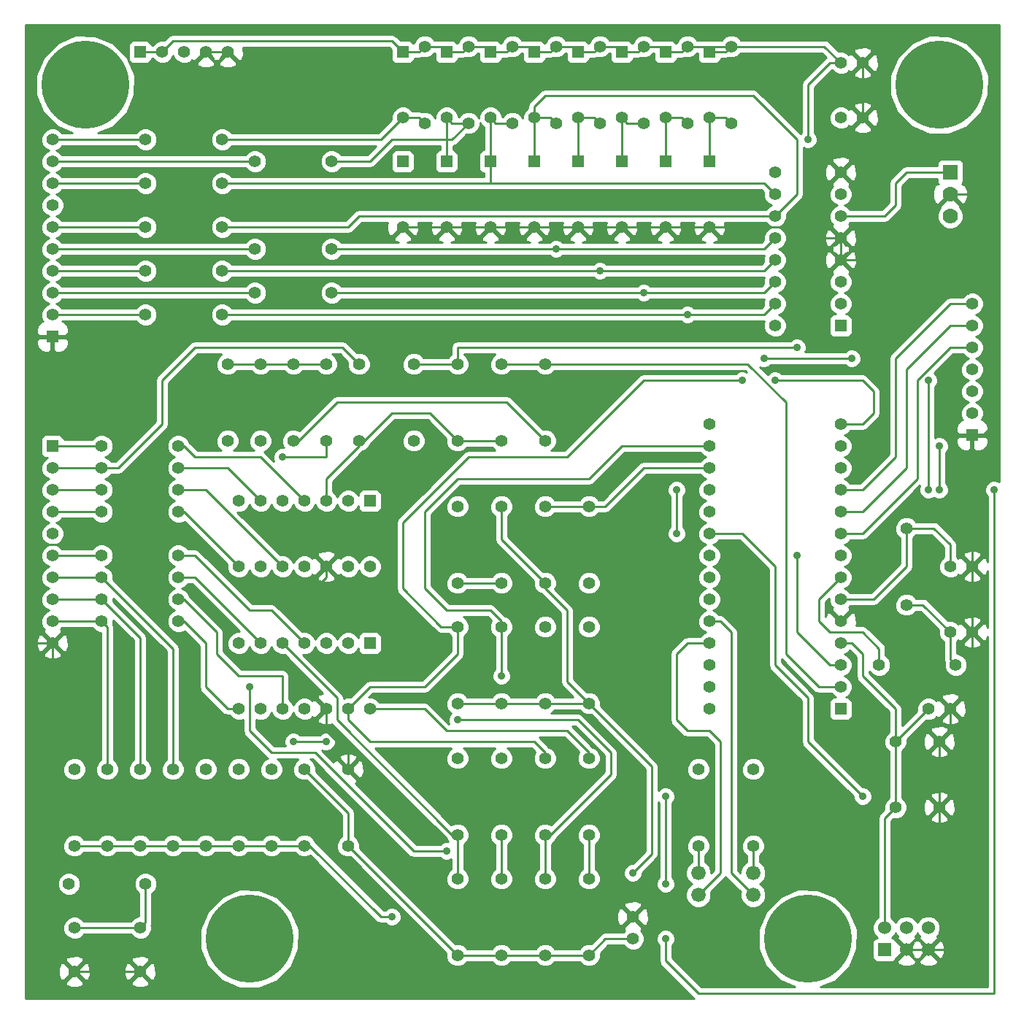
<source format=gbl>
G04 (created by PCBNEW (2013-jul-07)-stable) date Sun 06 Sep 2015 09:30:16 PM EDT*
%MOIN*%
G04 Gerber Fmt 3.4, Leading zero omitted, Abs format*
%FSLAX34Y34*%
G01*
G70*
G90*
G04 APERTURE LIST*
%ADD10C,0.00590551*%
%ADD11C,0.07*%
%ADD12R,0.07X0.07*%
%ADD13C,0.055*%
%ADD14R,0.055X0.055*%
%ADD15R,0.06X0.06*%
%ADD16C,0.06*%
%ADD17C,0.066*%
%ADD18C,0.401*%
%ADD19C,0.035*%
%ADD20C,0.01*%
G04 APERTURE END LIST*
G54D10*
G54D11*
X75500Y-27500D03*
X75500Y-26500D03*
G54D12*
X75500Y-25500D03*
G54D13*
X75000Y-54500D03*
X73000Y-54500D03*
X75000Y-51500D03*
X73000Y-51500D03*
X38500Y-60000D03*
X38500Y-62000D03*
X35500Y-60000D03*
X35500Y-62000D03*
G54D14*
X76500Y-37500D03*
G54D13*
X76500Y-36500D03*
X76500Y-35500D03*
X76500Y-34500D03*
X76500Y-33500D03*
X76500Y-32500D03*
X76500Y-31500D03*
G54D14*
X34500Y-33000D03*
G54D13*
X34500Y-32000D03*
X34500Y-31000D03*
X34500Y-30000D03*
X34500Y-29000D03*
X34500Y-28000D03*
X34500Y-27000D03*
X34500Y-26000D03*
X34500Y-25000D03*
X34500Y-24000D03*
G54D14*
X34500Y-38000D03*
G54D13*
X34500Y-39000D03*
X34500Y-40000D03*
X34500Y-41000D03*
X34500Y-42000D03*
X34500Y-43000D03*
X34500Y-44000D03*
X34500Y-45000D03*
X34500Y-46000D03*
X34500Y-47000D03*
X61500Y-19750D03*
X61500Y-23250D03*
X53000Y-49750D03*
X53000Y-46250D03*
X59500Y-19750D03*
X59500Y-23250D03*
X57500Y-19750D03*
X57500Y-23250D03*
X55500Y-19750D03*
X55500Y-23250D03*
X48000Y-56250D03*
X48000Y-52750D03*
X46000Y-56250D03*
X46000Y-52750D03*
X37000Y-56250D03*
X37000Y-52750D03*
X59000Y-49750D03*
X59000Y-46250D03*
X59000Y-52250D03*
X59000Y-55750D03*
X59000Y-57750D03*
X59000Y-61250D03*
X40250Y-46000D03*
X36750Y-46000D03*
X38500Y-56250D03*
X38500Y-52750D03*
X53500Y-19750D03*
X53500Y-23250D03*
X63500Y-19750D03*
X63500Y-23250D03*
X65500Y-19750D03*
X65500Y-23250D03*
X51500Y-19750D03*
X51500Y-23250D03*
X38750Y-24000D03*
X42250Y-24000D03*
X43750Y-25000D03*
X47250Y-25000D03*
X38750Y-26000D03*
X42250Y-26000D03*
X38750Y-28000D03*
X42250Y-28000D03*
X43750Y-29000D03*
X47250Y-29000D03*
X38750Y-30000D03*
X42250Y-30000D03*
X43750Y-31000D03*
X47250Y-31000D03*
X38750Y-32000D03*
X42250Y-32000D03*
X73500Y-41750D03*
X73500Y-45250D03*
X64000Y-52750D03*
X64000Y-56250D03*
X66500Y-56250D03*
X66500Y-52750D03*
X35250Y-58000D03*
X38750Y-58000D03*
X72250Y-48000D03*
X75750Y-48000D03*
X57000Y-34250D03*
X57000Y-37750D03*
X57000Y-44250D03*
X57000Y-40750D03*
X42500Y-37750D03*
X42500Y-34250D03*
X47000Y-37750D03*
X47000Y-34250D03*
X51000Y-34250D03*
X51000Y-37750D03*
X53000Y-37750D03*
X53000Y-34250D03*
X44500Y-56250D03*
X44500Y-52750D03*
X40250Y-39000D03*
X36750Y-39000D03*
X45500Y-37750D03*
X45500Y-34250D03*
X59000Y-40750D03*
X59000Y-44250D03*
X55000Y-37750D03*
X55000Y-34250D03*
X48500Y-37750D03*
X48500Y-34250D03*
X40250Y-40000D03*
X36750Y-40000D03*
X44000Y-37750D03*
X44000Y-34250D03*
X53000Y-44250D03*
X53000Y-40750D03*
X55000Y-40750D03*
X55000Y-44250D03*
X40250Y-41000D03*
X36750Y-41000D03*
X43000Y-56250D03*
X43000Y-52750D03*
X55000Y-49750D03*
X55000Y-46250D03*
X57000Y-57750D03*
X57000Y-61250D03*
X40250Y-45000D03*
X36750Y-45000D03*
X40000Y-56250D03*
X40000Y-52750D03*
X57000Y-49750D03*
X57000Y-46250D03*
X55000Y-52250D03*
X55000Y-55750D03*
X55000Y-57750D03*
X55000Y-61250D03*
X40250Y-44000D03*
X36750Y-44000D03*
X35500Y-56250D03*
X35500Y-52750D03*
X57000Y-52250D03*
X57000Y-55750D03*
X41500Y-56250D03*
X41500Y-52750D03*
X53000Y-52250D03*
X53000Y-55750D03*
X53000Y-57750D03*
X53000Y-61250D03*
X40250Y-43000D03*
X36750Y-43000D03*
X40250Y-38000D03*
X36750Y-38000D03*
G54D15*
X72500Y-61000D03*
G54D16*
X72500Y-60000D03*
X73500Y-61000D03*
X73500Y-60000D03*
X74500Y-61000D03*
X74500Y-60000D03*
G54D17*
X66500Y-57500D03*
X66500Y-58500D03*
X64000Y-57500D03*
X64000Y-58500D03*
G54D14*
X70500Y-50000D03*
G54D13*
X70500Y-49000D03*
X70500Y-48000D03*
X70500Y-47000D03*
X70500Y-46000D03*
X70500Y-45000D03*
X70500Y-44000D03*
X70500Y-43000D03*
X70500Y-42000D03*
X70500Y-41000D03*
X70500Y-40000D03*
X70500Y-39000D03*
X70500Y-38000D03*
X70500Y-37000D03*
X64500Y-37000D03*
X64500Y-38000D03*
X64500Y-39000D03*
X64500Y-40000D03*
X64500Y-41000D03*
X64500Y-42000D03*
X64500Y-43000D03*
X64500Y-44000D03*
X64500Y-45000D03*
X64500Y-46000D03*
X64500Y-47000D03*
X64500Y-48000D03*
X64500Y-49000D03*
X64500Y-50000D03*
G54D14*
X70500Y-32500D03*
G54D13*
X70500Y-31500D03*
X70500Y-30500D03*
X70500Y-29500D03*
X70500Y-28500D03*
X70500Y-27500D03*
X70500Y-26500D03*
X70500Y-25500D03*
X67500Y-25500D03*
X67500Y-26500D03*
X67500Y-27500D03*
X67500Y-28500D03*
X67500Y-29500D03*
X67500Y-30500D03*
X67500Y-31500D03*
X67500Y-32500D03*
G54D14*
X49000Y-40500D03*
G54D13*
X48000Y-40500D03*
X47000Y-40500D03*
X46000Y-40500D03*
X45000Y-40500D03*
X44000Y-40500D03*
X43000Y-40500D03*
X43000Y-43500D03*
X44000Y-43500D03*
X45000Y-43500D03*
X46000Y-43500D03*
X47000Y-43500D03*
X48000Y-43500D03*
X49000Y-43500D03*
G54D14*
X49000Y-47000D03*
G54D13*
X48000Y-47000D03*
X47000Y-47000D03*
X46000Y-47000D03*
X45000Y-47000D03*
X44000Y-47000D03*
X43000Y-47000D03*
X43000Y-50000D03*
X44000Y-50000D03*
X45000Y-50000D03*
X46000Y-50000D03*
X47000Y-50000D03*
X48000Y-50000D03*
X49000Y-50000D03*
G54D14*
X52500Y-20000D03*
G54D13*
X52500Y-23000D03*
G54D14*
X54500Y-20000D03*
G54D13*
X54500Y-23000D03*
G54D14*
X56500Y-20000D03*
G54D13*
X56500Y-23000D03*
G54D14*
X58500Y-20000D03*
G54D13*
X58500Y-23000D03*
G54D14*
X60500Y-20000D03*
G54D13*
X60500Y-23000D03*
G54D14*
X62500Y-20000D03*
G54D13*
X62500Y-23000D03*
G54D14*
X50500Y-20000D03*
G54D13*
X50500Y-23000D03*
G54D14*
X64500Y-20000D03*
G54D13*
X64500Y-23000D03*
G54D14*
X64500Y-25000D03*
G54D13*
X64500Y-28000D03*
G54D14*
X50500Y-25000D03*
G54D13*
X50500Y-28000D03*
G54D14*
X52500Y-25000D03*
G54D13*
X52500Y-28000D03*
G54D14*
X54500Y-25000D03*
G54D13*
X54500Y-28000D03*
G54D14*
X56500Y-25000D03*
G54D13*
X56500Y-28000D03*
G54D14*
X58500Y-25000D03*
G54D13*
X58500Y-28000D03*
G54D14*
X60500Y-25000D03*
G54D13*
X60500Y-28000D03*
G54D14*
X62500Y-25000D03*
G54D13*
X62500Y-28000D03*
X74500Y-50000D03*
X75500Y-50000D03*
X61000Y-60500D03*
X61000Y-59500D03*
X70500Y-23000D03*
X71500Y-23000D03*
X70500Y-20500D03*
X71500Y-20500D03*
X75500Y-46500D03*
X76500Y-46500D03*
X75500Y-43500D03*
X76500Y-43500D03*
G54D14*
X38500Y-20000D03*
G54D13*
X39500Y-20000D03*
X40500Y-20000D03*
X41500Y-20000D03*
X42500Y-20000D03*
G54D18*
X36000Y-21500D03*
X75000Y-21500D03*
X43500Y-60500D03*
X69000Y-60500D03*
G54D19*
X74500Y-35000D03*
X74500Y-40000D03*
X69000Y-24000D03*
X50000Y-59500D03*
X61000Y-57500D03*
X34500Y-57000D03*
X57500Y-29000D03*
X59500Y-30000D03*
X61500Y-31000D03*
X63500Y-32000D03*
X47000Y-51500D03*
X45500Y-51500D03*
X53000Y-50500D03*
X43500Y-49000D03*
X52500Y-56500D03*
X67000Y-34000D03*
X71000Y-34000D03*
X71500Y-54000D03*
X67500Y-35000D03*
X66000Y-35000D03*
X62500Y-54000D03*
X62500Y-58000D03*
X62500Y-60500D03*
X77500Y-40000D03*
X75000Y-40000D03*
X75000Y-38000D03*
X55000Y-48500D03*
X63000Y-40000D03*
X63000Y-42000D03*
X45000Y-38500D03*
X68500Y-33500D03*
X68500Y-43000D03*
G54D20*
X74500Y-40000D02*
X74500Y-35000D01*
X70500Y-27500D02*
X72500Y-27500D01*
X73500Y-25500D02*
X75500Y-25500D01*
X73000Y-26000D02*
X73500Y-25500D01*
X73000Y-27000D02*
X73000Y-26000D01*
X72500Y-27500D02*
X73000Y-27000D01*
X70000Y-20500D02*
X70500Y-20500D01*
X69000Y-21500D02*
X70000Y-20500D01*
X69000Y-24000D02*
X69000Y-21500D01*
X38500Y-20000D02*
X39500Y-20000D01*
X39500Y-20000D02*
X40000Y-19500D01*
X40000Y-19500D02*
X50000Y-19500D01*
X50000Y-19500D02*
X50500Y-20000D01*
X57000Y-44250D02*
X57000Y-44500D01*
X57000Y-44500D02*
X58000Y-45500D01*
X58000Y-45500D02*
X58000Y-48750D01*
X58000Y-48750D02*
X59000Y-49750D01*
X57000Y-49750D02*
X59000Y-49750D01*
X59000Y-49750D02*
X61875Y-52625D01*
X46250Y-56250D02*
X49500Y-59500D01*
X49500Y-59500D02*
X50000Y-59500D01*
X61000Y-57500D02*
X61875Y-56625D01*
X61875Y-56625D02*
X61875Y-52625D01*
X46000Y-56250D02*
X46250Y-56250D01*
X55000Y-40750D02*
X55000Y-42250D01*
X55000Y-42250D02*
X57000Y-44250D01*
X53000Y-37750D02*
X55000Y-37750D01*
X48500Y-37750D02*
X48750Y-37750D01*
X51750Y-36500D02*
X53000Y-37750D01*
X50000Y-36500D02*
X51750Y-36500D01*
X48750Y-37750D02*
X50000Y-36500D01*
X48500Y-37750D02*
X48500Y-38000D01*
X48500Y-38000D02*
X47000Y-39500D01*
X47000Y-39500D02*
X47000Y-40500D01*
X53000Y-49750D02*
X55000Y-49750D01*
X55000Y-49750D02*
X57000Y-49750D01*
X44500Y-56250D02*
X46000Y-56250D01*
X35500Y-56250D02*
X37000Y-56250D01*
X37000Y-56250D02*
X38500Y-56250D01*
X38500Y-56250D02*
X40000Y-56250D01*
X40000Y-56250D02*
X41500Y-56250D01*
X41500Y-56250D02*
X43000Y-56250D01*
X43000Y-56250D02*
X44500Y-56250D01*
X64500Y-19750D02*
X69750Y-19750D01*
X69750Y-19750D02*
X70500Y-20500D01*
X64500Y-20000D02*
X65250Y-20000D01*
X65250Y-20000D02*
X65500Y-19750D01*
X63500Y-19750D02*
X64250Y-19750D01*
X64250Y-19750D02*
X64500Y-20000D01*
X62500Y-20000D02*
X63250Y-20000D01*
X63250Y-20000D02*
X63500Y-19750D01*
X61500Y-19750D02*
X62250Y-19750D01*
X62250Y-19750D02*
X62500Y-20000D01*
X60500Y-20000D02*
X61250Y-20000D01*
X61250Y-20000D02*
X61500Y-19750D01*
X59500Y-19750D02*
X60250Y-19750D01*
X60250Y-19750D02*
X60500Y-20000D01*
X58500Y-20000D02*
X59250Y-20000D01*
X59250Y-20000D02*
X59500Y-19750D01*
X57500Y-19750D02*
X58250Y-19750D01*
X58250Y-19750D02*
X58500Y-20000D01*
X56500Y-20000D02*
X57250Y-20000D01*
X57250Y-20000D02*
X57500Y-19750D01*
X55500Y-19750D02*
X56250Y-19750D01*
X56250Y-19750D02*
X56500Y-20000D01*
X54500Y-20000D02*
X55250Y-20000D01*
X55250Y-20000D02*
X55500Y-19750D01*
X53500Y-19750D02*
X54250Y-19750D01*
X54250Y-19750D02*
X54500Y-20000D01*
X52500Y-20000D02*
X53250Y-20000D01*
X53250Y-20000D02*
X53500Y-19750D01*
X51500Y-19750D02*
X52250Y-19750D01*
X52250Y-19750D02*
X52500Y-20000D01*
X50500Y-20000D02*
X51250Y-20000D01*
X51250Y-20000D02*
X51500Y-19750D01*
X75500Y-26500D02*
X76500Y-26500D01*
X73000Y-24500D02*
X71500Y-23000D01*
X76500Y-24500D02*
X73000Y-24500D01*
X77000Y-25000D02*
X76500Y-24500D01*
X77000Y-26000D02*
X77000Y-25000D01*
X76500Y-26500D02*
X77000Y-26000D01*
X71500Y-21500D02*
X70000Y-21500D01*
X69500Y-24500D02*
X70500Y-25500D01*
X69500Y-22000D02*
X69500Y-24500D01*
X70000Y-21500D02*
X69500Y-22000D01*
X76500Y-29500D02*
X77000Y-29500D01*
X71000Y-29500D02*
X76500Y-29500D01*
X70500Y-29500D02*
X71000Y-29500D01*
X77500Y-30000D02*
X77500Y-37000D01*
X77000Y-29500D02*
X77500Y-30000D01*
X77500Y-37000D02*
X77000Y-37500D01*
X77000Y-37500D02*
X76500Y-37500D01*
X42500Y-20000D02*
X41500Y-20000D01*
X33500Y-42500D02*
X36000Y-42500D01*
X47000Y-44000D02*
X47000Y-43500D01*
X46000Y-45000D02*
X47000Y-44000D01*
X43500Y-45000D02*
X46000Y-45000D01*
X40500Y-42000D02*
X43500Y-45000D01*
X36500Y-42000D02*
X40500Y-42000D01*
X36000Y-42500D02*
X36500Y-42000D01*
X76500Y-37500D02*
X76500Y-43500D01*
X76500Y-37500D02*
X77000Y-37500D01*
X77000Y-37500D02*
X77500Y-37000D01*
X70500Y-28500D02*
X70500Y-29500D01*
X64500Y-28000D02*
X69000Y-28000D01*
X69500Y-28500D02*
X70500Y-28500D01*
X69000Y-28000D02*
X69500Y-28500D01*
X50500Y-28000D02*
X52500Y-28000D01*
X52500Y-28000D02*
X54500Y-28000D01*
X54500Y-28000D02*
X56500Y-28000D01*
X56500Y-28000D02*
X58500Y-28000D01*
X58500Y-28000D02*
X60500Y-28000D01*
X60500Y-28000D02*
X62500Y-28000D01*
X62500Y-28000D02*
X64500Y-28000D01*
X75500Y-50000D02*
X76500Y-49000D01*
X76500Y-49000D02*
X76500Y-46500D01*
X76500Y-46500D02*
X76500Y-43500D01*
X75000Y-54500D02*
X75000Y-51500D01*
X75000Y-51500D02*
X75500Y-51000D01*
X75500Y-51000D02*
X75500Y-50000D01*
X75000Y-54500D02*
X75000Y-58000D01*
X75500Y-61000D02*
X74500Y-61000D01*
X76000Y-60500D02*
X75500Y-61000D01*
X76000Y-59000D02*
X76000Y-60500D01*
X75000Y-58000D02*
X76000Y-59000D01*
X73500Y-61000D02*
X74500Y-61000D01*
X48000Y-52750D02*
X48000Y-52000D01*
X47000Y-51000D02*
X47000Y-50000D01*
X48000Y-52000D02*
X47000Y-51000D01*
X35500Y-62000D02*
X34500Y-61000D01*
X34500Y-61000D02*
X34500Y-57000D01*
X34500Y-57000D02*
X34500Y-47000D01*
X35500Y-62000D02*
X38500Y-62000D01*
X34500Y-47000D02*
X33500Y-47000D01*
X33500Y-33000D02*
X34500Y-33000D01*
X33500Y-42500D02*
X33500Y-33000D01*
X33500Y-47000D02*
X33500Y-42500D01*
X71500Y-20500D02*
X71500Y-21500D01*
X71500Y-21500D02*
X71500Y-22000D01*
X71500Y-22000D02*
X71500Y-23000D01*
X34500Y-24000D02*
X38750Y-24000D01*
X58500Y-23000D02*
X58500Y-25000D01*
X58500Y-23000D02*
X59250Y-23000D01*
X59250Y-23000D02*
X59500Y-23250D01*
X47250Y-29000D02*
X57500Y-29000D01*
X57500Y-29000D02*
X67000Y-29000D01*
X67000Y-29000D02*
X67500Y-28500D01*
X61500Y-23250D02*
X60750Y-23250D01*
X60750Y-23250D02*
X60500Y-23000D01*
X60500Y-23000D02*
X60500Y-25000D01*
X42250Y-30000D02*
X59500Y-30000D01*
X59500Y-30000D02*
X61500Y-30000D01*
X67000Y-30000D02*
X67500Y-29500D01*
X61500Y-30000D02*
X67000Y-30000D01*
X62500Y-23000D02*
X62500Y-25000D01*
X62500Y-23000D02*
X63250Y-23000D01*
X63250Y-23000D02*
X63500Y-23250D01*
X47250Y-31000D02*
X61500Y-31000D01*
X61500Y-31000D02*
X67000Y-31000D01*
X67000Y-31000D02*
X67500Y-30500D01*
X64500Y-23000D02*
X64500Y-25000D01*
X64500Y-23000D02*
X65250Y-23000D01*
X65250Y-23000D02*
X65500Y-23250D01*
X42250Y-32000D02*
X63500Y-32000D01*
X63500Y-32000D02*
X67000Y-32000D01*
X67000Y-32000D02*
X67500Y-31500D01*
X50500Y-23000D02*
X51250Y-23000D01*
X51250Y-23000D02*
X51500Y-23250D01*
X42250Y-24000D02*
X49500Y-24000D01*
X49500Y-24000D02*
X50500Y-23000D01*
X52500Y-25000D02*
X52500Y-23000D01*
X47250Y-25000D02*
X49000Y-25000D01*
X52750Y-24000D02*
X53500Y-23250D01*
X50000Y-24000D02*
X52750Y-24000D01*
X49000Y-25000D02*
X50000Y-24000D01*
X53500Y-23250D02*
X52750Y-23250D01*
X52750Y-23250D02*
X52500Y-23000D01*
X54500Y-25000D02*
X54500Y-26000D01*
X54500Y-23000D02*
X54500Y-25000D01*
X55500Y-23250D02*
X54750Y-23250D01*
X54750Y-23250D02*
X54500Y-23000D01*
X42250Y-26000D02*
X54500Y-26000D01*
X54500Y-26000D02*
X67000Y-26000D01*
X67000Y-26000D02*
X67500Y-26500D01*
X53000Y-55750D02*
X52750Y-55750D01*
X47500Y-49500D02*
X45000Y-47000D01*
X47500Y-50500D02*
X47500Y-49500D01*
X52750Y-55750D02*
X47500Y-50500D01*
X53000Y-57750D02*
X53000Y-55750D01*
X40250Y-46000D02*
X40500Y-46000D01*
X42500Y-50000D02*
X43000Y-50000D01*
X41500Y-49000D02*
X42500Y-50000D01*
X41500Y-47000D02*
X41500Y-49000D01*
X40500Y-46000D02*
X41500Y-47000D01*
X45500Y-51500D02*
X47000Y-51500D01*
X59000Y-55750D02*
X59000Y-57750D01*
X34500Y-25000D02*
X43750Y-25000D01*
X57250Y-55750D02*
X57000Y-55750D01*
X60000Y-53000D02*
X57250Y-55750D01*
X60000Y-52000D02*
X60000Y-53000D01*
X58500Y-50500D02*
X60000Y-52000D01*
X53000Y-50500D02*
X58500Y-50500D01*
X57000Y-57750D02*
X57000Y-55750D01*
X40250Y-41000D02*
X40500Y-41000D01*
X40500Y-41000D02*
X43000Y-43500D01*
X40250Y-43000D02*
X41000Y-43000D01*
X44500Y-45500D02*
X46000Y-47000D01*
X43500Y-45500D02*
X44500Y-45500D01*
X41000Y-43000D02*
X43500Y-45500D01*
X40250Y-44000D02*
X41000Y-44000D01*
X41000Y-44000D02*
X44000Y-47000D01*
X43500Y-49000D02*
X43500Y-50500D01*
X43500Y-50500D02*
X43500Y-51000D01*
X43500Y-51000D02*
X44500Y-52000D01*
X44500Y-52000D02*
X46500Y-52000D01*
X46500Y-52000D02*
X51000Y-56500D01*
X51000Y-56500D02*
X52500Y-56500D01*
X55000Y-55750D02*
X55000Y-57750D01*
X40250Y-45000D02*
X40500Y-45000D01*
X45000Y-48500D02*
X45000Y-50000D01*
X43000Y-48500D02*
X45000Y-48500D01*
X42000Y-47500D02*
X43000Y-48500D01*
X42000Y-46500D02*
X42000Y-47500D01*
X40500Y-45000D02*
X42000Y-46500D01*
X73000Y-51500D02*
X73000Y-50000D01*
X71000Y-47000D02*
X70500Y-47000D01*
X71500Y-47500D02*
X71000Y-47000D01*
X71500Y-48500D02*
X71500Y-47500D01*
X73000Y-50000D02*
X71500Y-48500D01*
X72500Y-60000D02*
X72500Y-55000D01*
X72500Y-55000D02*
X73000Y-54500D01*
X73000Y-54500D02*
X73000Y-51500D01*
X73000Y-51500D02*
X74500Y-50000D01*
X72250Y-48000D02*
X72250Y-47250D01*
X69500Y-45000D02*
X70500Y-44000D01*
X69500Y-46000D02*
X69500Y-45000D01*
X70000Y-46500D02*
X69500Y-46000D01*
X71500Y-46500D02*
X70000Y-46500D01*
X72250Y-47250D02*
X71500Y-46500D01*
X64000Y-56250D02*
X64000Y-57500D01*
X38750Y-26000D02*
X34500Y-26000D01*
X66500Y-56250D02*
X66500Y-57500D01*
X64000Y-58500D02*
X65000Y-57500D01*
X63500Y-47000D02*
X64500Y-47000D01*
X63000Y-47500D02*
X63500Y-47000D01*
X63000Y-50500D02*
X63000Y-47500D01*
X63500Y-51000D02*
X63000Y-50500D01*
X64500Y-51000D02*
X63500Y-51000D01*
X65000Y-51500D02*
X64500Y-51000D01*
X65000Y-57500D02*
X65000Y-51500D01*
X66500Y-58500D02*
X65500Y-57500D01*
X65000Y-46000D02*
X64500Y-46000D01*
X65500Y-46500D02*
X65000Y-46000D01*
X65500Y-57500D02*
X65500Y-46500D01*
X71000Y-34000D02*
X67000Y-34000D01*
X34500Y-28000D02*
X38750Y-28000D01*
X75500Y-46500D02*
X75500Y-47750D01*
X75500Y-47750D02*
X75750Y-48000D01*
X73500Y-45250D02*
X74250Y-45250D01*
X74250Y-45250D02*
X75500Y-46500D01*
X76500Y-31500D02*
X75500Y-31500D01*
X71500Y-40000D02*
X70500Y-40000D01*
X73000Y-38500D02*
X71500Y-40000D01*
X73000Y-34000D02*
X73000Y-38500D01*
X75500Y-31500D02*
X73000Y-34000D01*
X76500Y-32500D02*
X75500Y-32500D01*
X71500Y-41000D02*
X70500Y-41000D01*
X73500Y-39000D02*
X71500Y-41000D01*
X73500Y-34500D02*
X73500Y-39000D01*
X75500Y-32500D02*
X73500Y-34500D01*
X76500Y-33500D02*
X75500Y-33500D01*
X71500Y-42000D02*
X70500Y-42000D01*
X74000Y-39500D02*
X71500Y-42000D01*
X74000Y-35000D02*
X74000Y-39500D01*
X75500Y-33500D02*
X74000Y-35000D01*
X66000Y-42000D02*
X64500Y-42000D01*
X67500Y-43500D02*
X66000Y-42000D01*
X67500Y-48000D02*
X67500Y-43500D01*
X69000Y-49500D02*
X67500Y-48000D01*
X69000Y-51500D02*
X69000Y-49500D01*
X71500Y-54000D02*
X69000Y-51500D01*
X53000Y-46250D02*
X52250Y-46250D01*
X71500Y-37000D02*
X70500Y-37000D01*
X72000Y-36500D02*
X71500Y-37000D01*
X72000Y-35500D02*
X72000Y-36500D01*
X71500Y-35000D02*
X72000Y-35500D01*
X67500Y-35000D02*
X71500Y-35000D01*
X61500Y-35000D02*
X66000Y-35000D01*
X58000Y-38500D02*
X61500Y-35000D01*
X53500Y-38500D02*
X58000Y-38500D01*
X50500Y-41500D02*
X53500Y-38500D01*
X50500Y-44500D02*
X50500Y-41500D01*
X52250Y-46250D02*
X50500Y-44500D01*
X57000Y-52250D02*
X57000Y-52000D01*
X48000Y-50500D02*
X48000Y-50000D01*
X49000Y-51500D02*
X48000Y-50500D01*
X50000Y-51500D02*
X49000Y-51500D01*
X56500Y-51500D02*
X50000Y-51500D01*
X57000Y-52000D02*
X56500Y-51500D01*
X53000Y-46250D02*
X53000Y-47500D01*
X49000Y-49000D02*
X48000Y-50000D01*
X51500Y-49000D02*
X49000Y-49000D01*
X53000Y-47500D02*
X51500Y-49000D01*
X38500Y-52750D02*
X38500Y-46750D01*
X38500Y-46750D02*
X36750Y-45000D01*
X34500Y-45000D02*
X36750Y-45000D01*
X34500Y-29000D02*
X43750Y-29000D01*
X62500Y-58000D02*
X62500Y-54000D01*
X62500Y-61500D02*
X62500Y-60500D01*
X64000Y-63000D02*
X62500Y-61500D01*
X77500Y-63000D02*
X64000Y-63000D01*
X77500Y-40000D02*
X77500Y-63000D01*
X75000Y-38000D02*
X75000Y-40000D01*
X49000Y-50000D02*
X51500Y-50000D01*
X59000Y-52000D02*
X59000Y-52250D01*
X58000Y-51000D02*
X59000Y-52000D01*
X52500Y-51000D02*
X58000Y-51000D01*
X51500Y-50000D02*
X52500Y-51000D01*
X55000Y-46250D02*
X55000Y-46000D01*
X55000Y-46000D02*
X54500Y-45500D01*
X54500Y-45500D02*
X52500Y-45500D01*
X52500Y-45500D02*
X51500Y-44500D01*
X51500Y-44500D02*
X51500Y-41000D01*
X51500Y-41000D02*
X53000Y-39500D01*
X53000Y-39500D02*
X59000Y-39500D01*
X59000Y-39500D02*
X60500Y-38000D01*
X60500Y-38000D02*
X64500Y-38000D01*
X55000Y-48500D02*
X55000Y-46250D01*
X34500Y-43000D02*
X36750Y-43000D01*
X63000Y-42000D02*
X63000Y-40000D01*
X37000Y-52750D02*
X37000Y-46250D01*
X37000Y-46250D02*
X36750Y-46000D01*
X34500Y-46000D02*
X36750Y-46000D01*
X40000Y-52750D02*
X40000Y-47250D01*
X40000Y-47250D02*
X36750Y-44000D01*
X34500Y-44000D02*
X36750Y-44000D01*
X34500Y-30000D02*
X38750Y-30000D01*
X40250Y-38000D02*
X40500Y-38000D01*
X44000Y-38500D02*
X46000Y-40500D01*
X41000Y-38500D02*
X44000Y-38500D01*
X40500Y-38000D02*
X41000Y-38500D01*
X47000Y-38500D02*
X47000Y-37750D01*
X45000Y-38500D02*
X47000Y-38500D01*
X70500Y-48000D02*
X70000Y-48000D01*
X53000Y-33500D02*
X53000Y-34250D01*
X68500Y-33500D02*
X53000Y-33500D01*
X68500Y-46500D02*
X68500Y-43000D01*
X70000Y-48000D02*
X68500Y-46500D01*
X51000Y-34250D02*
X53000Y-34250D01*
X34500Y-38000D02*
X36750Y-38000D01*
X40250Y-39000D02*
X42500Y-39000D01*
X42500Y-39000D02*
X44000Y-40500D01*
X45500Y-37750D02*
X45750Y-37750D01*
X55250Y-36000D02*
X57000Y-37750D01*
X47500Y-36000D02*
X55250Y-36000D01*
X45750Y-37750D02*
X47500Y-36000D01*
X34500Y-31000D02*
X43750Y-31000D01*
X34500Y-41000D02*
X36750Y-41000D01*
X59000Y-40750D02*
X59750Y-40750D01*
X61500Y-39000D02*
X64500Y-39000D01*
X59750Y-40750D02*
X61500Y-39000D01*
X57000Y-40750D02*
X59000Y-40750D01*
X57000Y-34250D02*
X66250Y-34250D01*
X69500Y-49000D02*
X70500Y-49000D01*
X68000Y-47500D02*
X69500Y-49000D01*
X68000Y-36000D02*
X68000Y-47500D01*
X66250Y-34250D02*
X68000Y-36000D01*
X55000Y-34250D02*
X57000Y-34250D01*
X36750Y-39000D02*
X37500Y-39000D01*
X47750Y-33500D02*
X48500Y-34250D01*
X41000Y-33500D02*
X47750Y-33500D01*
X39500Y-35000D02*
X41000Y-33500D01*
X39500Y-37000D02*
X39500Y-35000D01*
X37500Y-39000D02*
X39500Y-37000D01*
X36750Y-39000D02*
X34500Y-39000D01*
X40250Y-40000D02*
X41500Y-40000D01*
X41500Y-40000D02*
X45000Y-43500D01*
X42500Y-34250D02*
X44000Y-34250D01*
X44000Y-34250D02*
X45500Y-34250D01*
X45500Y-34250D02*
X47000Y-34250D01*
X48000Y-56250D02*
X48000Y-54750D01*
X48000Y-54750D02*
X46000Y-52750D01*
X48000Y-56250D02*
X53000Y-61250D01*
X53000Y-61250D02*
X55000Y-61250D01*
X55000Y-61250D02*
X57000Y-61250D01*
X57000Y-61250D02*
X59000Y-61250D01*
X59000Y-61250D02*
X59750Y-60500D01*
X59750Y-60500D02*
X61000Y-60500D01*
X38750Y-32000D02*
X34500Y-32000D01*
X53000Y-44250D02*
X55000Y-44250D01*
X34500Y-40000D02*
X36750Y-40000D01*
X73500Y-41750D02*
X74750Y-41750D01*
X75500Y-42500D02*
X75500Y-43500D01*
X74750Y-41750D02*
X75500Y-42500D01*
X70500Y-45000D02*
X72000Y-45000D01*
X73500Y-43500D02*
X73500Y-41750D01*
X72000Y-45000D02*
X73500Y-43500D01*
X35500Y-60000D02*
X38500Y-60000D01*
X38500Y-60000D02*
X38750Y-59750D01*
X38750Y-59750D02*
X38750Y-58000D01*
X56500Y-23000D02*
X56500Y-22500D01*
X68500Y-26500D02*
X67500Y-27500D01*
X68500Y-24000D02*
X68500Y-26500D01*
X66500Y-22000D02*
X68500Y-24000D01*
X57000Y-22000D02*
X66500Y-22000D01*
X56500Y-22500D02*
X57000Y-22000D01*
X56500Y-23000D02*
X56500Y-25000D01*
X56500Y-23000D02*
X57250Y-23000D01*
X57250Y-23000D02*
X57500Y-23250D01*
X42250Y-28000D02*
X48000Y-28000D01*
X48000Y-28000D02*
X48500Y-27500D01*
X48500Y-27500D02*
X67500Y-27500D01*
G54D10*
G36*
X52582Y-56075D02*
X52415Y-56074D01*
X52259Y-56139D01*
X52198Y-56200D01*
X51124Y-56200D01*
X48728Y-53804D01*
X48728Y-52873D01*
X48720Y-52585D01*
X48626Y-52356D01*
X48477Y-52343D01*
X48406Y-52414D01*
X48406Y-52272D01*
X48393Y-52123D01*
X48123Y-52021D01*
X47835Y-52029D01*
X47606Y-52123D01*
X47593Y-52272D01*
X48000Y-52679D01*
X48406Y-52272D01*
X48406Y-52414D01*
X48070Y-52750D01*
X48477Y-53156D01*
X48626Y-53143D01*
X48728Y-52873D01*
X48728Y-53804D01*
X48327Y-53403D01*
X48393Y-53376D01*
X48406Y-53227D01*
X48000Y-52820D01*
X47994Y-52826D01*
X47923Y-52755D01*
X47929Y-52750D01*
X47522Y-52343D01*
X47373Y-52356D01*
X47348Y-52424D01*
X46802Y-51878D01*
X46915Y-51924D01*
X47084Y-51925D01*
X47240Y-51860D01*
X47360Y-51741D01*
X47424Y-51584D01*
X47425Y-51415D01*
X47360Y-51259D01*
X47241Y-51139D01*
X47084Y-51075D01*
X46915Y-51074D01*
X46759Y-51139D01*
X46698Y-51200D01*
X45801Y-51200D01*
X45741Y-51139D01*
X45584Y-51075D01*
X45415Y-51074D01*
X45259Y-51139D01*
X45139Y-51258D01*
X45075Y-51415D01*
X45074Y-51584D01*
X45122Y-51700D01*
X44624Y-51700D01*
X43800Y-50875D01*
X43800Y-50500D01*
X43800Y-50485D01*
X43895Y-50524D01*
X44103Y-50525D01*
X44297Y-50445D01*
X44444Y-50297D01*
X44500Y-50164D01*
X44554Y-50297D01*
X44702Y-50444D01*
X44895Y-50524D01*
X45103Y-50525D01*
X45297Y-50445D01*
X45444Y-50297D01*
X45500Y-50164D01*
X45554Y-50297D01*
X45702Y-50444D01*
X45895Y-50524D01*
X46103Y-50525D01*
X46297Y-50445D01*
X46366Y-50375D01*
X46373Y-50393D01*
X46522Y-50406D01*
X46929Y-50000D01*
X46522Y-49593D01*
X46373Y-49606D01*
X46367Y-49624D01*
X46297Y-49555D01*
X46104Y-49475D01*
X45896Y-49474D01*
X45703Y-49554D01*
X45555Y-49702D01*
X45499Y-49835D01*
X45445Y-49703D01*
X45300Y-49557D01*
X45300Y-48500D01*
X45277Y-48385D01*
X45212Y-48287D01*
X45114Y-48222D01*
X45000Y-48200D01*
X43124Y-48200D01*
X42300Y-47375D01*
X42300Y-46500D01*
X42277Y-46385D01*
X42212Y-46287D01*
X42212Y-46287D01*
X40743Y-44818D01*
X40695Y-44703D01*
X40547Y-44555D01*
X40414Y-44499D01*
X40547Y-44445D01*
X40692Y-44300D01*
X40875Y-44300D01*
X43050Y-46475D01*
X42896Y-46474D01*
X42703Y-46554D01*
X42555Y-46702D01*
X42475Y-46895D01*
X42474Y-47103D01*
X42554Y-47297D01*
X42702Y-47444D01*
X42895Y-47524D01*
X43103Y-47525D01*
X43297Y-47445D01*
X43444Y-47297D01*
X43500Y-47164D01*
X43554Y-47297D01*
X43702Y-47444D01*
X43895Y-47524D01*
X44103Y-47525D01*
X44297Y-47445D01*
X44444Y-47297D01*
X44500Y-47164D01*
X44554Y-47297D01*
X44702Y-47444D01*
X44895Y-47524D01*
X45100Y-47525D01*
X46854Y-49278D01*
X46835Y-49279D01*
X46606Y-49373D01*
X46593Y-49522D01*
X47000Y-49929D01*
X47005Y-49923D01*
X47076Y-49994D01*
X47070Y-50000D01*
X47076Y-50005D01*
X47005Y-50076D01*
X47000Y-50070D01*
X46593Y-50477D01*
X46606Y-50626D01*
X46876Y-50728D01*
X47164Y-50720D01*
X47265Y-50678D01*
X47287Y-50712D01*
X52506Y-55931D01*
X52554Y-56047D01*
X52582Y-56075D01*
X52582Y-56075D01*
G37*
G54D20*
X52582Y-56075D02*
X52415Y-56074D01*
X52259Y-56139D01*
X52198Y-56200D01*
X51124Y-56200D01*
X48728Y-53804D01*
X48728Y-52873D01*
X48720Y-52585D01*
X48626Y-52356D01*
X48477Y-52343D01*
X48406Y-52414D01*
X48406Y-52272D01*
X48393Y-52123D01*
X48123Y-52021D01*
X47835Y-52029D01*
X47606Y-52123D01*
X47593Y-52272D01*
X48000Y-52679D01*
X48406Y-52272D01*
X48406Y-52414D01*
X48070Y-52750D01*
X48477Y-53156D01*
X48626Y-53143D01*
X48728Y-52873D01*
X48728Y-53804D01*
X48327Y-53403D01*
X48393Y-53376D01*
X48406Y-53227D01*
X48000Y-52820D01*
X47994Y-52826D01*
X47923Y-52755D01*
X47929Y-52750D01*
X47522Y-52343D01*
X47373Y-52356D01*
X47348Y-52424D01*
X46802Y-51878D01*
X46915Y-51924D01*
X47084Y-51925D01*
X47240Y-51860D01*
X47360Y-51741D01*
X47424Y-51584D01*
X47425Y-51415D01*
X47360Y-51259D01*
X47241Y-51139D01*
X47084Y-51075D01*
X46915Y-51074D01*
X46759Y-51139D01*
X46698Y-51200D01*
X45801Y-51200D01*
X45741Y-51139D01*
X45584Y-51075D01*
X45415Y-51074D01*
X45259Y-51139D01*
X45139Y-51258D01*
X45075Y-51415D01*
X45074Y-51584D01*
X45122Y-51700D01*
X44624Y-51700D01*
X43800Y-50875D01*
X43800Y-50500D01*
X43800Y-50485D01*
X43895Y-50524D01*
X44103Y-50525D01*
X44297Y-50445D01*
X44444Y-50297D01*
X44500Y-50164D01*
X44554Y-50297D01*
X44702Y-50444D01*
X44895Y-50524D01*
X45103Y-50525D01*
X45297Y-50445D01*
X45444Y-50297D01*
X45500Y-50164D01*
X45554Y-50297D01*
X45702Y-50444D01*
X45895Y-50524D01*
X46103Y-50525D01*
X46297Y-50445D01*
X46366Y-50375D01*
X46373Y-50393D01*
X46522Y-50406D01*
X46929Y-50000D01*
X46522Y-49593D01*
X46373Y-49606D01*
X46367Y-49624D01*
X46297Y-49555D01*
X46104Y-49475D01*
X45896Y-49474D01*
X45703Y-49554D01*
X45555Y-49702D01*
X45499Y-49835D01*
X45445Y-49703D01*
X45300Y-49557D01*
X45300Y-48500D01*
X45277Y-48385D01*
X45212Y-48287D01*
X45114Y-48222D01*
X45000Y-48200D01*
X43124Y-48200D01*
X42300Y-47375D01*
X42300Y-46500D01*
X42277Y-46385D01*
X42212Y-46287D01*
X42212Y-46287D01*
X40743Y-44818D01*
X40695Y-44703D01*
X40547Y-44555D01*
X40414Y-44499D01*
X40547Y-44445D01*
X40692Y-44300D01*
X40875Y-44300D01*
X43050Y-46475D01*
X42896Y-46474D01*
X42703Y-46554D01*
X42555Y-46702D01*
X42475Y-46895D01*
X42474Y-47103D01*
X42554Y-47297D01*
X42702Y-47444D01*
X42895Y-47524D01*
X43103Y-47525D01*
X43297Y-47445D01*
X43444Y-47297D01*
X43500Y-47164D01*
X43554Y-47297D01*
X43702Y-47444D01*
X43895Y-47524D01*
X44103Y-47525D01*
X44297Y-47445D01*
X44444Y-47297D01*
X44500Y-47164D01*
X44554Y-47297D01*
X44702Y-47444D01*
X44895Y-47524D01*
X45100Y-47525D01*
X46854Y-49278D01*
X46835Y-49279D01*
X46606Y-49373D01*
X46593Y-49522D01*
X47000Y-49929D01*
X47005Y-49923D01*
X47076Y-49994D01*
X47070Y-50000D01*
X47076Y-50005D01*
X47005Y-50076D01*
X47000Y-50070D01*
X46593Y-50477D01*
X46606Y-50626D01*
X46876Y-50728D01*
X47164Y-50720D01*
X47265Y-50678D01*
X47287Y-50712D01*
X52506Y-55931D01*
X52554Y-56047D01*
X52582Y-56075D01*
G54D10*
G36*
X77730Y-39635D02*
X77584Y-39575D01*
X77415Y-39574D01*
X77259Y-39639D01*
X77255Y-39643D01*
X77255Y-21053D01*
X76912Y-20224D01*
X76279Y-19589D01*
X75450Y-19245D01*
X74553Y-19244D01*
X73724Y-19587D01*
X73089Y-20220D01*
X72745Y-21049D01*
X72744Y-21946D01*
X73087Y-22775D01*
X73720Y-23410D01*
X74549Y-23754D01*
X75446Y-23755D01*
X76275Y-23412D01*
X76910Y-22779D01*
X77254Y-21950D01*
X77255Y-21053D01*
X77255Y-39643D01*
X77225Y-39673D01*
X77225Y-37864D01*
X77225Y-37135D01*
X77156Y-36970D01*
X77030Y-36843D01*
X76937Y-36805D01*
X76944Y-36797D01*
X77024Y-36604D01*
X77025Y-36396D01*
X76945Y-36203D01*
X76797Y-36055D01*
X76664Y-35999D01*
X76797Y-35945D01*
X76944Y-35797D01*
X77024Y-35604D01*
X77025Y-35396D01*
X76945Y-35203D01*
X76797Y-35055D01*
X76664Y-34999D01*
X76797Y-34945D01*
X76944Y-34797D01*
X77024Y-34604D01*
X77025Y-34396D01*
X76945Y-34203D01*
X76797Y-34055D01*
X76664Y-33999D01*
X76797Y-33945D01*
X76944Y-33797D01*
X77024Y-33604D01*
X77025Y-33396D01*
X76945Y-33203D01*
X76797Y-33055D01*
X76664Y-32999D01*
X76797Y-32945D01*
X76944Y-32797D01*
X77024Y-32604D01*
X77025Y-32396D01*
X76945Y-32203D01*
X76797Y-32055D01*
X76664Y-31999D01*
X76797Y-31945D01*
X76944Y-31797D01*
X77024Y-31604D01*
X77025Y-31396D01*
X76945Y-31203D01*
X76797Y-31055D01*
X76604Y-30975D01*
X76396Y-30974D01*
X76303Y-31013D01*
X76303Y-26641D01*
X76296Y-26323D01*
X76188Y-26061D01*
X76100Y-26049D01*
X76031Y-26039D01*
X76100Y-25970D01*
X76111Y-25959D01*
X76100Y-25947D01*
X76085Y-25933D01*
X76099Y-25899D01*
X76100Y-25800D01*
X76100Y-25100D01*
X76062Y-25008D01*
X75991Y-24938D01*
X75899Y-24900D01*
X75800Y-24899D01*
X75100Y-24899D01*
X75008Y-24937D01*
X74938Y-25008D01*
X74900Y-25100D01*
X74899Y-25199D01*
X74899Y-25200D01*
X73500Y-25200D01*
X73385Y-25222D01*
X73287Y-25287D01*
X72787Y-25787D01*
X72722Y-25885D01*
X72700Y-26000D01*
X72700Y-26875D01*
X72375Y-27200D01*
X72228Y-27200D01*
X72228Y-23123D01*
X72228Y-20623D01*
X72220Y-20335D01*
X72126Y-20106D01*
X71977Y-20093D01*
X71906Y-20164D01*
X71906Y-20022D01*
X71893Y-19873D01*
X71623Y-19771D01*
X71335Y-19779D01*
X71106Y-19873D01*
X71093Y-20022D01*
X71500Y-20429D01*
X71906Y-20022D01*
X71906Y-20164D01*
X71570Y-20500D01*
X71977Y-20906D01*
X72126Y-20893D01*
X72228Y-20623D01*
X72228Y-23123D01*
X72220Y-22835D01*
X72126Y-22606D01*
X71977Y-22593D01*
X71906Y-22664D01*
X71906Y-22522D01*
X71906Y-20977D01*
X71500Y-20570D01*
X71429Y-20641D01*
X71429Y-20500D01*
X71022Y-20093D01*
X70873Y-20106D01*
X70867Y-20124D01*
X70797Y-20055D01*
X70604Y-19975D01*
X70399Y-19974D01*
X69962Y-19537D01*
X69864Y-19472D01*
X69750Y-19450D01*
X65942Y-19450D01*
X65797Y-19305D01*
X65604Y-19225D01*
X65396Y-19224D01*
X65203Y-19304D01*
X65057Y-19450D01*
X64500Y-19450D01*
X64385Y-19472D01*
X64382Y-19474D01*
X64367Y-19474D01*
X64364Y-19472D01*
X64250Y-19450D01*
X63942Y-19450D01*
X63797Y-19305D01*
X63604Y-19225D01*
X63396Y-19224D01*
X63203Y-19304D01*
X63055Y-19452D01*
X62993Y-19599D01*
X62987Y-19583D01*
X62916Y-19513D01*
X62824Y-19475D01*
X62725Y-19474D01*
X62367Y-19474D01*
X62364Y-19472D01*
X62250Y-19450D01*
X61942Y-19450D01*
X61797Y-19305D01*
X61604Y-19225D01*
X61396Y-19224D01*
X61203Y-19304D01*
X61055Y-19452D01*
X60993Y-19599D01*
X60987Y-19583D01*
X60916Y-19513D01*
X60824Y-19475D01*
X60725Y-19474D01*
X60367Y-19474D01*
X60364Y-19472D01*
X60250Y-19450D01*
X59942Y-19450D01*
X59797Y-19305D01*
X59604Y-19225D01*
X59396Y-19224D01*
X59203Y-19304D01*
X59055Y-19452D01*
X58993Y-19599D01*
X58987Y-19583D01*
X58916Y-19513D01*
X58824Y-19475D01*
X58725Y-19474D01*
X58367Y-19474D01*
X58364Y-19472D01*
X58250Y-19450D01*
X57942Y-19450D01*
X57797Y-19305D01*
X57604Y-19225D01*
X57396Y-19224D01*
X57203Y-19304D01*
X57055Y-19452D01*
X56993Y-19599D01*
X56987Y-19583D01*
X56916Y-19513D01*
X56824Y-19475D01*
X56725Y-19474D01*
X56367Y-19474D01*
X56364Y-19472D01*
X56250Y-19450D01*
X55942Y-19450D01*
X55797Y-19305D01*
X55604Y-19225D01*
X55396Y-19224D01*
X55203Y-19304D01*
X55055Y-19452D01*
X54993Y-19599D01*
X54987Y-19583D01*
X54916Y-19513D01*
X54824Y-19475D01*
X54725Y-19474D01*
X54367Y-19474D01*
X54364Y-19472D01*
X54250Y-19450D01*
X53942Y-19450D01*
X53797Y-19305D01*
X53604Y-19225D01*
X53396Y-19224D01*
X53203Y-19304D01*
X53055Y-19452D01*
X52993Y-19599D01*
X52987Y-19583D01*
X52916Y-19513D01*
X52824Y-19475D01*
X52725Y-19474D01*
X52367Y-19474D01*
X52364Y-19472D01*
X52250Y-19450D01*
X51942Y-19450D01*
X51797Y-19305D01*
X51604Y-19225D01*
X51396Y-19224D01*
X51203Y-19304D01*
X51055Y-19452D01*
X50993Y-19599D01*
X50987Y-19583D01*
X50916Y-19513D01*
X50824Y-19475D01*
X50725Y-19474D01*
X50399Y-19474D01*
X50212Y-19287D01*
X50114Y-19222D01*
X50000Y-19200D01*
X40000Y-19200D01*
X39885Y-19222D01*
X39787Y-19287D01*
X39600Y-19475D01*
X39396Y-19474D01*
X39203Y-19554D01*
X39057Y-19700D01*
X39025Y-19700D01*
X39025Y-19675D01*
X38987Y-19583D01*
X38916Y-19513D01*
X38824Y-19475D01*
X38725Y-19474D01*
X38175Y-19474D01*
X38083Y-19512D01*
X38013Y-19583D01*
X37975Y-19675D01*
X37974Y-19774D01*
X37974Y-20324D01*
X38012Y-20416D01*
X38083Y-20486D01*
X38175Y-20524D01*
X38274Y-20525D01*
X38824Y-20525D01*
X38916Y-20487D01*
X38986Y-20416D01*
X39024Y-20324D01*
X39024Y-20300D01*
X39057Y-20300D01*
X39202Y-20444D01*
X39395Y-20524D01*
X39603Y-20525D01*
X39797Y-20445D01*
X39944Y-20297D01*
X40000Y-20164D01*
X40054Y-20297D01*
X40202Y-20444D01*
X40395Y-20524D01*
X40603Y-20525D01*
X40797Y-20445D01*
X40866Y-20375D01*
X40873Y-20393D01*
X41022Y-20406D01*
X41429Y-20000D01*
X41423Y-19994D01*
X41494Y-19923D01*
X41500Y-19929D01*
X41505Y-19923D01*
X41576Y-19994D01*
X41570Y-20000D01*
X41810Y-20239D01*
X41873Y-20393D01*
X41972Y-20401D01*
X41977Y-20406D01*
X42000Y-20404D01*
X42022Y-20406D01*
X42027Y-20401D01*
X42126Y-20393D01*
X42181Y-20247D01*
X42429Y-20000D01*
X42423Y-19994D01*
X42494Y-19923D01*
X42500Y-19929D01*
X42505Y-19923D01*
X42576Y-19994D01*
X42570Y-20000D01*
X42977Y-20406D01*
X43126Y-20393D01*
X43228Y-20123D01*
X43220Y-19835D01*
X43206Y-19800D01*
X49875Y-19800D01*
X49974Y-19899D01*
X49974Y-20324D01*
X50012Y-20416D01*
X50083Y-20486D01*
X50175Y-20524D01*
X50274Y-20525D01*
X50824Y-20525D01*
X50916Y-20487D01*
X50986Y-20416D01*
X51024Y-20324D01*
X51024Y-20300D01*
X51250Y-20300D01*
X51250Y-20299D01*
X51364Y-20277D01*
X51364Y-20277D01*
X51378Y-20268D01*
X51378Y-20268D01*
X51395Y-20274D01*
X51603Y-20275D01*
X51797Y-20195D01*
X51942Y-20050D01*
X51974Y-20050D01*
X51974Y-20324D01*
X52012Y-20416D01*
X52083Y-20486D01*
X52175Y-20524D01*
X52274Y-20525D01*
X52824Y-20525D01*
X52916Y-20487D01*
X52986Y-20416D01*
X53024Y-20324D01*
X53024Y-20300D01*
X53250Y-20300D01*
X53250Y-20299D01*
X53364Y-20277D01*
X53364Y-20277D01*
X53378Y-20268D01*
X53378Y-20268D01*
X53395Y-20274D01*
X53603Y-20275D01*
X53797Y-20195D01*
X53942Y-20050D01*
X53974Y-20050D01*
X53974Y-20324D01*
X54012Y-20416D01*
X54083Y-20486D01*
X54175Y-20524D01*
X54274Y-20525D01*
X54824Y-20525D01*
X54916Y-20487D01*
X54986Y-20416D01*
X55024Y-20324D01*
X55024Y-20300D01*
X55250Y-20300D01*
X55250Y-20299D01*
X55364Y-20277D01*
X55364Y-20277D01*
X55378Y-20268D01*
X55378Y-20268D01*
X55395Y-20274D01*
X55603Y-20275D01*
X55797Y-20195D01*
X55942Y-20050D01*
X55974Y-20050D01*
X55974Y-20324D01*
X56012Y-20416D01*
X56083Y-20486D01*
X56175Y-20524D01*
X56274Y-20525D01*
X56824Y-20525D01*
X56916Y-20487D01*
X56986Y-20416D01*
X57024Y-20324D01*
X57024Y-20300D01*
X57250Y-20300D01*
X57250Y-20299D01*
X57364Y-20277D01*
X57364Y-20277D01*
X57378Y-20268D01*
X57378Y-20268D01*
X57395Y-20274D01*
X57603Y-20275D01*
X57797Y-20195D01*
X57942Y-20050D01*
X57974Y-20050D01*
X57974Y-20324D01*
X58012Y-20416D01*
X58083Y-20486D01*
X58175Y-20524D01*
X58274Y-20525D01*
X58824Y-20525D01*
X58916Y-20487D01*
X58986Y-20416D01*
X59024Y-20324D01*
X59024Y-20300D01*
X59250Y-20300D01*
X59250Y-20299D01*
X59364Y-20277D01*
X59364Y-20277D01*
X59378Y-20268D01*
X59378Y-20268D01*
X59395Y-20274D01*
X59603Y-20275D01*
X59797Y-20195D01*
X59942Y-20050D01*
X59974Y-20050D01*
X59974Y-20324D01*
X60012Y-20416D01*
X60083Y-20486D01*
X60175Y-20524D01*
X60274Y-20525D01*
X60824Y-20525D01*
X60916Y-20487D01*
X60986Y-20416D01*
X61024Y-20324D01*
X61024Y-20300D01*
X61250Y-20300D01*
X61250Y-20299D01*
X61364Y-20277D01*
X61364Y-20277D01*
X61378Y-20268D01*
X61378Y-20268D01*
X61395Y-20274D01*
X61603Y-20275D01*
X61797Y-20195D01*
X61942Y-20050D01*
X61974Y-20050D01*
X61974Y-20324D01*
X62012Y-20416D01*
X62083Y-20486D01*
X62175Y-20524D01*
X62274Y-20525D01*
X62824Y-20525D01*
X62916Y-20487D01*
X62986Y-20416D01*
X63024Y-20324D01*
X63024Y-20300D01*
X63250Y-20300D01*
X63250Y-20299D01*
X63364Y-20277D01*
X63364Y-20277D01*
X63378Y-20268D01*
X63378Y-20268D01*
X63395Y-20274D01*
X63603Y-20275D01*
X63797Y-20195D01*
X63942Y-20050D01*
X63974Y-20050D01*
X63974Y-20324D01*
X64012Y-20416D01*
X64083Y-20486D01*
X64175Y-20524D01*
X64274Y-20525D01*
X64824Y-20525D01*
X64916Y-20487D01*
X64986Y-20416D01*
X65024Y-20324D01*
X65024Y-20300D01*
X65250Y-20300D01*
X65250Y-20299D01*
X65364Y-20277D01*
X65364Y-20277D01*
X65378Y-20268D01*
X65378Y-20268D01*
X65395Y-20274D01*
X65603Y-20275D01*
X65797Y-20195D01*
X65942Y-20050D01*
X69625Y-20050D01*
X69833Y-20257D01*
X69787Y-20287D01*
X68787Y-21287D01*
X68722Y-21385D01*
X68700Y-21500D01*
X68700Y-23698D01*
X68661Y-23737D01*
X66712Y-21787D01*
X66614Y-21722D01*
X66500Y-21700D01*
X57000Y-21700D01*
X56885Y-21722D01*
X56787Y-21787D01*
X56287Y-22287D01*
X56222Y-22385D01*
X56200Y-22500D01*
X56200Y-22557D01*
X56055Y-22702D01*
X55975Y-22895D01*
X55974Y-23024D01*
X55945Y-22953D01*
X55797Y-22805D01*
X55604Y-22725D01*
X55396Y-22724D01*
X55203Y-22804D01*
X55057Y-22950D01*
X55025Y-22950D01*
X55025Y-22896D01*
X54945Y-22703D01*
X54797Y-22555D01*
X54604Y-22475D01*
X54396Y-22474D01*
X54203Y-22554D01*
X54055Y-22702D01*
X53975Y-22895D01*
X53974Y-23024D01*
X53945Y-22953D01*
X53797Y-22805D01*
X53604Y-22725D01*
X53396Y-22724D01*
X53203Y-22804D01*
X53057Y-22950D01*
X53025Y-22950D01*
X53025Y-22896D01*
X52945Y-22703D01*
X52797Y-22555D01*
X52604Y-22475D01*
X52396Y-22474D01*
X52203Y-22554D01*
X52055Y-22702D01*
X51975Y-22895D01*
X51974Y-23024D01*
X51945Y-22953D01*
X51797Y-22805D01*
X51604Y-22725D01*
X51396Y-22724D01*
X51378Y-22732D01*
X51364Y-22722D01*
X51250Y-22700D01*
X50942Y-22700D01*
X50797Y-22555D01*
X50604Y-22475D01*
X50396Y-22474D01*
X50203Y-22554D01*
X50055Y-22702D01*
X49975Y-22895D01*
X49974Y-23100D01*
X49375Y-23700D01*
X42906Y-23700D01*
X42906Y-20477D01*
X42500Y-20070D01*
X42093Y-20477D01*
X42106Y-20626D01*
X42376Y-20728D01*
X42664Y-20720D01*
X42893Y-20626D01*
X42906Y-20477D01*
X42906Y-23700D01*
X42692Y-23700D01*
X42547Y-23555D01*
X42354Y-23475D01*
X42146Y-23474D01*
X41953Y-23554D01*
X41906Y-23601D01*
X41906Y-20477D01*
X41500Y-20070D01*
X41093Y-20477D01*
X41106Y-20626D01*
X41376Y-20728D01*
X41664Y-20720D01*
X41893Y-20626D01*
X41906Y-20477D01*
X41906Y-23601D01*
X41805Y-23702D01*
X41725Y-23895D01*
X41724Y-24103D01*
X41804Y-24297D01*
X41952Y-24444D01*
X42145Y-24524D01*
X42353Y-24525D01*
X42547Y-24445D01*
X42692Y-24300D01*
X49275Y-24300D01*
X48875Y-24700D01*
X47692Y-24700D01*
X47547Y-24555D01*
X47354Y-24475D01*
X47146Y-24474D01*
X46953Y-24554D01*
X46805Y-24702D01*
X46725Y-24895D01*
X46724Y-25103D01*
X46804Y-25297D01*
X46952Y-25444D01*
X47145Y-25524D01*
X47353Y-25525D01*
X47547Y-25445D01*
X47692Y-25300D01*
X49000Y-25300D01*
X49000Y-25299D01*
X49114Y-25277D01*
X49114Y-25277D01*
X49212Y-25212D01*
X50124Y-24300D01*
X52200Y-24300D01*
X52200Y-24474D01*
X52175Y-24474D01*
X52083Y-24512D01*
X52013Y-24583D01*
X51975Y-24675D01*
X51974Y-24774D01*
X51974Y-25324D01*
X52012Y-25416D01*
X52083Y-25486D01*
X52175Y-25524D01*
X52274Y-25525D01*
X52824Y-25525D01*
X52916Y-25487D01*
X52986Y-25416D01*
X53024Y-25324D01*
X53025Y-25225D01*
X53025Y-24675D01*
X52987Y-24583D01*
X52916Y-24513D01*
X52824Y-24475D01*
X52800Y-24475D01*
X52800Y-24290D01*
X52800Y-24290D01*
X52864Y-24277D01*
X52864Y-24277D01*
X52962Y-24212D01*
X53399Y-23774D01*
X53603Y-23775D01*
X53797Y-23695D01*
X53944Y-23547D01*
X54024Y-23354D01*
X54025Y-23225D01*
X54054Y-23297D01*
X54200Y-23442D01*
X54200Y-24474D01*
X54175Y-24474D01*
X54083Y-24512D01*
X54013Y-24583D01*
X53975Y-24675D01*
X53974Y-24774D01*
X53974Y-25324D01*
X54012Y-25416D01*
X54083Y-25486D01*
X54175Y-25524D01*
X54200Y-25524D01*
X54200Y-25700D01*
X51025Y-25700D01*
X51025Y-25225D01*
X51025Y-24675D01*
X50987Y-24583D01*
X50916Y-24513D01*
X50824Y-24475D01*
X50725Y-24474D01*
X50175Y-24474D01*
X50083Y-24512D01*
X50013Y-24583D01*
X49975Y-24675D01*
X49974Y-24774D01*
X49974Y-25324D01*
X50012Y-25416D01*
X50083Y-25486D01*
X50175Y-25524D01*
X50274Y-25525D01*
X50824Y-25525D01*
X50916Y-25487D01*
X50986Y-25416D01*
X51024Y-25324D01*
X51025Y-25225D01*
X51025Y-25700D01*
X42692Y-25700D01*
X42547Y-25555D01*
X42354Y-25475D01*
X42146Y-25474D01*
X41953Y-25554D01*
X41805Y-25702D01*
X41725Y-25895D01*
X41724Y-26103D01*
X41804Y-26297D01*
X41952Y-26444D01*
X42145Y-26524D01*
X42353Y-26525D01*
X42547Y-26445D01*
X42692Y-26300D01*
X54500Y-26300D01*
X66875Y-26300D01*
X66975Y-26399D01*
X66974Y-26603D01*
X67054Y-26797D01*
X67202Y-26944D01*
X67335Y-27000D01*
X67203Y-27054D01*
X67057Y-27200D01*
X48500Y-27200D01*
X48385Y-27222D01*
X48287Y-27287D01*
X47875Y-27700D01*
X42692Y-27700D01*
X42547Y-27555D01*
X42354Y-27475D01*
X42146Y-27474D01*
X41953Y-27554D01*
X41805Y-27702D01*
X41725Y-27895D01*
X41724Y-28103D01*
X41804Y-28297D01*
X41952Y-28444D01*
X42145Y-28524D01*
X42353Y-28525D01*
X42547Y-28445D01*
X42692Y-28300D01*
X48000Y-28300D01*
X48000Y-28299D01*
X48114Y-28277D01*
X48114Y-28277D01*
X48212Y-28212D01*
X48624Y-27800D01*
X49800Y-27800D01*
X49771Y-27876D01*
X49779Y-28164D01*
X49873Y-28393D01*
X50022Y-28406D01*
X50429Y-28000D01*
X50423Y-27994D01*
X50494Y-27923D01*
X50500Y-27929D01*
X50505Y-27923D01*
X50576Y-27994D01*
X50570Y-28000D01*
X50977Y-28406D01*
X51126Y-28393D01*
X51228Y-28123D01*
X51220Y-27835D01*
X51206Y-27800D01*
X51800Y-27800D01*
X51771Y-27876D01*
X51779Y-28164D01*
X51873Y-28393D01*
X52022Y-28406D01*
X52429Y-28000D01*
X52423Y-27994D01*
X52494Y-27923D01*
X52500Y-27929D01*
X52505Y-27923D01*
X52576Y-27994D01*
X52570Y-28000D01*
X52977Y-28406D01*
X53126Y-28393D01*
X53228Y-28123D01*
X53220Y-27835D01*
X53206Y-27800D01*
X53800Y-27800D01*
X53771Y-27876D01*
X53779Y-28164D01*
X53873Y-28393D01*
X54022Y-28406D01*
X54429Y-28000D01*
X54423Y-27994D01*
X54494Y-27923D01*
X54500Y-27929D01*
X54505Y-27923D01*
X54576Y-27994D01*
X54570Y-28000D01*
X54977Y-28406D01*
X55126Y-28393D01*
X55228Y-28123D01*
X55220Y-27835D01*
X55206Y-27800D01*
X55800Y-27800D01*
X55771Y-27876D01*
X55779Y-28164D01*
X55873Y-28393D01*
X56022Y-28406D01*
X56429Y-28000D01*
X56423Y-27994D01*
X56494Y-27923D01*
X56500Y-27929D01*
X56505Y-27923D01*
X56576Y-27994D01*
X56570Y-28000D01*
X56977Y-28406D01*
X57126Y-28393D01*
X57228Y-28123D01*
X57220Y-27835D01*
X57206Y-27800D01*
X57800Y-27800D01*
X57771Y-27876D01*
X57779Y-28164D01*
X57873Y-28393D01*
X58022Y-28406D01*
X58429Y-28000D01*
X58423Y-27994D01*
X58494Y-27923D01*
X58500Y-27929D01*
X58505Y-27923D01*
X58576Y-27994D01*
X58570Y-28000D01*
X58977Y-28406D01*
X59126Y-28393D01*
X59228Y-28123D01*
X59220Y-27835D01*
X59206Y-27800D01*
X59800Y-27800D01*
X59771Y-27876D01*
X59779Y-28164D01*
X59873Y-28393D01*
X60022Y-28406D01*
X60429Y-28000D01*
X60423Y-27994D01*
X60494Y-27923D01*
X60500Y-27929D01*
X60505Y-27923D01*
X60576Y-27994D01*
X60570Y-28000D01*
X60977Y-28406D01*
X61126Y-28393D01*
X61228Y-28123D01*
X61220Y-27835D01*
X61206Y-27800D01*
X61800Y-27800D01*
X61771Y-27876D01*
X61779Y-28164D01*
X61873Y-28393D01*
X62022Y-28406D01*
X62429Y-28000D01*
X62423Y-27994D01*
X62494Y-27923D01*
X62500Y-27929D01*
X62505Y-27923D01*
X62576Y-27994D01*
X62570Y-28000D01*
X62977Y-28406D01*
X63126Y-28393D01*
X63228Y-28123D01*
X63220Y-27835D01*
X63206Y-27800D01*
X63800Y-27800D01*
X63771Y-27876D01*
X63779Y-28164D01*
X63873Y-28393D01*
X64022Y-28406D01*
X64429Y-28000D01*
X64423Y-27994D01*
X64494Y-27923D01*
X64500Y-27929D01*
X64505Y-27923D01*
X64576Y-27994D01*
X64570Y-28000D01*
X64977Y-28406D01*
X65126Y-28393D01*
X65228Y-28123D01*
X65220Y-27835D01*
X65206Y-27800D01*
X67057Y-27800D01*
X67202Y-27944D01*
X67335Y-28000D01*
X67203Y-28054D01*
X67055Y-28202D01*
X66975Y-28395D01*
X66974Y-28600D01*
X66875Y-28700D01*
X64714Y-28700D01*
X64893Y-28626D01*
X64906Y-28477D01*
X64500Y-28070D01*
X64093Y-28477D01*
X64106Y-28626D01*
X64300Y-28700D01*
X62714Y-28700D01*
X62893Y-28626D01*
X62906Y-28477D01*
X62500Y-28070D01*
X62093Y-28477D01*
X62106Y-28626D01*
X62300Y-28700D01*
X60714Y-28700D01*
X60893Y-28626D01*
X60906Y-28477D01*
X60500Y-28070D01*
X60093Y-28477D01*
X60106Y-28626D01*
X60300Y-28700D01*
X58714Y-28700D01*
X58893Y-28626D01*
X58906Y-28477D01*
X58500Y-28070D01*
X58093Y-28477D01*
X58106Y-28626D01*
X58300Y-28700D01*
X57801Y-28700D01*
X57741Y-28639D01*
X57584Y-28575D01*
X57415Y-28574D01*
X57259Y-28639D01*
X57198Y-28700D01*
X56714Y-28700D01*
X56893Y-28626D01*
X56906Y-28477D01*
X56500Y-28070D01*
X56093Y-28477D01*
X56106Y-28626D01*
X56300Y-28700D01*
X54714Y-28700D01*
X54893Y-28626D01*
X54906Y-28477D01*
X54500Y-28070D01*
X54093Y-28477D01*
X54106Y-28626D01*
X54300Y-28700D01*
X52714Y-28700D01*
X52893Y-28626D01*
X52906Y-28477D01*
X52500Y-28070D01*
X52093Y-28477D01*
X52106Y-28626D01*
X52300Y-28700D01*
X50714Y-28700D01*
X50893Y-28626D01*
X50906Y-28477D01*
X50500Y-28070D01*
X50093Y-28477D01*
X50106Y-28626D01*
X50300Y-28700D01*
X47692Y-28700D01*
X47547Y-28555D01*
X47354Y-28475D01*
X47146Y-28474D01*
X46953Y-28554D01*
X46805Y-28702D01*
X46725Y-28895D01*
X46724Y-29103D01*
X46804Y-29297D01*
X46952Y-29444D01*
X47145Y-29524D01*
X47353Y-29525D01*
X47547Y-29445D01*
X47692Y-29300D01*
X57198Y-29300D01*
X57258Y-29360D01*
X57415Y-29424D01*
X57584Y-29425D01*
X57740Y-29360D01*
X57801Y-29300D01*
X67000Y-29300D01*
X67000Y-29299D01*
X67015Y-29296D01*
X66975Y-29395D01*
X66974Y-29600D01*
X66875Y-29700D01*
X61500Y-29700D01*
X59801Y-29700D01*
X59741Y-29639D01*
X59584Y-29575D01*
X59415Y-29574D01*
X59259Y-29639D01*
X59198Y-29700D01*
X42692Y-29700D01*
X42547Y-29555D01*
X42354Y-29475D01*
X42146Y-29474D01*
X41953Y-29554D01*
X41805Y-29702D01*
X41725Y-29895D01*
X41724Y-30103D01*
X41804Y-30297D01*
X41952Y-30444D01*
X42145Y-30524D01*
X42353Y-30525D01*
X42547Y-30445D01*
X42692Y-30300D01*
X59198Y-30300D01*
X59258Y-30360D01*
X59415Y-30424D01*
X59584Y-30425D01*
X59740Y-30360D01*
X59801Y-30300D01*
X61500Y-30300D01*
X67000Y-30300D01*
X67000Y-30299D01*
X67015Y-30296D01*
X66975Y-30395D01*
X66974Y-30600D01*
X66875Y-30700D01*
X61801Y-30700D01*
X61741Y-30639D01*
X61584Y-30575D01*
X61415Y-30574D01*
X61259Y-30639D01*
X61198Y-30700D01*
X47692Y-30700D01*
X47547Y-30555D01*
X47354Y-30475D01*
X47146Y-30474D01*
X46953Y-30554D01*
X46805Y-30702D01*
X46725Y-30895D01*
X46724Y-31103D01*
X46804Y-31297D01*
X46952Y-31444D01*
X47145Y-31524D01*
X47353Y-31525D01*
X47547Y-31445D01*
X47692Y-31300D01*
X61198Y-31300D01*
X61258Y-31360D01*
X61415Y-31424D01*
X61584Y-31425D01*
X61740Y-31360D01*
X61801Y-31300D01*
X67000Y-31300D01*
X67000Y-31299D01*
X67015Y-31296D01*
X66975Y-31395D01*
X66974Y-31600D01*
X66875Y-31700D01*
X63801Y-31700D01*
X63741Y-31639D01*
X63584Y-31575D01*
X63415Y-31574D01*
X63259Y-31639D01*
X63198Y-31700D01*
X44275Y-31700D01*
X44275Y-30896D01*
X44195Y-30703D01*
X44047Y-30555D01*
X43854Y-30475D01*
X43646Y-30474D01*
X43453Y-30554D01*
X43307Y-30700D01*
X34942Y-30700D01*
X34797Y-30555D01*
X34664Y-30499D01*
X34797Y-30445D01*
X34942Y-30300D01*
X38307Y-30300D01*
X38452Y-30444D01*
X38645Y-30524D01*
X38853Y-30525D01*
X39047Y-30445D01*
X39194Y-30297D01*
X39274Y-30104D01*
X39275Y-29896D01*
X39195Y-29703D01*
X39047Y-29555D01*
X38854Y-29475D01*
X38646Y-29474D01*
X38453Y-29554D01*
X38307Y-29700D01*
X34942Y-29700D01*
X34797Y-29555D01*
X34664Y-29499D01*
X34797Y-29445D01*
X34942Y-29300D01*
X43307Y-29300D01*
X43452Y-29444D01*
X43645Y-29524D01*
X43853Y-29525D01*
X44047Y-29445D01*
X44194Y-29297D01*
X44274Y-29104D01*
X44275Y-28896D01*
X44195Y-28703D01*
X44047Y-28555D01*
X43854Y-28475D01*
X43646Y-28474D01*
X43453Y-28554D01*
X43307Y-28700D01*
X34942Y-28700D01*
X34797Y-28555D01*
X34664Y-28499D01*
X34797Y-28445D01*
X34942Y-28300D01*
X38307Y-28300D01*
X38452Y-28444D01*
X38645Y-28524D01*
X38853Y-28525D01*
X39047Y-28445D01*
X39194Y-28297D01*
X39274Y-28104D01*
X39275Y-27896D01*
X39195Y-27703D01*
X39047Y-27555D01*
X38854Y-27475D01*
X38646Y-27474D01*
X38453Y-27554D01*
X38307Y-27700D01*
X34942Y-27700D01*
X34797Y-27555D01*
X34664Y-27499D01*
X34797Y-27445D01*
X34944Y-27297D01*
X35024Y-27104D01*
X35025Y-26896D01*
X34945Y-26703D01*
X34797Y-26555D01*
X34664Y-26499D01*
X34797Y-26445D01*
X34942Y-26300D01*
X38307Y-26300D01*
X38452Y-26444D01*
X38645Y-26524D01*
X38853Y-26525D01*
X39047Y-26445D01*
X39194Y-26297D01*
X39274Y-26104D01*
X39275Y-25896D01*
X39195Y-25703D01*
X39047Y-25555D01*
X38854Y-25475D01*
X38646Y-25474D01*
X38453Y-25554D01*
X38307Y-25700D01*
X34942Y-25700D01*
X34797Y-25555D01*
X34664Y-25499D01*
X34797Y-25445D01*
X34942Y-25300D01*
X43307Y-25300D01*
X43452Y-25444D01*
X43645Y-25524D01*
X43853Y-25525D01*
X44047Y-25445D01*
X44194Y-25297D01*
X44274Y-25104D01*
X44275Y-24896D01*
X44195Y-24703D01*
X44047Y-24555D01*
X43854Y-24475D01*
X43646Y-24474D01*
X43453Y-24554D01*
X43307Y-24700D01*
X34942Y-24700D01*
X34797Y-24555D01*
X34664Y-24499D01*
X34797Y-24445D01*
X34942Y-24300D01*
X38307Y-24300D01*
X38452Y-24444D01*
X38645Y-24524D01*
X38853Y-24525D01*
X39047Y-24445D01*
X39194Y-24297D01*
X39274Y-24104D01*
X39275Y-23896D01*
X39195Y-23703D01*
X39047Y-23555D01*
X38854Y-23475D01*
X38646Y-23474D01*
X38453Y-23554D01*
X38307Y-23700D01*
X36580Y-23700D01*
X37275Y-23412D01*
X37910Y-22779D01*
X38254Y-21950D01*
X38255Y-21053D01*
X37912Y-20224D01*
X37279Y-19589D01*
X36450Y-19245D01*
X35553Y-19244D01*
X34724Y-19587D01*
X34089Y-20220D01*
X33745Y-21049D01*
X33744Y-21946D01*
X34087Y-22775D01*
X34720Y-23410D01*
X35417Y-23700D01*
X34942Y-23700D01*
X34797Y-23555D01*
X34604Y-23475D01*
X34396Y-23474D01*
X34203Y-23554D01*
X34055Y-23702D01*
X33975Y-23895D01*
X33974Y-24103D01*
X34054Y-24297D01*
X34202Y-24444D01*
X34335Y-24500D01*
X34203Y-24554D01*
X34055Y-24702D01*
X33975Y-24895D01*
X33974Y-25103D01*
X34054Y-25297D01*
X34202Y-25444D01*
X34335Y-25500D01*
X34203Y-25554D01*
X34055Y-25702D01*
X33975Y-25895D01*
X33974Y-26103D01*
X34054Y-26297D01*
X34202Y-26444D01*
X34335Y-26500D01*
X34203Y-26554D01*
X34055Y-26702D01*
X33975Y-26895D01*
X33974Y-27103D01*
X34054Y-27297D01*
X34202Y-27444D01*
X34335Y-27500D01*
X34203Y-27554D01*
X34055Y-27702D01*
X33975Y-27895D01*
X33974Y-28103D01*
X34054Y-28297D01*
X34202Y-28444D01*
X34335Y-28500D01*
X34203Y-28554D01*
X34055Y-28702D01*
X33975Y-28895D01*
X33974Y-29103D01*
X34054Y-29297D01*
X34202Y-29444D01*
X34335Y-29500D01*
X34203Y-29554D01*
X34055Y-29702D01*
X33975Y-29895D01*
X33974Y-30103D01*
X34054Y-30297D01*
X34202Y-30444D01*
X34335Y-30500D01*
X34203Y-30554D01*
X34055Y-30702D01*
X33975Y-30895D01*
X33974Y-31103D01*
X34054Y-31297D01*
X34202Y-31444D01*
X34335Y-31500D01*
X34203Y-31554D01*
X34055Y-31702D01*
X33975Y-31895D01*
X33974Y-32103D01*
X34054Y-32297D01*
X34062Y-32305D01*
X33969Y-32343D01*
X33843Y-32470D01*
X33774Y-32635D01*
X33775Y-32837D01*
X33887Y-32950D01*
X34450Y-32950D01*
X34450Y-32942D01*
X34550Y-32942D01*
X34550Y-32950D01*
X35112Y-32950D01*
X35225Y-32837D01*
X35225Y-32635D01*
X35156Y-32470D01*
X35030Y-32343D01*
X34937Y-32305D01*
X34942Y-32300D01*
X38307Y-32300D01*
X38452Y-32444D01*
X38645Y-32524D01*
X38853Y-32525D01*
X39047Y-32445D01*
X39194Y-32297D01*
X39274Y-32104D01*
X39275Y-31896D01*
X39195Y-31703D01*
X39047Y-31555D01*
X38854Y-31475D01*
X38646Y-31474D01*
X38453Y-31554D01*
X38307Y-31700D01*
X34942Y-31700D01*
X34797Y-31555D01*
X34664Y-31499D01*
X34797Y-31445D01*
X34942Y-31300D01*
X43307Y-31300D01*
X43452Y-31444D01*
X43645Y-31524D01*
X43853Y-31525D01*
X44047Y-31445D01*
X44194Y-31297D01*
X44274Y-31104D01*
X44275Y-30896D01*
X44275Y-31700D01*
X42692Y-31700D01*
X42547Y-31555D01*
X42354Y-31475D01*
X42146Y-31474D01*
X41953Y-31554D01*
X41805Y-31702D01*
X41725Y-31895D01*
X41724Y-32103D01*
X41804Y-32297D01*
X41952Y-32444D01*
X42145Y-32524D01*
X42353Y-32525D01*
X42547Y-32445D01*
X42692Y-32300D01*
X63198Y-32300D01*
X63258Y-32360D01*
X63415Y-32424D01*
X63584Y-32425D01*
X63740Y-32360D01*
X63801Y-32300D01*
X67000Y-32300D01*
X67000Y-32299D01*
X67015Y-32296D01*
X66975Y-32395D01*
X66974Y-32603D01*
X67054Y-32797D01*
X67202Y-32944D01*
X67395Y-33024D01*
X67603Y-33025D01*
X67797Y-32945D01*
X67944Y-32797D01*
X68024Y-32604D01*
X68025Y-32396D01*
X67945Y-32203D01*
X67797Y-32055D01*
X67664Y-31999D01*
X67797Y-31945D01*
X67944Y-31797D01*
X68024Y-31604D01*
X68025Y-31396D01*
X67945Y-31203D01*
X67797Y-31055D01*
X67664Y-30999D01*
X67797Y-30945D01*
X67944Y-30797D01*
X68024Y-30604D01*
X68025Y-30396D01*
X67945Y-30203D01*
X67797Y-30055D01*
X67664Y-29999D01*
X67797Y-29945D01*
X67944Y-29797D01*
X68024Y-29604D01*
X68025Y-29396D01*
X67945Y-29203D01*
X67797Y-29055D01*
X67664Y-28999D01*
X67797Y-28945D01*
X67944Y-28797D01*
X68024Y-28604D01*
X68025Y-28396D01*
X67945Y-28203D01*
X67797Y-28055D01*
X67664Y-27999D01*
X67797Y-27945D01*
X67944Y-27797D01*
X68024Y-27604D01*
X68025Y-27399D01*
X68712Y-26712D01*
X68712Y-26712D01*
X68777Y-26614D01*
X68799Y-26500D01*
X68800Y-26500D01*
X68800Y-24377D01*
X68915Y-24424D01*
X69084Y-24425D01*
X69240Y-24360D01*
X69360Y-24241D01*
X69424Y-24084D01*
X69425Y-23915D01*
X69360Y-23759D01*
X69300Y-23698D01*
X69300Y-21624D01*
X70090Y-20833D01*
X70202Y-20944D01*
X70395Y-21024D01*
X70603Y-21025D01*
X70797Y-20945D01*
X70866Y-20875D01*
X70873Y-20893D01*
X71022Y-20906D01*
X71429Y-20500D01*
X71429Y-20641D01*
X71093Y-20977D01*
X71106Y-21126D01*
X71376Y-21228D01*
X71664Y-21220D01*
X71893Y-21126D01*
X71906Y-20977D01*
X71906Y-22522D01*
X71893Y-22373D01*
X71623Y-22271D01*
X71335Y-22279D01*
X71106Y-22373D01*
X71093Y-22522D01*
X71500Y-22929D01*
X71906Y-22522D01*
X71906Y-22664D01*
X71570Y-23000D01*
X71977Y-23406D01*
X72126Y-23393D01*
X72228Y-23123D01*
X72228Y-27200D01*
X71906Y-27200D01*
X71906Y-23477D01*
X71500Y-23070D01*
X71429Y-23141D01*
X71429Y-23000D01*
X71022Y-22593D01*
X70873Y-22606D01*
X70867Y-22624D01*
X70797Y-22555D01*
X70604Y-22475D01*
X70396Y-22474D01*
X70203Y-22554D01*
X70055Y-22702D01*
X69975Y-22895D01*
X69974Y-23103D01*
X70054Y-23297D01*
X70202Y-23444D01*
X70395Y-23524D01*
X70603Y-23525D01*
X70797Y-23445D01*
X70866Y-23375D01*
X70873Y-23393D01*
X71022Y-23406D01*
X71429Y-23000D01*
X71429Y-23141D01*
X71093Y-23477D01*
X71106Y-23626D01*
X71376Y-23728D01*
X71664Y-23720D01*
X71893Y-23626D01*
X71906Y-23477D01*
X71906Y-27200D01*
X71228Y-27200D01*
X71228Y-25623D01*
X71220Y-25335D01*
X71126Y-25106D01*
X70977Y-25093D01*
X70906Y-25164D01*
X70906Y-25022D01*
X70893Y-24873D01*
X70623Y-24771D01*
X70335Y-24779D01*
X70106Y-24873D01*
X70093Y-25022D01*
X70500Y-25429D01*
X70906Y-25022D01*
X70906Y-25164D01*
X70570Y-25500D01*
X70977Y-25906D01*
X71126Y-25893D01*
X71228Y-25623D01*
X71228Y-27200D01*
X70942Y-27200D01*
X70797Y-27055D01*
X70664Y-26999D01*
X70797Y-26945D01*
X70944Y-26797D01*
X71024Y-26604D01*
X71025Y-26396D01*
X70945Y-26203D01*
X70875Y-26133D01*
X70893Y-26126D01*
X70906Y-25977D01*
X70500Y-25570D01*
X70429Y-25641D01*
X70429Y-25500D01*
X70022Y-25093D01*
X69873Y-25106D01*
X69771Y-25376D01*
X69779Y-25664D01*
X69873Y-25893D01*
X70022Y-25906D01*
X70429Y-25500D01*
X70429Y-25641D01*
X70093Y-25977D01*
X70106Y-26126D01*
X70124Y-26132D01*
X70055Y-26202D01*
X69975Y-26395D01*
X69974Y-26603D01*
X70054Y-26797D01*
X70202Y-26944D01*
X70335Y-27000D01*
X70203Y-27054D01*
X70055Y-27202D01*
X69975Y-27395D01*
X69974Y-27603D01*
X70054Y-27797D01*
X70124Y-27866D01*
X70106Y-27873D01*
X70093Y-28022D01*
X70500Y-28429D01*
X70906Y-28022D01*
X70893Y-27873D01*
X70875Y-27867D01*
X70942Y-27800D01*
X72500Y-27800D01*
X72500Y-27799D01*
X72614Y-27777D01*
X72614Y-27777D01*
X72712Y-27712D01*
X73212Y-27212D01*
X73212Y-27212D01*
X73277Y-27114D01*
X73299Y-27000D01*
X73300Y-27000D01*
X73300Y-26124D01*
X73624Y-25800D01*
X74899Y-25800D01*
X74899Y-25899D01*
X74914Y-25933D01*
X74888Y-25959D01*
X74968Y-26039D01*
X74811Y-26061D01*
X74696Y-26358D01*
X74703Y-26676D01*
X74811Y-26938D01*
X74968Y-26960D01*
X75429Y-26500D01*
X75423Y-26494D01*
X75494Y-26423D01*
X75500Y-26429D01*
X75505Y-26423D01*
X75576Y-26494D01*
X75570Y-26500D01*
X76031Y-26960D01*
X76188Y-26938D01*
X76303Y-26641D01*
X76303Y-31013D01*
X76203Y-31054D01*
X76100Y-31157D01*
X76100Y-27381D01*
X76008Y-27160D01*
X75950Y-27101D01*
X75960Y-27031D01*
X75500Y-26570D01*
X75429Y-26641D01*
X75039Y-27031D01*
X75049Y-27101D01*
X74991Y-27159D01*
X74900Y-27380D01*
X74899Y-27618D01*
X74991Y-27839D01*
X75159Y-28008D01*
X75380Y-28099D01*
X75618Y-28100D01*
X75839Y-28008D01*
X76008Y-27840D01*
X76099Y-27619D01*
X76100Y-27381D01*
X76100Y-31157D01*
X76057Y-31200D01*
X75500Y-31200D01*
X75385Y-31222D01*
X75287Y-31287D01*
X72787Y-33787D01*
X72722Y-33885D01*
X72700Y-34000D01*
X72700Y-38375D01*
X71375Y-39700D01*
X70942Y-39700D01*
X70797Y-39555D01*
X70664Y-39499D01*
X70797Y-39445D01*
X70944Y-39297D01*
X71024Y-39104D01*
X71025Y-38896D01*
X70945Y-38703D01*
X70797Y-38555D01*
X70664Y-38499D01*
X70797Y-38445D01*
X70944Y-38297D01*
X71024Y-38104D01*
X71025Y-37896D01*
X70945Y-37703D01*
X70797Y-37555D01*
X70664Y-37499D01*
X70797Y-37445D01*
X70942Y-37300D01*
X71500Y-37300D01*
X71500Y-37299D01*
X71614Y-37277D01*
X71614Y-37277D01*
X71712Y-37212D01*
X72212Y-36712D01*
X72212Y-36712D01*
X72277Y-36614D01*
X72299Y-36500D01*
X72300Y-36500D01*
X72300Y-35500D01*
X72277Y-35385D01*
X72212Y-35287D01*
X72212Y-35287D01*
X71712Y-34787D01*
X71614Y-34722D01*
X71500Y-34700D01*
X67801Y-34700D01*
X67741Y-34639D01*
X67584Y-34575D01*
X67415Y-34574D01*
X67259Y-34639D01*
X67161Y-34737D01*
X66802Y-34378D01*
X66915Y-34424D01*
X67084Y-34425D01*
X67240Y-34360D01*
X67301Y-34300D01*
X70698Y-34300D01*
X70758Y-34360D01*
X70915Y-34424D01*
X71084Y-34425D01*
X71240Y-34360D01*
X71360Y-34241D01*
X71424Y-34084D01*
X71425Y-33915D01*
X71360Y-33759D01*
X71241Y-33639D01*
X71228Y-33634D01*
X71228Y-29623D01*
X71228Y-28623D01*
X71220Y-28335D01*
X71126Y-28106D01*
X70977Y-28093D01*
X70570Y-28500D01*
X70977Y-28906D01*
X71126Y-28893D01*
X71228Y-28623D01*
X71228Y-29623D01*
X71220Y-29335D01*
X71126Y-29106D01*
X70977Y-29093D01*
X70906Y-29164D01*
X70906Y-29022D01*
X70904Y-29000D01*
X70906Y-28977D01*
X70901Y-28972D01*
X70893Y-28873D01*
X70747Y-28818D01*
X70500Y-28570D01*
X70429Y-28641D01*
X70429Y-28500D01*
X70022Y-28093D01*
X69873Y-28106D01*
X69771Y-28376D01*
X69779Y-28664D01*
X69873Y-28893D01*
X70022Y-28906D01*
X70429Y-28500D01*
X70429Y-28641D01*
X70260Y-28810D01*
X70106Y-28873D01*
X70098Y-28972D01*
X70093Y-28977D01*
X70095Y-29000D01*
X70093Y-29022D01*
X70098Y-29027D01*
X70106Y-29126D01*
X70252Y-29181D01*
X70500Y-29429D01*
X70739Y-29189D01*
X70893Y-29126D01*
X70901Y-29027D01*
X70906Y-29022D01*
X70906Y-29164D01*
X70570Y-29500D01*
X70977Y-29906D01*
X71126Y-29893D01*
X71228Y-29623D01*
X71228Y-33634D01*
X71084Y-33575D01*
X71025Y-33575D01*
X71025Y-31396D01*
X70945Y-31203D01*
X70797Y-31055D01*
X70664Y-30999D01*
X70797Y-30945D01*
X70944Y-30797D01*
X71024Y-30604D01*
X71025Y-30396D01*
X70945Y-30203D01*
X70875Y-30133D01*
X70893Y-30126D01*
X70906Y-29977D01*
X70500Y-29570D01*
X70429Y-29641D01*
X70429Y-29500D01*
X70022Y-29093D01*
X69873Y-29106D01*
X69771Y-29376D01*
X69779Y-29664D01*
X69873Y-29893D01*
X70022Y-29906D01*
X70429Y-29500D01*
X70429Y-29641D01*
X70093Y-29977D01*
X70106Y-30126D01*
X70124Y-30132D01*
X70055Y-30202D01*
X69975Y-30395D01*
X69974Y-30603D01*
X70054Y-30797D01*
X70202Y-30944D01*
X70335Y-31000D01*
X70203Y-31054D01*
X70055Y-31202D01*
X69975Y-31395D01*
X69974Y-31603D01*
X70054Y-31797D01*
X70202Y-31944D01*
X70274Y-31974D01*
X70175Y-31974D01*
X70083Y-32012D01*
X70013Y-32083D01*
X69975Y-32175D01*
X69974Y-32274D01*
X69974Y-32824D01*
X70012Y-32916D01*
X70083Y-32986D01*
X70175Y-33024D01*
X70274Y-33025D01*
X70824Y-33025D01*
X70916Y-32987D01*
X70986Y-32916D01*
X71024Y-32824D01*
X71025Y-32725D01*
X71025Y-32175D01*
X70987Y-32083D01*
X70916Y-32013D01*
X70824Y-31975D01*
X70725Y-31974D01*
X70725Y-31974D01*
X70797Y-31945D01*
X70944Y-31797D01*
X71024Y-31604D01*
X71025Y-31396D01*
X71025Y-33575D01*
X70915Y-33574D01*
X70759Y-33639D01*
X70698Y-33700D01*
X68877Y-33700D01*
X68924Y-33584D01*
X68925Y-33415D01*
X68860Y-33259D01*
X68741Y-33139D01*
X68584Y-33075D01*
X68415Y-33074D01*
X68259Y-33139D01*
X68198Y-33200D01*
X53000Y-33200D01*
X52885Y-33222D01*
X52787Y-33287D01*
X52722Y-33385D01*
X52700Y-33500D01*
X52700Y-33807D01*
X52557Y-33950D01*
X51442Y-33950D01*
X51297Y-33805D01*
X51104Y-33725D01*
X50896Y-33724D01*
X50703Y-33804D01*
X50555Y-33952D01*
X50475Y-34145D01*
X50474Y-34353D01*
X50554Y-34547D01*
X50702Y-34694D01*
X50895Y-34774D01*
X51103Y-34775D01*
X51297Y-34695D01*
X51442Y-34550D01*
X52557Y-34550D01*
X52702Y-34694D01*
X52895Y-34774D01*
X53103Y-34775D01*
X53297Y-34695D01*
X53444Y-34547D01*
X53524Y-34354D01*
X53525Y-34146D01*
X53445Y-33953D01*
X53300Y-33807D01*
X53300Y-33800D01*
X54714Y-33800D01*
X54703Y-33804D01*
X54555Y-33952D01*
X54475Y-34145D01*
X54474Y-34353D01*
X54554Y-34547D01*
X54702Y-34694D01*
X54895Y-34774D01*
X55103Y-34775D01*
X55297Y-34695D01*
X55442Y-34550D01*
X56557Y-34550D01*
X56702Y-34694D01*
X56895Y-34774D01*
X57103Y-34775D01*
X57297Y-34695D01*
X57442Y-34550D01*
X66125Y-34550D01*
X66197Y-34621D01*
X66084Y-34575D01*
X65915Y-34574D01*
X65759Y-34639D01*
X65698Y-34700D01*
X61500Y-34700D01*
X61385Y-34722D01*
X61287Y-34787D01*
X57875Y-38200D01*
X57285Y-38200D01*
X57297Y-38195D01*
X57444Y-38047D01*
X57524Y-37854D01*
X57525Y-37646D01*
X57445Y-37453D01*
X57297Y-37305D01*
X57104Y-37225D01*
X56899Y-37224D01*
X55462Y-35787D01*
X55364Y-35722D01*
X55250Y-35700D01*
X49025Y-35700D01*
X49025Y-34146D01*
X48945Y-33953D01*
X48797Y-33805D01*
X48604Y-33725D01*
X48399Y-33724D01*
X47962Y-33287D01*
X47864Y-33222D01*
X47750Y-33200D01*
X41000Y-33200D01*
X40885Y-33222D01*
X40787Y-33287D01*
X39287Y-34787D01*
X39222Y-34885D01*
X39200Y-35000D01*
X39200Y-36875D01*
X37375Y-38700D01*
X37192Y-38700D01*
X37047Y-38555D01*
X36914Y-38499D01*
X37047Y-38445D01*
X37194Y-38297D01*
X37274Y-38104D01*
X37275Y-37896D01*
X37195Y-37703D01*
X37047Y-37555D01*
X36854Y-37475D01*
X36646Y-37474D01*
X36453Y-37554D01*
X36307Y-37700D01*
X35225Y-37700D01*
X35225Y-33364D01*
X35225Y-33162D01*
X35112Y-33050D01*
X34550Y-33050D01*
X34550Y-33612D01*
X34662Y-33725D01*
X34685Y-33725D01*
X34864Y-33724D01*
X35030Y-33656D01*
X35156Y-33529D01*
X35225Y-33364D01*
X35225Y-37700D01*
X35025Y-37700D01*
X35025Y-37675D01*
X34987Y-37583D01*
X34916Y-37513D01*
X34824Y-37475D01*
X34725Y-37474D01*
X34450Y-37474D01*
X34450Y-33612D01*
X34450Y-33050D01*
X33887Y-33050D01*
X33775Y-33162D01*
X33774Y-33364D01*
X33843Y-33529D01*
X33969Y-33656D01*
X34135Y-33724D01*
X34314Y-33725D01*
X34337Y-33725D01*
X34450Y-33612D01*
X34450Y-37474D01*
X34175Y-37474D01*
X34083Y-37512D01*
X34013Y-37583D01*
X33975Y-37675D01*
X33974Y-37774D01*
X33974Y-38324D01*
X34012Y-38416D01*
X34083Y-38486D01*
X34175Y-38524D01*
X34274Y-38525D01*
X34274Y-38525D01*
X34203Y-38554D01*
X34055Y-38702D01*
X33975Y-38895D01*
X33974Y-39103D01*
X34054Y-39297D01*
X34202Y-39444D01*
X34335Y-39500D01*
X34203Y-39554D01*
X34055Y-39702D01*
X33975Y-39895D01*
X33974Y-40103D01*
X34054Y-40297D01*
X34202Y-40444D01*
X34335Y-40500D01*
X34203Y-40554D01*
X34055Y-40702D01*
X33975Y-40895D01*
X33974Y-41103D01*
X34054Y-41297D01*
X34202Y-41444D01*
X34335Y-41500D01*
X34203Y-41554D01*
X34055Y-41702D01*
X33975Y-41895D01*
X33974Y-42103D01*
X34054Y-42297D01*
X34202Y-42444D01*
X34335Y-42500D01*
X34203Y-42554D01*
X34055Y-42702D01*
X33975Y-42895D01*
X33974Y-43103D01*
X34054Y-43297D01*
X34202Y-43444D01*
X34335Y-43500D01*
X34203Y-43554D01*
X34055Y-43702D01*
X33975Y-43895D01*
X33974Y-44103D01*
X34054Y-44297D01*
X34202Y-44444D01*
X34335Y-44500D01*
X34203Y-44554D01*
X34055Y-44702D01*
X33975Y-44895D01*
X33974Y-45103D01*
X34054Y-45297D01*
X34202Y-45444D01*
X34335Y-45500D01*
X34203Y-45554D01*
X34055Y-45702D01*
X33975Y-45895D01*
X33974Y-46103D01*
X34054Y-46297D01*
X34124Y-46366D01*
X34106Y-46373D01*
X34093Y-46522D01*
X34500Y-46929D01*
X34906Y-46522D01*
X34893Y-46373D01*
X34875Y-46367D01*
X34942Y-46300D01*
X36307Y-46300D01*
X36452Y-46444D01*
X36645Y-46524D01*
X36700Y-46524D01*
X36700Y-52307D01*
X36555Y-52452D01*
X36475Y-52645D01*
X36474Y-52853D01*
X36554Y-53047D01*
X36702Y-53194D01*
X36895Y-53274D01*
X37103Y-53275D01*
X37297Y-53195D01*
X37444Y-53047D01*
X37524Y-52854D01*
X37525Y-52646D01*
X37445Y-52453D01*
X37300Y-52307D01*
X37300Y-46250D01*
X37277Y-46135D01*
X37268Y-46121D01*
X37274Y-46104D01*
X37275Y-45949D01*
X38200Y-46874D01*
X38200Y-52307D01*
X38055Y-52452D01*
X37975Y-52645D01*
X37974Y-52853D01*
X38054Y-53047D01*
X38202Y-53194D01*
X38395Y-53274D01*
X38603Y-53275D01*
X38797Y-53195D01*
X38944Y-53047D01*
X39024Y-52854D01*
X39025Y-52646D01*
X38945Y-52453D01*
X38800Y-52307D01*
X38800Y-46750D01*
X38777Y-46635D01*
X38712Y-46537D01*
X38712Y-46537D01*
X37274Y-45100D01*
X37275Y-44949D01*
X39700Y-47374D01*
X39700Y-52307D01*
X39555Y-52452D01*
X39475Y-52645D01*
X39474Y-52853D01*
X39554Y-53047D01*
X39702Y-53194D01*
X39895Y-53274D01*
X40103Y-53275D01*
X40297Y-53195D01*
X40444Y-53047D01*
X40524Y-52854D01*
X40525Y-52646D01*
X40445Y-52453D01*
X40300Y-52307D01*
X40300Y-47250D01*
X40299Y-47249D01*
X40277Y-47135D01*
X40212Y-47037D01*
X40212Y-47037D01*
X37274Y-44100D01*
X37275Y-43896D01*
X37195Y-43703D01*
X37047Y-43555D01*
X36914Y-43499D01*
X37047Y-43445D01*
X37194Y-43297D01*
X37274Y-43104D01*
X37275Y-42896D01*
X37195Y-42703D01*
X37047Y-42555D01*
X36854Y-42475D01*
X36646Y-42474D01*
X36453Y-42554D01*
X36307Y-42700D01*
X34942Y-42700D01*
X34797Y-42555D01*
X34664Y-42499D01*
X34797Y-42445D01*
X34944Y-42297D01*
X35024Y-42104D01*
X35025Y-41896D01*
X34945Y-41703D01*
X34797Y-41555D01*
X34664Y-41499D01*
X34797Y-41445D01*
X34942Y-41300D01*
X36307Y-41300D01*
X36452Y-41444D01*
X36645Y-41524D01*
X36853Y-41525D01*
X37047Y-41445D01*
X37194Y-41297D01*
X37274Y-41104D01*
X37275Y-40896D01*
X37195Y-40703D01*
X37047Y-40555D01*
X36914Y-40499D01*
X37047Y-40445D01*
X37194Y-40297D01*
X37274Y-40104D01*
X37275Y-39896D01*
X37195Y-39703D01*
X37047Y-39555D01*
X36914Y-39499D01*
X37047Y-39445D01*
X37192Y-39300D01*
X37500Y-39300D01*
X37500Y-39299D01*
X37614Y-39277D01*
X37614Y-39277D01*
X37712Y-39212D01*
X39712Y-37212D01*
X39712Y-37212D01*
X39777Y-37114D01*
X39799Y-37000D01*
X39800Y-37000D01*
X39800Y-35124D01*
X41124Y-33800D01*
X42214Y-33800D01*
X42203Y-33804D01*
X42055Y-33952D01*
X41975Y-34145D01*
X41974Y-34353D01*
X42054Y-34547D01*
X42202Y-34694D01*
X42395Y-34774D01*
X42603Y-34775D01*
X42797Y-34695D01*
X42942Y-34550D01*
X43557Y-34550D01*
X43702Y-34694D01*
X43895Y-34774D01*
X44103Y-34775D01*
X44297Y-34695D01*
X44442Y-34550D01*
X45057Y-34550D01*
X45202Y-34694D01*
X45395Y-34774D01*
X45603Y-34775D01*
X45797Y-34695D01*
X45942Y-34550D01*
X46557Y-34550D01*
X46702Y-34694D01*
X46895Y-34774D01*
X47103Y-34775D01*
X47297Y-34695D01*
X47444Y-34547D01*
X47524Y-34354D01*
X47525Y-34146D01*
X47445Y-33953D01*
X47297Y-33805D01*
X47285Y-33800D01*
X47625Y-33800D01*
X47975Y-34149D01*
X47974Y-34353D01*
X48054Y-34547D01*
X48202Y-34694D01*
X48395Y-34774D01*
X48603Y-34775D01*
X48797Y-34695D01*
X48944Y-34547D01*
X49024Y-34354D01*
X49025Y-34146D01*
X49025Y-35700D01*
X47500Y-35700D01*
X47385Y-35722D01*
X47287Y-35787D01*
X45778Y-37297D01*
X45604Y-37225D01*
X45396Y-37224D01*
X45203Y-37304D01*
X45055Y-37452D01*
X44975Y-37645D01*
X44974Y-37853D01*
X45054Y-38047D01*
X45082Y-38075D01*
X44915Y-38074D01*
X44759Y-38139D01*
X44639Y-38258D01*
X44575Y-38415D01*
X44574Y-38584D01*
X44621Y-38697D01*
X44212Y-38287D01*
X44158Y-38252D01*
X44297Y-38195D01*
X44444Y-38047D01*
X44524Y-37854D01*
X44525Y-37646D01*
X44445Y-37453D01*
X44297Y-37305D01*
X44104Y-37225D01*
X43896Y-37224D01*
X43703Y-37304D01*
X43555Y-37452D01*
X43475Y-37645D01*
X43474Y-37853D01*
X43554Y-38047D01*
X43702Y-38194D01*
X43714Y-38200D01*
X42785Y-38200D01*
X42797Y-38195D01*
X42944Y-38047D01*
X43024Y-37854D01*
X43025Y-37646D01*
X42945Y-37453D01*
X42797Y-37305D01*
X42604Y-37225D01*
X42396Y-37224D01*
X42203Y-37304D01*
X42055Y-37452D01*
X41975Y-37645D01*
X41974Y-37853D01*
X42054Y-38047D01*
X42202Y-38194D01*
X42214Y-38200D01*
X41124Y-38200D01*
X40743Y-37818D01*
X40695Y-37703D01*
X40547Y-37555D01*
X40354Y-37475D01*
X40146Y-37474D01*
X39953Y-37554D01*
X39805Y-37702D01*
X39725Y-37895D01*
X39724Y-38103D01*
X39804Y-38297D01*
X39952Y-38444D01*
X40085Y-38500D01*
X39953Y-38554D01*
X39805Y-38702D01*
X39725Y-38895D01*
X39724Y-39103D01*
X39804Y-39297D01*
X39952Y-39444D01*
X40085Y-39500D01*
X39953Y-39554D01*
X39805Y-39702D01*
X39725Y-39895D01*
X39724Y-40103D01*
X39804Y-40297D01*
X39952Y-40444D01*
X40085Y-40500D01*
X39953Y-40554D01*
X39805Y-40702D01*
X39725Y-40895D01*
X39724Y-41103D01*
X39804Y-41297D01*
X39952Y-41444D01*
X40145Y-41524D01*
X40353Y-41525D01*
X40528Y-41452D01*
X42475Y-43399D01*
X42474Y-43603D01*
X42554Y-43797D01*
X42702Y-43944D01*
X42895Y-44024D01*
X43103Y-44025D01*
X43297Y-43945D01*
X43444Y-43797D01*
X43500Y-43664D01*
X43554Y-43797D01*
X43702Y-43944D01*
X43895Y-44024D01*
X44103Y-44025D01*
X44297Y-43945D01*
X44444Y-43797D01*
X44500Y-43664D01*
X44554Y-43797D01*
X44702Y-43944D01*
X44895Y-44024D01*
X45103Y-44025D01*
X45297Y-43945D01*
X45444Y-43797D01*
X45500Y-43664D01*
X45554Y-43797D01*
X45702Y-43944D01*
X45895Y-44024D01*
X46103Y-44025D01*
X46297Y-43945D01*
X46366Y-43875D01*
X46373Y-43893D01*
X46522Y-43906D01*
X46929Y-43500D01*
X46522Y-43093D01*
X46373Y-43106D01*
X46367Y-43124D01*
X46297Y-43055D01*
X46104Y-42975D01*
X45896Y-42974D01*
X45703Y-43054D01*
X45555Y-43202D01*
X45499Y-43335D01*
X45445Y-43203D01*
X45297Y-43055D01*
X45104Y-42975D01*
X44899Y-42974D01*
X42949Y-41024D01*
X43103Y-41025D01*
X43297Y-40945D01*
X43444Y-40797D01*
X43500Y-40664D01*
X43554Y-40797D01*
X43702Y-40944D01*
X43895Y-41024D01*
X44103Y-41025D01*
X44297Y-40945D01*
X44444Y-40797D01*
X44500Y-40664D01*
X44554Y-40797D01*
X44702Y-40944D01*
X44895Y-41024D01*
X45103Y-41025D01*
X45297Y-40945D01*
X45444Y-40797D01*
X45500Y-40664D01*
X45554Y-40797D01*
X45702Y-40944D01*
X45895Y-41024D01*
X46103Y-41025D01*
X46297Y-40945D01*
X46444Y-40797D01*
X46500Y-40664D01*
X46554Y-40797D01*
X46702Y-40944D01*
X46895Y-41024D01*
X47103Y-41025D01*
X47297Y-40945D01*
X47444Y-40797D01*
X47500Y-40664D01*
X47554Y-40797D01*
X47702Y-40944D01*
X47895Y-41024D01*
X48103Y-41025D01*
X48297Y-40945D01*
X48444Y-40797D01*
X48474Y-40725D01*
X48474Y-40824D01*
X48512Y-40916D01*
X48583Y-40986D01*
X48675Y-41024D01*
X48774Y-41025D01*
X49324Y-41025D01*
X49416Y-40987D01*
X49486Y-40916D01*
X49524Y-40824D01*
X49525Y-40725D01*
X49525Y-40175D01*
X49487Y-40083D01*
X49416Y-40013D01*
X49324Y-39975D01*
X49225Y-39974D01*
X48675Y-39974D01*
X48583Y-40012D01*
X48513Y-40083D01*
X48475Y-40175D01*
X48474Y-40274D01*
X48474Y-40274D01*
X48445Y-40203D01*
X48297Y-40055D01*
X48104Y-39975D01*
X47896Y-39974D01*
X47703Y-40054D01*
X47555Y-40202D01*
X47499Y-40335D01*
X47445Y-40203D01*
X47300Y-40057D01*
X47300Y-39624D01*
X48681Y-38243D01*
X48797Y-38195D01*
X48944Y-38047D01*
X48993Y-37930D01*
X50124Y-36800D01*
X51625Y-36800D01*
X52475Y-37649D01*
X52474Y-37853D01*
X52554Y-38047D01*
X52702Y-38194D01*
X52895Y-38274D01*
X53103Y-38275D01*
X53297Y-38195D01*
X53442Y-38050D01*
X54557Y-38050D01*
X54702Y-38194D01*
X54714Y-38200D01*
X53500Y-38200D01*
X53385Y-38222D01*
X53287Y-38287D01*
X51525Y-40050D01*
X51525Y-37646D01*
X51445Y-37453D01*
X51297Y-37305D01*
X51104Y-37225D01*
X50896Y-37224D01*
X50703Y-37304D01*
X50555Y-37452D01*
X50475Y-37645D01*
X50474Y-37853D01*
X50554Y-38047D01*
X50702Y-38194D01*
X50895Y-38274D01*
X51103Y-38275D01*
X51297Y-38195D01*
X51444Y-38047D01*
X51524Y-37854D01*
X51525Y-37646D01*
X51525Y-40050D01*
X50287Y-41287D01*
X50222Y-41385D01*
X50200Y-41500D01*
X50200Y-44500D01*
X50222Y-44614D01*
X50287Y-44712D01*
X52037Y-46462D01*
X52037Y-46462D01*
X52135Y-46527D01*
X52250Y-46550D01*
X52557Y-46550D01*
X52700Y-46692D01*
X52700Y-47375D01*
X51375Y-48700D01*
X49525Y-48700D01*
X49525Y-43396D01*
X49445Y-43203D01*
X49297Y-43055D01*
X49104Y-42975D01*
X48896Y-42974D01*
X48703Y-43054D01*
X48555Y-43202D01*
X48499Y-43335D01*
X48445Y-43203D01*
X48297Y-43055D01*
X48104Y-42975D01*
X47896Y-42974D01*
X47703Y-43054D01*
X47633Y-43124D01*
X47626Y-43106D01*
X47477Y-43093D01*
X47406Y-43164D01*
X47406Y-43022D01*
X47393Y-42873D01*
X47123Y-42771D01*
X46835Y-42779D01*
X46606Y-42873D01*
X46593Y-43022D01*
X47000Y-43429D01*
X47406Y-43022D01*
X47406Y-43164D01*
X47070Y-43500D01*
X47477Y-43906D01*
X47626Y-43893D01*
X47632Y-43875D01*
X47702Y-43944D01*
X47895Y-44024D01*
X48103Y-44025D01*
X48297Y-43945D01*
X48444Y-43797D01*
X48500Y-43664D01*
X48554Y-43797D01*
X48702Y-43944D01*
X48895Y-44024D01*
X49103Y-44025D01*
X49297Y-43945D01*
X49444Y-43797D01*
X49524Y-43604D01*
X49525Y-43396D01*
X49525Y-48700D01*
X49000Y-48700D01*
X48885Y-48722D01*
X48787Y-48787D01*
X48100Y-49475D01*
X47896Y-49474D01*
X47800Y-49514D01*
X47800Y-49500D01*
X47777Y-49385D01*
X47712Y-49287D01*
X45949Y-47524D01*
X46103Y-47525D01*
X46297Y-47445D01*
X46444Y-47297D01*
X46500Y-47164D01*
X46554Y-47297D01*
X46702Y-47444D01*
X46895Y-47524D01*
X47103Y-47525D01*
X47297Y-47445D01*
X47444Y-47297D01*
X47500Y-47164D01*
X47554Y-47297D01*
X47702Y-47444D01*
X47895Y-47524D01*
X48103Y-47525D01*
X48297Y-47445D01*
X48444Y-47297D01*
X48474Y-47225D01*
X48474Y-47324D01*
X48512Y-47416D01*
X48583Y-47486D01*
X48675Y-47524D01*
X48774Y-47525D01*
X49324Y-47525D01*
X49416Y-47487D01*
X49486Y-47416D01*
X49524Y-47324D01*
X49525Y-47225D01*
X49525Y-46675D01*
X49487Y-46583D01*
X49416Y-46513D01*
X49324Y-46475D01*
X49225Y-46474D01*
X48675Y-46474D01*
X48583Y-46512D01*
X48513Y-46583D01*
X48475Y-46675D01*
X48474Y-46774D01*
X48474Y-46774D01*
X48445Y-46703D01*
X48297Y-46555D01*
X48104Y-46475D01*
X47896Y-46474D01*
X47703Y-46554D01*
X47555Y-46702D01*
X47499Y-46835D01*
X47445Y-46703D01*
X47406Y-46663D01*
X47406Y-43977D01*
X47000Y-43570D01*
X46593Y-43977D01*
X46606Y-44126D01*
X46876Y-44228D01*
X47164Y-44220D01*
X47393Y-44126D01*
X47406Y-43977D01*
X47406Y-46663D01*
X47297Y-46555D01*
X47104Y-46475D01*
X46896Y-46474D01*
X46703Y-46554D01*
X46555Y-46702D01*
X46499Y-46835D01*
X46445Y-46703D01*
X46297Y-46555D01*
X46104Y-46475D01*
X45899Y-46474D01*
X44712Y-45287D01*
X44614Y-45222D01*
X44500Y-45200D01*
X43624Y-45200D01*
X41212Y-42787D01*
X41114Y-42722D01*
X41000Y-42700D01*
X40692Y-42700D01*
X40547Y-42555D01*
X40354Y-42475D01*
X40146Y-42474D01*
X39953Y-42554D01*
X39805Y-42702D01*
X39725Y-42895D01*
X39724Y-43103D01*
X39804Y-43297D01*
X39952Y-43444D01*
X40085Y-43500D01*
X39953Y-43554D01*
X39805Y-43702D01*
X39725Y-43895D01*
X39724Y-44103D01*
X39804Y-44297D01*
X39952Y-44444D01*
X40085Y-44500D01*
X39953Y-44554D01*
X39805Y-44702D01*
X39725Y-44895D01*
X39724Y-45103D01*
X39804Y-45297D01*
X39952Y-45444D01*
X40085Y-45500D01*
X39953Y-45554D01*
X39805Y-45702D01*
X39725Y-45895D01*
X39724Y-46103D01*
X39804Y-46297D01*
X39952Y-46444D01*
X40145Y-46524D01*
X40353Y-46525D01*
X40528Y-46452D01*
X41200Y-47124D01*
X41200Y-49000D01*
X41222Y-49114D01*
X41287Y-49212D01*
X42287Y-50212D01*
X42287Y-50212D01*
X42385Y-50277D01*
X42500Y-50300D01*
X42557Y-50300D01*
X42702Y-50444D01*
X42895Y-50524D01*
X43103Y-50525D01*
X43200Y-50485D01*
X43200Y-50500D01*
X43200Y-51000D01*
X43222Y-51114D01*
X43287Y-51212D01*
X44287Y-52212D01*
X44287Y-52212D01*
X44341Y-52247D01*
X44203Y-52304D01*
X44055Y-52452D01*
X43975Y-52645D01*
X43974Y-52853D01*
X44054Y-53047D01*
X44202Y-53194D01*
X44395Y-53274D01*
X44603Y-53275D01*
X44797Y-53195D01*
X44944Y-53047D01*
X45024Y-52854D01*
X45025Y-52646D01*
X44945Y-52453D01*
X44797Y-52305D01*
X44785Y-52300D01*
X45714Y-52300D01*
X45703Y-52304D01*
X45555Y-52452D01*
X45475Y-52645D01*
X45474Y-52853D01*
X45554Y-53047D01*
X45702Y-53194D01*
X45895Y-53274D01*
X46100Y-53275D01*
X47700Y-54874D01*
X47700Y-55807D01*
X47555Y-55952D01*
X47475Y-56145D01*
X47474Y-56353D01*
X47554Y-56547D01*
X47702Y-56694D01*
X47895Y-56774D01*
X48100Y-56775D01*
X52475Y-61149D01*
X52474Y-61353D01*
X52554Y-61547D01*
X52702Y-61694D01*
X52895Y-61774D01*
X53103Y-61775D01*
X53297Y-61695D01*
X53442Y-61550D01*
X54557Y-61550D01*
X54702Y-61694D01*
X54895Y-61774D01*
X55103Y-61775D01*
X55297Y-61695D01*
X55442Y-61550D01*
X56557Y-61550D01*
X56702Y-61694D01*
X56895Y-61774D01*
X57103Y-61775D01*
X57297Y-61695D01*
X57442Y-61550D01*
X58557Y-61550D01*
X58702Y-61694D01*
X58895Y-61774D01*
X59103Y-61775D01*
X59297Y-61695D01*
X59444Y-61547D01*
X59524Y-61354D01*
X59525Y-61149D01*
X59874Y-60800D01*
X60557Y-60800D01*
X60702Y-60944D01*
X60895Y-61024D01*
X61103Y-61025D01*
X61297Y-60945D01*
X61444Y-60797D01*
X61524Y-60604D01*
X61525Y-60396D01*
X61445Y-60203D01*
X61375Y-60133D01*
X61393Y-60126D01*
X61406Y-59977D01*
X61000Y-59570D01*
X60929Y-59641D01*
X60929Y-59500D01*
X60522Y-59093D01*
X60373Y-59106D01*
X60271Y-59376D01*
X60279Y-59664D01*
X60373Y-59893D01*
X60522Y-59906D01*
X60929Y-59500D01*
X60929Y-59641D01*
X60593Y-59977D01*
X60606Y-60126D01*
X60624Y-60132D01*
X60557Y-60200D01*
X59750Y-60200D01*
X59635Y-60222D01*
X59537Y-60287D01*
X59525Y-60300D01*
X59525Y-57646D01*
X59445Y-57453D01*
X59300Y-57307D01*
X59300Y-56192D01*
X59444Y-56047D01*
X59524Y-55854D01*
X59525Y-55646D01*
X59445Y-55453D01*
X59297Y-55305D01*
X59104Y-55225D01*
X58896Y-55224D01*
X58703Y-55304D01*
X58555Y-55452D01*
X58475Y-55645D01*
X58474Y-55853D01*
X58554Y-56047D01*
X58700Y-56192D01*
X58700Y-57307D01*
X58555Y-57452D01*
X58475Y-57645D01*
X58474Y-57853D01*
X58554Y-58047D01*
X58702Y-58194D01*
X58895Y-58274D01*
X59103Y-58275D01*
X59297Y-58195D01*
X59444Y-58047D01*
X59524Y-57854D01*
X59525Y-57646D01*
X59525Y-60300D01*
X59100Y-60725D01*
X58896Y-60724D01*
X58703Y-60804D01*
X58557Y-60950D01*
X57442Y-60950D01*
X57297Y-60805D01*
X57104Y-60725D01*
X56896Y-60724D01*
X56703Y-60804D01*
X56557Y-60950D01*
X55525Y-60950D01*
X55525Y-57646D01*
X55445Y-57453D01*
X55300Y-57307D01*
X55300Y-56192D01*
X55444Y-56047D01*
X55524Y-55854D01*
X55525Y-55646D01*
X55445Y-55453D01*
X55297Y-55305D01*
X55104Y-55225D01*
X54896Y-55224D01*
X54703Y-55304D01*
X54555Y-55452D01*
X54475Y-55645D01*
X54474Y-55853D01*
X54554Y-56047D01*
X54700Y-56192D01*
X54700Y-57307D01*
X54555Y-57452D01*
X54475Y-57645D01*
X54474Y-57853D01*
X54554Y-58047D01*
X54702Y-58194D01*
X54895Y-58274D01*
X55103Y-58275D01*
X55297Y-58195D01*
X55444Y-58047D01*
X55524Y-57854D01*
X55525Y-57646D01*
X55525Y-60950D01*
X55442Y-60950D01*
X55297Y-60805D01*
X55104Y-60725D01*
X54896Y-60724D01*
X54703Y-60804D01*
X54557Y-60950D01*
X53442Y-60950D01*
X53297Y-60805D01*
X53104Y-60725D01*
X52899Y-60724D01*
X48524Y-56350D01*
X48525Y-56146D01*
X48445Y-55953D01*
X48300Y-55807D01*
X48300Y-54750D01*
X48299Y-54749D01*
X48277Y-54635D01*
X48212Y-54537D01*
X48212Y-54537D01*
X46524Y-52850D01*
X46525Y-52646D01*
X46445Y-52453D01*
X46297Y-52305D01*
X46285Y-52300D01*
X46375Y-52300D01*
X50787Y-56712D01*
X50885Y-56777D01*
X50885Y-56777D01*
X51000Y-56800D01*
X52198Y-56800D01*
X52258Y-56860D01*
X52415Y-56924D01*
X52584Y-56925D01*
X52700Y-56877D01*
X52700Y-57307D01*
X52555Y-57452D01*
X52475Y-57645D01*
X52474Y-57853D01*
X52554Y-58047D01*
X52702Y-58194D01*
X52895Y-58274D01*
X53103Y-58275D01*
X53297Y-58195D01*
X53444Y-58047D01*
X53524Y-57854D01*
X53525Y-57646D01*
X53445Y-57453D01*
X53300Y-57307D01*
X53300Y-56192D01*
X53444Y-56047D01*
X53524Y-55854D01*
X53525Y-55646D01*
X53445Y-55453D01*
X53297Y-55305D01*
X53104Y-55225D01*
X52896Y-55224D01*
X52721Y-55297D01*
X49224Y-51800D01*
X50000Y-51800D01*
X52714Y-51800D01*
X52703Y-51804D01*
X52555Y-51952D01*
X52475Y-52145D01*
X52474Y-52353D01*
X52554Y-52547D01*
X52702Y-52694D01*
X52895Y-52774D01*
X53103Y-52775D01*
X53297Y-52695D01*
X53444Y-52547D01*
X53524Y-52354D01*
X53525Y-52146D01*
X53445Y-51953D01*
X53297Y-51805D01*
X53285Y-51800D01*
X54714Y-51800D01*
X54703Y-51804D01*
X54555Y-51952D01*
X54475Y-52145D01*
X54474Y-52353D01*
X54554Y-52547D01*
X54702Y-52694D01*
X54895Y-52774D01*
X55103Y-52775D01*
X55297Y-52695D01*
X55444Y-52547D01*
X55524Y-52354D01*
X55525Y-52146D01*
X55445Y-51953D01*
X55297Y-51805D01*
X55285Y-51800D01*
X56375Y-51800D01*
X56547Y-51971D01*
X56475Y-52145D01*
X56474Y-52353D01*
X56554Y-52547D01*
X56702Y-52694D01*
X56895Y-52774D01*
X57103Y-52775D01*
X57297Y-52695D01*
X57444Y-52547D01*
X57524Y-52354D01*
X57525Y-52146D01*
X57445Y-51953D01*
X57297Y-51805D01*
X57180Y-51756D01*
X56724Y-51300D01*
X57875Y-51300D01*
X58547Y-51971D01*
X58475Y-52145D01*
X58474Y-52353D01*
X58554Y-52547D01*
X58702Y-52694D01*
X58895Y-52774D01*
X59103Y-52775D01*
X59297Y-52695D01*
X59444Y-52547D01*
X59524Y-52354D01*
X59525Y-52146D01*
X59445Y-51953D01*
X59297Y-51805D01*
X59180Y-51756D01*
X58224Y-50800D01*
X58375Y-50800D01*
X59700Y-52124D01*
X59700Y-52875D01*
X57278Y-55297D01*
X57104Y-55225D01*
X56896Y-55224D01*
X56703Y-55304D01*
X56555Y-55452D01*
X56475Y-55645D01*
X56474Y-55853D01*
X56554Y-56047D01*
X56700Y-56192D01*
X56700Y-57307D01*
X56555Y-57452D01*
X56475Y-57645D01*
X56474Y-57853D01*
X56554Y-58047D01*
X56702Y-58194D01*
X56895Y-58274D01*
X57103Y-58275D01*
X57297Y-58195D01*
X57444Y-58047D01*
X57524Y-57854D01*
X57525Y-57646D01*
X57445Y-57453D01*
X57300Y-57307D01*
X57300Y-56192D01*
X57444Y-56047D01*
X57493Y-55930D01*
X60212Y-53212D01*
X60212Y-53212D01*
X60277Y-53114D01*
X60299Y-53000D01*
X60300Y-53000D01*
X60300Y-52000D01*
X60277Y-51885D01*
X60212Y-51787D01*
X60212Y-51787D01*
X58712Y-50287D01*
X58614Y-50222D01*
X58500Y-50200D01*
X57285Y-50200D01*
X57297Y-50195D01*
X57442Y-50050D01*
X58557Y-50050D01*
X58702Y-50194D01*
X58895Y-50274D01*
X59100Y-50275D01*
X61575Y-52749D01*
X61575Y-56500D01*
X61000Y-57075D01*
X60915Y-57074D01*
X60759Y-57139D01*
X60639Y-57258D01*
X60575Y-57415D01*
X60574Y-57584D01*
X60639Y-57740D01*
X60758Y-57860D01*
X60915Y-57924D01*
X61084Y-57925D01*
X61240Y-57860D01*
X61360Y-57741D01*
X61424Y-57584D01*
X61425Y-57499D01*
X62087Y-56837D01*
X62087Y-56837D01*
X62152Y-56739D01*
X62174Y-56625D01*
X62175Y-56625D01*
X62175Y-54275D01*
X62200Y-54301D01*
X62200Y-57698D01*
X62139Y-57758D01*
X62075Y-57915D01*
X62074Y-58084D01*
X62139Y-58240D01*
X62258Y-58360D01*
X62415Y-58424D01*
X62584Y-58425D01*
X62740Y-58360D01*
X62860Y-58241D01*
X62924Y-58084D01*
X62925Y-57915D01*
X62860Y-57759D01*
X62800Y-57698D01*
X62800Y-54301D01*
X62860Y-54241D01*
X62924Y-54084D01*
X62925Y-53915D01*
X62860Y-53759D01*
X62741Y-53639D01*
X62584Y-53575D01*
X62415Y-53574D01*
X62259Y-53639D01*
X62175Y-53723D01*
X62175Y-52625D01*
X62152Y-52510D01*
X62087Y-52412D01*
X62087Y-52412D01*
X59524Y-49850D01*
X59525Y-49646D01*
X59525Y-46146D01*
X59525Y-44146D01*
X59445Y-43953D01*
X59297Y-43805D01*
X59104Y-43725D01*
X58896Y-43724D01*
X58703Y-43804D01*
X58555Y-43952D01*
X58475Y-44145D01*
X58474Y-44353D01*
X58554Y-44547D01*
X58702Y-44694D01*
X58895Y-44774D01*
X59103Y-44775D01*
X59297Y-44695D01*
X59444Y-44547D01*
X59524Y-44354D01*
X59525Y-44146D01*
X59525Y-46146D01*
X59445Y-45953D01*
X59297Y-45805D01*
X59104Y-45725D01*
X58896Y-45724D01*
X58703Y-45804D01*
X58555Y-45952D01*
X58475Y-46145D01*
X58474Y-46353D01*
X58554Y-46547D01*
X58702Y-46694D01*
X58895Y-46774D01*
X59103Y-46775D01*
X59297Y-46695D01*
X59444Y-46547D01*
X59524Y-46354D01*
X59525Y-46146D01*
X59525Y-49646D01*
X59445Y-49453D01*
X59297Y-49305D01*
X59104Y-49225D01*
X58899Y-49224D01*
X58300Y-48625D01*
X58300Y-45500D01*
X58277Y-45385D01*
X58212Y-45287D01*
X58212Y-45287D01*
X57452Y-44528D01*
X57524Y-44354D01*
X57525Y-44146D01*
X57445Y-43953D01*
X57297Y-43805D01*
X57104Y-43725D01*
X56899Y-43724D01*
X55300Y-42125D01*
X55300Y-41192D01*
X55444Y-41047D01*
X55524Y-40854D01*
X55525Y-40646D01*
X55445Y-40453D01*
X55297Y-40305D01*
X55104Y-40225D01*
X54896Y-40224D01*
X54703Y-40304D01*
X54555Y-40452D01*
X54475Y-40645D01*
X54474Y-40853D01*
X54554Y-41047D01*
X54700Y-41192D01*
X54700Y-42250D01*
X54722Y-42364D01*
X54787Y-42462D01*
X56475Y-44149D01*
X56474Y-44353D01*
X56554Y-44547D01*
X56702Y-44694D01*
X56819Y-44743D01*
X57700Y-45624D01*
X57700Y-48750D01*
X57722Y-48864D01*
X57787Y-48962D01*
X58275Y-49450D01*
X57525Y-49450D01*
X57525Y-46146D01*
X57445Y-45953D01*
X57297Y-45805D01*
X57104Y-45725D01*
X56896Y-45724D01*
X56703Y-45804D01*
X56555Y-45952D01*
X56475Y-46145D01*
X56474Y-46353D01*
X56554Y-46547D01*
X56702Y-46694D01*
X56895Y-46774D01*
X57103Y-46775D01*
X57297Y-46695D01*
X57444Y-46547D01*
X57524Y-46354D01*
X57525Y-46146D01*
X57525Y-49450D01*
X57442Y-49450D01*
X57297Y-49305D01*
X57104Y-49225D01*
X56896Y-49224D01*
X56703Y-49304D01*
X56557Y-49450D01*
X55442Y-49450D01*
X55297Y-49305D01*
X55104Y-49225D01*
X54896Y-49224D01*
X54703Y-49304D01*
X54557Y-49450D01*
X53442Y-49450D01*
X53297Y-49305D01*
X53104Y-49225D01*
X52896Y-49224D01*
X52703Y-49304D01*
X52555Y-49452D01*
X52475Y-49645D01*
X52474Y-49853D01*
X52554Y-50047D01*
X52702Y-50194D01*
X52703Y-50195D01*
X52639Y-50258D01*
X52575Y-50415D01*
X52574Y-50584D01*
X52621Y-50697D01*
X51712Y-49787D01*
X51614Y-49722D01*
X51500Y-49700D01*
X49442Y-49700D01*
X49297Y-49555D01*
X49104Y-49475D01*
X48949Y-49474D01*
X49124Y-49300D01*
X51500Y-49300D01*
X51500Y-49299D01*
X51614Y-49277D01*
X51614Y-49277D01*
X51712Y-49212D01*
X53212Y-47712D01*
X53212Y-47712D01*
X53277Y-47614D01*
X53299Y-47500D01*
X53300Y-47500D01*
X53300Y-46692D01*
X53444Y-46547D01*
X53524Y-46354D01*
X53525Y-46146D01*
X53445Y-45953D01*
X53297Y-45805D01*
X53285Y-45800D01*
X54375Y-45800D01*
X54547Y-45971D01*
X54475Y-46145D01*
X54474Y-46353D01*
X54554Y-46547D01*
X54700Y-46692D01*
X54700Y-48198D01*
X54639Y-48258D01*
X54575Y-48415D01*
X54574Y-48584D01*
X54639Y-48740D01*
X54758Y-48860D01*
X54915Y-48924D01*
X55084Y-48925D01*
X55240Y-48860D01*
X55360Y-48741D01*
X55424Y-48584D01*
X55425Y-48415D01*
X55360Y-48259D01*
X55300Y-48198D01*
X55300Y-46692D01*
X55444Y-46547D01*
X55524Y-46354D01*
X55525Y-46146D01*
X55525Y-44146D01*
X55445Y-43953D01*
X55297Y-43805D01*
X55104Y-43725D01*
X54896Y-43724D01*
X54703Y-43804D01*
X54557Y-43950D01*
X53525Y-43950D01*
X53525Y-40646D01*
X53445Y-40453D01*
X53297Y-40305D01*
X53104Y-40225D01*
X52896Y-40224D01*
X52703Y-40304D01*
X52555Y-40452D01*
X52475Y-40645D01*
X52474Y-40853D01*
X52554Y-41047D01*
X52702Y-41194D01*
X52895Y-41274D01*
X53103Y-41275D01*
X53297Y-41195D01*
X53444Y-41047D01*
X53524Y-40854D01*
X53525Y-40646D01*
X53525Y-43950D01*
X53442Y-43950D01*
X53297Y-43805D01*
X53104Y-43725D01*
X52896Y-43724D01*
X52703Y-43804D01*
X52555Y-43952D01*
X52475Y-44145D01*
X52474Y-44353D01*
X52554Y-44547D01*
X52702Y-44694D01*
X52895Y-44774D01*
X53103Y-44775D01*
X53297Y-44695D01*
X53442Y-44550D01*
X54557Y-44550D01*
X54702Y-44694D01*
X54895Y-44774D01*
X55103Y-44775D01*
X55297Y-44695D01*
X55444Y-44547D01*
X55524Y-44354D01*
X55525Y-44146D01*
X55525Y-46146D01*
X55445Y-45953D01*
X55297Y-45805D01*
X55180Y-45756D01*
X54712Y-45287D01*
X54614Y-45222D01*
X54500Y-45200D01*
X52624Y-45200D01*
X51800Y-44375D01*
X51800Y-41124D01*
X53124Y-39800D01*
X59000Y-39800D01*
X59000Y-39799D01*
X59114Y-39777D01*
X59114Y-39777D01*
X59212Y-39712D01*
X60624Y-38300D01*
X64057Y-38300D01*
X64202Y-38444D01*
X64335Y-38500D01*
X64203Y-38554D01*
X64057Y-38700D01*
X61500Y-38700D01*
X61385Y-38722D01*
X61287Y-38787D01*
X59625Y-40450D01*
X59442Y-40450D01*
X59297Y-40305D01*
X59104Y-40225D01*
X58896Y-40224D01*
X58703Y-40304D01*
X58557Y-40450D01*
X57442Y-40450D01*
X57297Y-40305D01*
X57104Y-40225D01*
X56896Y-40224D01*
X56703Y-40304D01*
X56555Y-40452D01*
X56475Y-40645D01*
X56474Y-40853D01*
X56554Y-41047D01*
X56702Y-41194D01*
X56895Y-41274D01*
X57103Y-41275D01*
X57297Y-41195D01*
X57442Y-41050D01*
X58557Y-41050D01*
X58702Y-41194D01*
X58895Y-41274D01*
X59103Y-41275D01*
X59297Y-41195D01*
X59442Y-41050D01*
X59750Y-41050D01*
X59750Y-41049D01*
X59864Y-41027D01*
X59864Y-41027D01*
X59962Y-40962D01*
X61624Y-39300D01*
X64057Y-39300D01*
X64202Y-39444D01*
X64335Y-39500D01*
X64203Y-39554D01*
X64055Y-39702D01*
X63975Y-39895D01*
X63974Y-40103D01*
X64054Y-40297D01*
X64202Y-40444D01*
X64335Y-40500D01*
X64203Y-40554D01*
X64055Y-40702D01*
X63975Y-40895D01*
X63974Y-41103D01*
X64054Y-41297D01*
X64202Y-41444D01*
X64335Y-41500D01*
X64203Y-41554D01*
X64055Y-41702D01*
X63975Y-41895D01*
X63974Y-42103D01*
X64054Y-42297D01*
X64202Y-42444D01*
X64335Y-42500D01*
X64203Y-42554D01*
X64055Y-42702D01*
X63975Y-42895D01*
X63974Y-43103D01*
X64054Y-43297D01*
X64202Y-43444D01*
X64335Y-43500D01*
X64203Y-43554D01*
X64055Y-43702D01*
X63975Y-43895D01*
X63974Y-44103D01*
X64054Y-44297D01*
X64202Y-44444D01*
X64335Y-44500D01*
X64203Y-44554D01*
X64055Y-44702D01*
X63975Y-44895D01*
X63974Y-45103D01*
X64054Y-45297D01*
X64202Y-45444D01*
X64335Y-45500D01*
X64203Y-45554D01*
X64055Y-45702D01*
X63975Y-45895D01*
X63974Y-46103D01*
X64054Y-46297D01*
X64202Y-46444D01*
X64335Y-46500D01*
X64203Y-46554D01*
X64057Y-46700D01*
X63500Y-46700D01*
X63425Y-46714D01*
X63425Y-41915D01*
X63360Y-41759D01*
X63300Y-41698D01*
X63300Y-40301D01*
X63360Y-40241D01*
X63424Y-40084D01*
X63425Y-39915D01*
X63360Y-39759D01*
X63241Y-39639D01*
X63084Y-39575D01*
X62915Y-39574D01*
X62759Y-39639D01*
X62639Y-39758D01*
X62575Y-39915D01*
X62574Y-40084D01*
X62639Y-40240D01*
X62700Y-40301D01*
X62700Y-41698D01*
X62639Y-41758D01*
X62575Y-41915D01*
X62574Y-42084D01*
X62639Y-42240D01*
X62758Y-42360D01*
X62915Y-42424D01*
X63084Y-42425D01*
X63240Y-42360D01*
X63360Y-42241D01*
X63424Y-42084D01*
X63425Y-41915D01*
X63425Y-46714D01*
X63385Y-46722D01*
X63287Y-46787D01*
X62787Y-47287D01*
X62722Y-47385D01*
X62700Y-47500D01*
X62700Y-50500D01*
X62722Y-50614D01*
X62787Y-50712D01*
X63287Y-51212D01*
X63287Y-51212D01*
X63385Y-51277D01*
X63500Y-51300D01*
X64375Y-51300D01*
X64700Y-51624D01*
X64700Y-57375D01*
X64580Y-57495D01*
X64580Y-57385D01*
X64491Y-57171D01*
X64328Y-57008D01*
X64300Y-56996D01*
X64300Y-56692D01*
X64444Y-56547D01*
X64524Y-56354D01*
X64525Y-56146D01*
X64525Y-52646D01*
X64445Y-52453D01*
X64297Y-52305D01*
X64104Y-52225D01*
X63896Y-52224D01*
X63703Y-52304D01*
X63555Y-52452D01*
X63475Y-52645D01*
X63474Y-52853D01*
X63554Y-53047D01*
X63702Y-53194D01*
X63895Y-53274D01*
X64103Y-53275D01*
X64297Y-53195D01*
X64444Y-53047D01*
X64524Y-52854D01*
X64525Y-52646D01*
X64525Y-56146D01*
X64445Y-55953D01*
X64297Y-55805D01*
X64104Y-55725D01*
X63896Y-55724D01*
X63703Y-55804D01*
X63555Y-55952D01*
X63475Y-56145D01*
X63474Y-56353D01*
X63554Y-56547D01*
X63700Y-56692D01*
X63700Y-56996D01*
X63671Y-57008D01*
X63508Y-57171D01*
X63420Y-57384D01*
X63419Y-57614D01*
X63508Y-57828D01*
X63671Y-57991D01*
X63691Y-57999D01*
X63671Y-58008D01*
X63508Y-58171D01*
X63420Y-58384D01*
X63419Y-58614D01*
X63508Y-58828D01*
X63671Y-58991D01*
X63884Y-59079D01*
X64114Y-59080D01*
X64328Y-58991D01*
X64491Y-58828D01*
X64579Y-58615D01*
X64580Y-58385D01*
X64568Y-58356D01*
X65212Y-57712D01*
X65212Y-57712D01*
X65250Y-57655D01*
X65287Y-57712D01*
X65931Y-58356D01*
X65920Y-58384D01*
X65919Y-58614D01*
X66008Y-58828D01*
X66171Y-58991D01*
X66384Y-59079D01*
X66614Y-59080D01*
X66828Y-58991D01*
X66991Y-58828D01*
X67079Y-58615D01*
X67080Y-58385D01*
X66991Y-58171D01*
X66828Y-58008D01*
X66808Y-58000D01*
X66828Y-57991D01*
X66991Y-57828D01*
X67079Y-57615D01*
X67080Y-57385D01*
X66991Y-57171D01*
X66828Y-57008D01*
X66800Y-56996D01*
X66800Y-56692D01*
X66944Y-56547D01*
X67024Y-56354D01*
X67025Y-56146D01*
X67025Y-52646D01*
X66945Y-52453D01*
X66797Y-52305D01*
X66604Y-52225D01*
X66396Y-52224D01*
X66203Y-52304D01*
X66055Y-52452D01*
X65975Y-52645D01*
X65974Y-52853D01*
X66054Y-53047D01*
X66202Y-53194D01*
X66395Y-53274D01*
X66603Y-53275D01*
X66797Y-53195D01*
X66944Y-53047D01*
X67024Y-52854D01*
X67025Y-52646D01*
X67025Y-56146D01*
X66945Y-55953D01*
X66797Y-55805D01*
X66604Y-55725D01*
X66396Y-55724D01*
X66203Y-55804D01*
X66055Y-55952D01*
X65975Y-56145D01*
X65974Y-56353D01*
X66054Y-56547D01*
X66200Y-56692D01*
X66200Y-56996D01*
X66171Y-57008D01*
X66008Y-57171D01*
X65920Y-57384D01*
X65920Y-57495D01*
X65800Y-57375D01*
X65800Y-46500D01*
X65777Y-46385D01*
X65712Y-46287D01*
X65712Y-46287D01*
X65212Y-45787D01*
X65114Y-45722D01*
X65000Y-45700D01*
X64942Y-45700D01*
X64797Y-45555D01*
X64664Y-45499D01*
X64797Y-45445D01*
X64944Y-45297D01*
X65024Y-45104D01*
X65025Y-44896D01*
X64945Y-44703D01*
X64797Y-44555D01*
X64664Y-44499D01*
X64797Y-44445D01*
X64944Y-44297D01*
X65024Y-44104D01*
X65025Y-43896D01*
X64945Y-43703D01*
X64797Y-43555D01*
X64664Y-43499D01*
X64797Y-43445D01*
X64944Y-43297D01*
X65024Y-43104D01*
X65025Y-42896D01*
X64945Y-42703D01*
X64797Y-42555D01*
X64664Y-42499D01*
X64797Y-42445D01*
X64942Y-42300D01*
X65875Y-42300D01*
X67200Y-43624D01*
X67200Y-48000D01*
X67222Y-48114D01*
X67287Y-48212D01*
X68700Y-49624D01*
X68700Y-51500D01*
X68722Y-51614D01*
X68787Y-51712D01*
X71075Y-53999D01*
X71074Y-54084D01*
X71139Y-54240D01*
X71258Y-54360D01*
X71415Y-54424D01*
X71584Y-54425D01*
X71740Y-54360D01*
X71860Y-54241D01*
X71924Y-54084D01*
X71925Y-53915D01*
X71860Y-53759D01*
X71741Y-53639D01*
X71584Y-53575D01*
X71499Y-53574D01*
X69300Y-51375D01*
X69300Y-49500D01*
X69277Y-49385D01*
X69212Y-49287D01*
X69212Y-49287D01*
X67800Y-47875D01*
X67800Y-47724D01*
X69287Y-49212D01*
X69287Y-49212D01*
X69385Y-49277D01*
X69500Y-49300D01*
X70057Y-49300D01*
X70202Y-49444D01*
X70274Y-49474D01*
X70175Y-49474D01*
X70083Y-49512D01*
X70013Y-49583D01*
X69975Y-49675D01*
X69974Y-49774D01*
X69974Y-50324D01*
X70012Y-50416D01*
X70083Y-50486D01*
X70175Y-50524D01*
X70274Y-50525D01*
X70824Y-50525D01*
X70916Y-50487D01*
X70986Y-50416D01*
X71024Y-50324D01*
X71025Y-50225D01*
X71025Y-49675D01*
X70987Y-49583D01*
X70916Y-49513D01*
X70824Y-49475D01*
X70725Y-49474D01*
X70725Y-49474D01*
X70797Y-49445D01*
X70944Y-49297D01*
X71024Y-49104D01*
X71025Y-48896D01*
X70945Y-48703D01*
X70797Y-48555D01*
X70664Y-48499D01*
X70797Y-48445D01*
X70944Y-48297D01*
X71024Y-48104D01*
X71025Y-47896D01*
X70945Y-47703D01*
X70797Y-47555D01*
X70664Y-47499D01*
X70797Y-47445D01*
X70909Y-47333D01*
X71200Y-47624D01*
X71200Y-48500D01*
X71222Y-48614D01*
X71287Y-48712D01*
X72700Y-50124D01*
X72700Y-51057D01*
X72555Y-51202D01*
X72475Y-51395D01*
X72474Y-51603D01*
X72554Y-51797D01*
X72700Y-51942D01*
X72700Y-54057D01*
X72555Y-54202D01*
X72475Y-54395D01*
X72474Y-54600D01*
X72287Y-54787D01*
X72222Y-54885D01*
X72200Y-55000D01*
X72200Y-59528D01*
X72188Y-59533D01*
X72034Y-59688D01*
X71950Y-59890D01*
X71949Y-60108D01*
X72033Y-60311D01*
X72172Y-60449D01*
X72150Y-60449D01*
X72058Y-60487D01*
X71988Y-60558D01*
X71950Y-60650D01*
X71949Y-60749D01*
X71949Y-61349D01*
X71987Y-61441D01*
X72058Y-61511D01*
X72150Y-61549D01*
X72249Y-61550D01*
X72849Y-61550D01*
X72941Y-61512D01*
X73011Y-61441D01*
X73029Y-61400D01*
X73429Y-61000D01*
X73029Y-60599D01*
X73012Y-60558D01*
X72941Y-60488D01*
X72849Y-60450D01*
X72827Y-60450D01*
X72965Y-60311D01*
X72999Y-60230D01*
X73033Y-60311D01*
X73090Y-60368D01*
X73075Y-60504D01*
X73500Y-60929D01*
X73924Y-60504D01*
X73909Y-60368D01*
X73965Y-60311D01*
X73999Y-60230D01*
X74033Y-60311D01*
X74090Y-60368D01*
X74075Y-60504D01*
X74500Y-60929D01*
X74924Y-60504D01*
X74909Y-60368D01*
X74965Y-60311D01*
X75049Y-60109D01*
X75050Y-59891D01*
X74966Y-59688D01*
X74811Y-59534D01*
X74609Y-59450D01*
X74391Y-59449D01*
X74188Y-59533D01*
X74034Y-59688D01*
X74000Y-59769D01*
X73966Y-59688D01*
X73811Y-59534D01*
X73609Y-59450D01*
X73391Y-59449D01*
X73188Y-59533D01*
X73034Y-59688D01*
X73000Y-59769D01*
X72966Y-59688D01*
X72811Y-59534D01*
X72800Y-59529D01*
X72800Y-55124D01*
X72899Y-55024D01*
X73103Y-55025D01*
X73297Y-54945D01*
X73444Y-54797D01*
X73524Y-54604D01*
X73525Y-54396D01*
X73445Y-54203D01*
X73300Y-54057D01*
X73300Y-51942D01*
X73444Y-51797D01*
X73524Y-51604D01*
X73525Y-51399D01*
X74399Y-50524D01*
X74603Y-50525D01*
X74797Y-50445D01*
X74866Y-50375D01*
X74873Y-50393D01*
X75022Y-50406D01*
X75429Y-50000D01*
X75022Y-49593D01*
X74873Y-49606D01*
X74867Y-49624D01*
X74797Y-49555D01*
X74604Y-49475D01*
X74396Y-49474D01*
X74203Y-49554D01*
X74055Y-49702D01*
X73975Y-49895D01*
X73974Y-50100D01*
X73300Y-50775D01*
X73300Y-50000D01*
X73277Y-49885D01*
X73212Y-49787D01*
X73212Y-49787D01*
X71800Y-48375D01*
X71800Y-48285D01*
X71804Y-48297D01*
X71952Y-48444D01*
X72145Y-48524D01*
X72353Y-48525D01*
X72547Y-48445D01*
X72694Y-48297D01*
X72774Y-48104D01*
X72775Y-47896D01*
X72695Y-47703D01*
X72550Y-47557D01*
X72550Y-47250D01*
X72549Y-47249D01*
X72527Y-47135D01*
X72462Y-47037D01*
X72462Y-47037D01*
X71712Y-46287D01*
X71614Y-46222D01*
X71500Y-46200D01*
X71199Y-46200D01*
X71228Y-46123D01*
X71220Y-45835D01*
X71126Y-45606D01*
X70977Y-45593D01*
X70570Y-46000D01*
X70576Y-46005D01*
X70505Y-46076D01*
X70500Y-46070D01*
X70494Y-46076D01*
X70423Y-46005D01*
X70429Y-46000D01*
X70022Y-45593D01*
X69873Y-45606D01*
X69800Y-45800D01*
X69800Y-45124D01*
X69975Y-44949D01*
X69974Y-45103D01*
X70054Y-45297D01*
X70124Y-45366D01*
X70106Y-45373D01*
X70093Y-45522D01*
X70500Y-45929D01*
X70906Y-45522D01*
X70893Y-45373D01*
X70875Y-45367D01*
X70942Y-45300D01*
X72000Y-45300D01*
X72000Y-45299D01*
X72114Y-45277D01*
X72114Y-45277D01*
X72212Y-45212D01*
X73712Y-43712D01*
X73712Y-43712D01*
X73777Y-43614D01*
X73799Y-43500D01*
X73800Y-43500D01*
X73800Y-42192D01*
X73942Y-42050D01*
X74625Y-42050D01*
X75200Y-42624D01*
X75200Y-43057D01*
X75055Y-43202D01*
X74975Y-43395D01*
X74974Y-43603D01*
X75054Y-43797D01*
X75202Y-43944D01*
X75395Y-44024D01*
X75603Y-44025D01*
X75797Y-43945D01*
X75866Y-43875D01*
X75873Y-43893D01*
X76022Y-43906D01*
X76429Y-43500D01*
X76022Y-43093D01*
X75873Y-43106D01*
X75867Y-43124D01*
X75800Y-43057D01*
X75800Y-42500D01*
X75799Y-42499D01*
X75777Y-42385D01*
X75712Y-42287D01*
X75712Y-42287D01*
X74962Y-41537D01*
X74864Y-41472D01*
X74750Y-41450D01*
X73942Y-41450D01*
X73797Y-41305D01*
X73604Y-41225D01*
X73396Y-41224D01*
X73203Y-41304D01*
X73055Y-41452D01*
X72975Y-41645D01*
X72974Y-41853D01*
X73054Y-42047D01*
X73200Y-42192D01*
X73200Y-43375D01*
X71875Y-44700D01*
X70942Y-44700D01*
X70797Y-44555D01*
X70664Y-44499D01*
X70797Y-44445D01*
X70944Y-44297D01*
X71024Y-44104D01*
X71025Y-43896D01*
X70945Y-43703D01*
X70797Y-43555D01*
X70664Y-43499D01*
X70797Y-43445D01*
X70944Y-43297D01*
X71024Y-43104D01*
X71025Y-42896D01*
X70945Y-42703D01*
X70797Y-42555D01*
X70664Y-42499D01*
X70797Y-42445D01*
X70942Y-42300D01*
X71500Y-42300D01*
X71500Y-42299D01*
X71614Y-42277D01*
X71614Y-42277D01*
X71712Y-42212D01*
X74121Y-39802D01*
X74075Y-39915D01*
X74074Y-40084D01*
X74139Y-40240D01*
X74258Y-40360D01*
X74415Y-40424D01*
X74584Y-40425D01*
X74740Y-40360D01*
X74749Y-40351D01*
X74758Y-40360D01*
X74915Y-40424D01*
X75084Y-40425D01*
X75240Y-40360D01*
X75360Y-40241D01*
X75424Y-40084D01*
X75425Y-39915D01*
X75360Y-39759D01*
X75300Y-39698D01*
X75300Y-38301D01*
X75360Y-38241D01*
X75424Y-38084D01*
X75425Y-37915D01*
X75360Y-37759D01*
X75241Y-37639D01*
X75084Y-37575D01*
X74915Y-37574D01*
X74800Y-37622D01*
X74800Y-35301D01*
X74860Y-35241D01*
X74924Y-35084D01*
X74925Y-34915D01*
X74860Y-34759D01*
X74762Y-34661D01*
X75624Y-33800D01*
X76057Y-33800D01*
X76202Y-33944D01*
X76335Y-34000D01*
X76203Y-34054D01*
X76055Y-34202D01*
X75975Y-34395D01*
X75974Y-34603D01*
X76054Y-34797D01*
X76202Y-34944D01*
X76335Y-35000D01*
X76203Y-35054D01*
X76055Y-35202D01*
X75975Y-35395D01*
X75974Y-35603D01*
X76054Y-35797D01*
X76202Y-35944D01*
X76335Y-36000D01*
X76203Y-36054D01*
X76055Y-36202D01*
X75975Y-36395D01*
X75974Y-36603D01*
X76054Y-36797D01*
X76062Y-36805D01*
X75969Y-36843D01*
X75843Y-36970D01*
X75774Y-37135D01*
X75775Y-37337D01*
X75887Y-37450D01*
X76450Y-37450D01*
X76450Y-37442D01*
X76550Y-37442D01*
X76550Y-37450D01*
X77112Y-37450D01*
X77225Y-37337D01*
X77225Y-37135D01*
X77225Y-37864D01*
X77225Y-37662D01*
X77112Y-37550D01*
X76550Y-37550D01*
X76550Y-38112D01*
X76662Y-38225D01*
X76685Y-38225D01*
X76864Y-38224D01*
X77030Y-38156D01*
X77156Y-38029D01*
X77225Y-37864D01*
X77225Y-39673D01*
X77139Y-39758D01*
X77075Y-39915D01*
X77074Y-40084D01*
X77139Y-40240D01*
X77200Y-40301D01*
X77200Y-43285D01*
X77126Y-43106D01*
X76977Y-43093D01*
X76906Y-43164D01*
X76906Y-43022D01*
X76893Y-42873D01*
X76623Y-42771D01*
X76450Y-42776D01*
X76450Y-38112D01*
X76450Y-37550D01*
X75887Y-37550D01*
X75775Y-37662D01*
X75774Y-37864D01*
X75843Y-38029D01*
X75969Y-38156D01*
X76135Y-38224D01*
X76314Y-38225D01*
X76337Y-38225D01*
X76450Y-38112D01*
X76450Y-42776D01*
X76335Y-42779D01*
X76106Y-42873D01*
X76093Y-43022D01*
X76500Y-43429D01*
X76906Y-43022D01*
X76906Y-43164D01*
X76570Y-43500D01*
X76977Y-43906D01*
X77126Y-43893D01*
X77200Y-43699D01*
X77200Y-46285D01*
X77126Y-46106D01*
X76977Y-46093D01*
X76906Y-46164D01*
X76906Y-46022D01*
X76906Y-43977D01*
X76500Y-43570D01*
X76093Y-43977D01*
X76106Y-44126D01*
X76376Y-44228D01*
X76664Y-44220D01*
X76893Y-44126D01*
X76906Y-43977D01*
X76906Y-46022D01*
X76893Y-45873D01*
X76623Y-45771D01*
X76335Y-45779D01*
X76106Y-45873D01*
X76093Y-46022D01*
X76500Y-46429D01*
X76906Y-46022D01*
X76906Y-46164D01*
X76570Y-46500D01*
X76977Y-46906D01*
X77126Y-46893D01*
X77200Y-46699D01*
X77200Y-62700D01*
X76906Y-62700D01*
X76906Y-46977D01*
X76500Y-46570D01*
X76429Y-46641D01*
X76429Y-46500D01*
X76022Y-46093D01*
X75873Y-46106D01*
X75867Y-46124D01*
X75797Y-46055D01*
X75604Y-45975D01*
X75399Y-45974D01*
X74462Y-45037D01*
X74364Y-44972D01*
X74250Y-44950D01*
X73942Y-44950D01*
X73797Y-44805D01*
X73604Y-44725D01*
X73396Y-44724D01*
X73203Y-44804D01*
X73055Y-44952D01*
X72975Y-45145D01*
X72974Y-45353D01*
X73054Y-45547D01*
X73202Y-45694D01*
X73395Y-45774D01*
X73603Y-45775D01*
X73797Y-45695D01*
X73942Y-45550D01*
X74125Y-45550D01*
X74975Y-46399D01*
X74974Y-46603D01*
X75054Y-46797D01*
X75200Y-46942D01*
X75200Y-47750D01*
X75222Y-47864D01*
X75231Y-47878D01*
X75231Y-47878D01*
X75225Y-47895D01*
X75224Y-48103D01*
X75304Y-48297D01*
X75452Y-48444D01*
X75645Y-48524D01*
X75853Y-48525D01*
X76047Y-48445D01*
X76194Y-48297D01*
X76274Y-48104D01*
X76275Y-47896D01*
X76195Y-47703D01*
X76047Y-47555D01*
X75854Y-47475D01*
X75800Y-47475D01*
X75800Y-46942D01*
X75866Y-46875D01*
X75873Y-46893D01*
X76022Y-46906D01*
X76429Y-46500D01*
X76429Y-46641D01*
X76093Y-46977D01*
X76106Y-47126D01*
X76376Y-47228D01*
X76664Y-47220D01*
X76893Y-47126D01*
X76906Y-46977D01*
X76906Y-62700D01*
X76228Y-62700D01*
X76228Y-50123D01*
X76220Y-49835D01*
X76126Y-49606D01*
X75977Y-49593D01*
X75906Y-49664D01*
X75906Y-49522D01*
X75893Y-49373D01*
X75623Y-49271D01*
X75335Y-49279D01*
X75106Y-49373D01*
X75093Y-49522D01*
X75500Y-49929D01*
X75906Y-49522D01*
X75906Y-49664D01*
X75570Y-50000D01*
X75977Y-50406D01*
X76126Y-50393D01*
X76228Y-50123D01*
X76228Y-62700D01*
X75906Y-62700D01*
X75906Y-50477D01*
X75500Y-50070D01*
X75093Y-50477D01*
X75106Y-50626D01*
X75376Y-50728D01*
X75664Y-50720D01*
X75893Y-50626D01*
X75906Y-50477D01*
X75906Y-62700D01*
X75728Y-62700D01*
X75728Y-54623D01*
X75728Y-51623D01*
X75720Y-51335D01*
X75626Y-51106D01*
X75477Y-51093D01*
X75406Y-51164D01*
X75406Y-51022D01*
X75393Y-50873D01*
X75123Y-50771D01*
X74835Y-50779D01*
X74606Y-50873D01*
X74593Y-51022D01*
X75000Y-51429D01*
X75406Y-51022D01*
X75406Y-51164D01*
X75070Y-51500D01*
X75477Y-51906D01*
X75626Y-51893D01*
X75728Y-51623D01*
X75728Y-54623D01*
X75720Y-54335D01*
X75626Y-54106D01*
X75477Y-54093D01*
X75406Y-54164D01*
X75406Y-54022D01*
X75406Y-51977D01*
X75000Y-51570D01*
X74929Y-51641D01*
X74929Y-51500D01*
X74522Y-51093D01*
X74373Y-51106D01*
X74271Y-51376D01*
X74279Y-51664D01*
X74373Y-51893D01*
X74522Y-51906D01*
X74929Y-51500D01*
X74929Y-51641D01*
X74593Y-51977D01*
X74606Y-52126D01*
X74876Y-52228D01*
X75164Y-52220D01*
X75393Y-52126D01*
X75406Y-51977D01*
X75406Y-54022D01*
X75393Y-53873D01*
X75123Y-53771D01*
X74835Y-53779D01*
X74606Y-53873D01*
X74593Y-54022D01*
X75000Y-54429D01*
X75406Y-54022D01*
X75406Y-54164D01*
X75070Y-54500D01*
X75477Y-54906D01*
X75626Y-54893D01*
X75728Y-54623D01*
X75728Y-62700D01*
X75406Y-62700D01*
X75406Y-54977D01*
X75000Y-54570D01*
X74929Y-54641D01*
X74929Y-54500D01*
X74522Y-54093D01*
X74373Y-54106D01*
X74271Y-54376D01*
X74279Y-54664D01*
X74373Y-54893D01*
X74522Y-54906D01*
X74929Y-54500D01*
X74929Y-54641D01*
X74593Y-54977D01*
X74606Y-55126D01*
X74876Y-55228D01*
X75164Y-55220D01*
X75393Y-55126D01*
X75406Y-54977D01*
X75406Y-62700D01*
X75253Y-62700D01*
X75253Y-61129D01*
X75245Y-60831D01*
X75146Y-60591D01*
X74995Y-60575D01*
X74570Y-61000D01*
X74995Y-61424D01*
X75146Y-61408D01*
X75253Y-61129D01*
X75253Y-62700D01*
X74924Y-62700D01*
X74924Y-61495D01*
X74500Y-61070D01*
X74429Y-61141D01*
X74429Y-61000D01*
X74235Y-60806D01*
X74146Y-60591D01*
X74006Y-60576D01*
X74004Y-60575D01*
X73999Y-60576D01*
X73995Y-60575D01*
X73993Y-60576D01*
X73853Y-60591D01*
X73775Y-60795D01*
X73570Y-61000D01*
X73764Y-61193D01*
X73853Y-61408D01*
X73993Y-61423D01*
X73995Y-61424D01*
X74000Y-61423D01*
X74004Y-61424D01*
X74006Y-61423D01*
X74146Y-61408D01*
X74224Y-61204D01*
X74429Y-61000D01*
X74429Y-61141D01*
X74075Y-61495D01*
X74091Y-61646D01*
X74370Y-61753D01*
X74668Y-61745D01*
X74908Y-61646D01*
X74924Y-61495D01*
X74924Y-62700D01*
X73924Y-62700D01*
X73924Y-61495D01*
X73500Y-61070D01*
X73075Y-61495D01*
X73091Y-61646D01*
X73370Y-61753D01*
X73668Y-61745D01*
X73908Y-61646D01*
X73924Y-61495D01*
X73924Y-62700D01*
X69580Y-62700D01*
X70275Y-62412D01*
X70910Y-61779D01*
X71254Y-60950D01*
X71255Y-60053D01*
X70912Y-59224D01*
X70279Y-58589D01*
X69450Y-58245D01*
X68553Y-58244D01*
X67724Y-58587D01*
X67089Y-59220D01*
X66745Y-60049D01*
X66744Y-60946D01*
X67087Y-61775D01*
X67720Y-62410D01*
X68417Y-62700D01*
X64124Y-62700D01*
X62800Y-61375D01*
X62800Y-60801D01*
X62860Y-60741D01*
X62924Y-60584D01*
X62925Y-60415D01*
X62860Y-60259D01*
X62741Y-60139D01*
X62584Y-60075D01*
X62415Y-60074D01*
X62259Y-60139D01*
X62139Y-60258D01*
X62075Y-60415D01*
X62074Y-60584D01*
X62139Y-60740D01*
X62200Y-60801D01*
X62200Y-61500D01*
X62222Y-61614D01*
X62287Y-61712D01*
X63787Y-63212D01*
X63787Y-63212D01*
X63815Y-63230D01*
X61728Y-63230D01*
X61728Y-59623D01*
X61720Y-59335D01*
X61626Y-59106D01*
X61477Y-59093D01*
X61406Y-59164D01*
X61406Y-59022D01*
X61393Y-58873D01*
X61123Y-58771D01*
X60835Y-58779D01*
X60606Y-58873D01*
X60593Y-59022D01*
X61000Y-59429D01*
X61406Y-59022D01*
X61406Y-59164D01*
X61070Y-59500D01*
X61477Y-59906D01*
X61626Y-59893D01*
X61728Y-59623D01*
X61728Y-63230D01*
X50425Y-63230D01*
X50425Y-59415D01*
X50360Y-59259D01*
X50241Y-59139D01*
X50084Y-59075D01*
X49915Y-59074D01*
X49759Y-59139D01*
X49698Y-59200D01*
X49624Y-59200D01*
X46493Y-56068D01*
X46445Y-55953D01*
X46297Y-55805D01*
X46104Y-55725D01*
X45896Y-55724D01*
X45703Y-55804D01*
X45557Y-55950D01*
X44942Y-55950D01*
X44797Y-55805D01*
X44604Y-55725D01*
X44396Y-55724D01*
X44203Y-55804D01*
X44057Y-55950D01*
X43525Y-55950D01*
X43525Y-52646D01*
X43445Y-52453D01*
X43297Y-52305D01*
X43104Y-52225D01*
X42896Y-52224D01*
X42703Y-52304D01*
X42555Y-52452D01*
X42475Y-52645D01*
X42474Y-52853D01*
X42554Y-53047D01*
X42702Y-53194D01*
X42895Y-53274D01*
X43103Y-53275D01*
X43297Y-53195D01*
X43444Y-53047D01*
X43524Y-52854D01*
X43525Y-52646D01*
X43525Y-55950D01*
X43442Y-55950D01*
X43297Y-55805D01*
X43104Y-55725D01*
X42896Y-55724D01*
X42703Y-55804D01*
X42557Y-55950D01*
X42025Y-55950D01*
X42025Y-52646D01*
X41945Y-52453D01*
X41797Y-52305D01*
X41604Y-52225D01*
X41396Y-52224D01*
X41203Y-52304D01*
X41055Y-52452D01*
X40975Y-52645D01*
X40974Y-52853D01*
X41054Y-53047D01*
X41202Y-53194D01*
X41395Y-53274D01*
X41603Y-53275D01*
X41797Y-53195D01*
X41944Y-53047D01*
X42024Y-52854D01*
X42025Y-52646D01*
X42025Y-55950D01*
X41942Y-55950D01*
X41797Y-55805D01*
X41604Y-55725D01*
X41396Y-55724D01*
X41203Y-55804D01*
X41057Y-55950D01*
X40442Y-55950D01*
X40297Y-55805D01*
X40104Y-55725D01*
X39896Y-55724D01*
X39703Y-55804D01*
X39557Y-55950D01*
X38942Y-55950D01*
X38797Y-55805D01*
X38604Y-55725D01*
X38396Y-55724D01*
X38203Y-55804D01*
X38057Y-55950D01*
X37442Y-55950D01*
X37297Y-55805D01*
X37104Y-55725D01*
X36896Y-55724D01*
X36703Y-55804D01*
X36557Y-55950D01*
X36025Y-55950D01*
X36025Y-52646D01*
X35945Y-52453D01*
X35797Y-52305D01*
X35604Y-52225D01*
X35396Y-52224D01*
X35228Y-52294D01*
X35228Y-47123D01*
X35220Y-46835D01*
X35126Y-46606D01*
X34977Y-46593D01*
X34570Y-47000D01*
X34977Y-47406D01*
X35126Y-47393D01*
X35228Y-47123D01*
X35228Y-52294D01*
X35203Y-52304D01*
X35055Y-52452D01*
X34975Y-52645D01*
X34974Y-52853D01*
X35054Y-53047D01*
X35202Y-53194D01*
X35395Y-53274D01*
X35603Y-53275D01*
X35797Y-53195D01*
X35944Y-53047D01*
X36024Y-52854D01*
X36025Y-52646D01*
X36025Y-55950D01*
X35942Y-55950D01*
X35797Y-55805D01*
X35604Y-55725D01*
X35396Y-55724D01*
X35203Y-55804D01*
X35055Y-55952D01*
X34975Y-56145D01*
X34974Y-56353D01*
X35054Y-56547D01*
X35202Y-56694D01*
X35395Y-56774D01*
X35603Y-56775D01*
X35797Y-56695D01*
X35942Y-56550D01*
X36557Y-56550D01*
X36702Y-56694D01*
X36895Y-56774D01*
X37103Y-56775D01*
X37297Y-56695D01*
X37442Y-56550D01*
X38057Y-56550D01*
X38202Y-56694D01*
X38395Y-56774D01*
X38603Y-56775D01*
X38797Y-56695D01*
X38942Y-56550D01*
X39557Y-56550D01*
X39702Y-56694D01*
X39895Y-56774D01*
X40103Y-56775D01*
X40297Y-56695D01*
X40442Y-56550D01*
X41057Y-56550D01*
X41202Y-56694D01*
X41395Y-56774D01*
X41603Y-56775D01*
X41797Y-56695D01*
X41942Y-56550D01*
X42557Y-56550D01*
X42702Y-56694D01*
X42895Y-56774D01*
X43103Y-56775D01*
X43297Y-56695D01*
X43442Y-56550D01*
X44057Y-56550D01*
X44202Y-56694D01*
X44395Y-56774D01*
X44603Y-56775D01*
X44797Y-56695D01*
X44942Y-56550D01*
X45557Y-56550D01*
X45702Y-56694D01*
X45895Y-56774D01*
X46103Y-56775D01*
X46278Y-56702D01*
X49287Y-59712D01*
X49287Y-59712D01*
X49385Y-59777D01*
X49499Y-59799D01*
X49500Y-59800D01*
X49698Y-59800D01*
X49758Y-59860D01*
X49915Y-59924D01*
X50084Y-59925D01*
X50240Y-59860D01*
X50360Y-59741D01*
X50424Y-59584D01*
X50425Y-59415D01*
X50425Y-63230D01*
X45755Y-63230D01*
X45755Y-60053D01*
X45412Y-59224D01*
X44779Y-58589D01*
X43950Y-58245D01*
X43053Y-58244D01*
X42224Y-58587D01*
X41589Y-59220D01*
X41245Y-60049D01*
X41244Y-60946D01*
X41587Y-61775D01*
X42220Y-62410D01*
X43049Y-62754D01*
X43946Y-62755D01*
X44775Y-62412D01*
X45410Y-61779D01*
X45754Y-60950D01*
X45755Y-60053D01*
X45755Y-63230D01*
X39275Y-63230D01*
X39275Y-57896D01*
X39195Y-57703D01*
X39047Y-57555D01*
X38854Y-57475D01*
X38646Y-57474D01*
X38453Y-57554D01*
X38305Y-57702D01*
X38225Y-57895D01*
X38224Y-58103D01*
X38304Y-58297D01*
X38450Y-58442D01*
X38450Y-59474D01*
X38396Y-59474D01*
X38203Y-59554D01*
X38057Y-59700D01*
X35942Y-59700D01*
X35797Y-59555D01*
X35775Y-59545D01*
X35775Y-57896D01*
X35695Y-57703D01*
X35547Y-57555D01*
X35354Y-57475D01*
X35146Y-57474D01*
X34953Y-57554D01*
X34906Y-57601D01*
X34906Y-47477D01*
X34500Y-47070D01*
X34429Y-47141D01*
X34429Y-47000D01*
X34022Y-46593D01*
X33873Y-46606D01*
X33771Y-46876D01*
X33779Y-47164D01*
X33873Y-47393D01*
X34022Y-47406D01*
X34429Y-47000D01*
X34429Y-47141D01*
X34093Y-47477D01*
X34106Y-47626D01*
X34376Y-47728D01*
X34664Y-47720D01*
X34893Y-47626D01*
X34906Y-47477D01*
X34906Y-57601D01*
X34805Y-57702D01*
X34725Y-57895D01*
X34724Y-58103D01*
X34804Y-58297D01*
X34952Y-58444D01*
X35145Y-58524D01*
X35353Y-58525D01*
X35547Y-58445D01*
X35694Y-58297D01*
X35774Y-58104D01*
X35775Y-57896D01*
X35775Y-59545D01*
X35604Y-59475D01*
X35396Y-59474D01*
X35203Y-59554D01*
X35055Y-59702D01*
X34975Y-59895D01*
X34974Y-60103D01*
X35054Y-60297D01*
X35202Y-60444D01*
X35395Y-60524D01*
X35603Y-60525D01*
X35797Y-60445D01*
X35942Y-60300D01*
X38057Y-60300D01*
X38202Y-60444D01*
X38395Y-60524D01*
X38603Y-60525D01*
X38797Y-60445D01*
X38944Y-60297D01*
X39024Y-60104D01*
X39025Y-59896D01*
X39017Y-59878D01*
X39027Y-59864D01*
X39049Y-59750D01*
X39050Y-59750D01*
X39050Y-58442D01*
X39194Y-58297D01*
X39274Y-58104D01*
X39275Y-57896D01*
X39275Y-63230D01*
X39228Y-63230D01*
X39228Y-62123D01*
X39220Y-61835D01*
X39126Y-61606D01*
X38977Y-61593D01*
X38906Y-61664D01*
X38906Y-61522D01*
X38893Y-61373D01*
X38623Y-61271D01*
X38335Y-61279D01*
X38106Y-61373D01*
X38093Y-61522D01*
X38500Y-61929D01*
X38906Y-61522D01*
X38906Y-61664D01*
X38570Y-62000D01*
X38977Y-62406D01*
X39126Y-62393D01*
X39228Y-62123D01*
X39228Y-63230D01*
X38906Y-63230D01*
X38906Y-62477D01*
X38500Y-62070D01*
X38429Y-62141D01*
X38429Y-62000D01*
X38022Y-61593D01*
X37873Y-61606D01*
X37771Y-61876D01*
X37779Y-62164D01*
X37873Y-62393D01*
X38022Y-62406D01*
X38429Y-62000D01*
X38429Y-62141D01*
X38093Y-62477D01*
X38106Y-62626D01*
X38376Y-62728D01*
X38664Y-62720D01*
X38893Y-62626D01*
X38906Y-62477D01*
X38906Y-63230D01*
X36228Y-63230D01*
X36228Y-62123D01*
X36220Y-61835D01*
X36126Y-61606D01*
X35977Y-61593D01*
X35906Y-61664D01*
X35906Y-61522D01*
X35893Y-61373D01*
X35623Y-61271D01*
X35335Y-61279D01*
X35106Y-61373D01*
X35093Y-61522D01*
X35500Y-61929D01*
X35906Y-61522D01*
X35906Y-61664D01*
X35570Y-62000D01*
X35977Y-62406D01*
X36126Y-62393D01*
X36228Y-62123D01*
X36228Y-63230D01*
X35906Y-63230D01*
X35906Y-62477D01*
X35500Y-62070D01*
X35429Y-62141D01*
X35429Y-62000D01*
X35022Y-61593D01*
X34873Y-61606D01*
X34771Y-61876D01*
X34779Y-62164D01*
X34873Y-62393D01*
X35022Y-62406D01*
X35429Y-62000D01*
X35429Y-62141D01*
X35093Y-62477D01*
X35106Y-62626D01*
X35376Y-62728D01*
X35664Y-62720D01*
X35893Y-62626D01*
X35906Y-62477D01*
X35906Y-63230D01*
X33269Y-63230D01*
X33269Y-18769D01*
X77730Y-18769D01*
X77730Y-39635D01*
X77730Y-39635D01*
G37*
G54D20*
X77730Y-39635D02*
X77584Y-39575D01*
X77415Y-39574D01*
X77259Y-39639D01*
X77255Y-39643D01*
X77255Y-21053D01*
X76912Y-20224D01*
X76279Y-19589D01*
X75450Y-19245D01*
X74553Y-19244D01*
X73724Y-19587D01*
X73089Y-20220D01*
X72745Y-21049D01*
X72744Y-21946D01*
X73087Y-22775D01*
X73720Y-23410D01*
X74549Y-23754D01*
X75446Y-23755D01*
X76275Y-23412D01*
X76910Y-22779D01*
X77254Y-21950D01*
X77255Y-21053D01*
X77255Y-39643D01*
X77225Y-39673D01*
X77225Y-37864D01*
X77225Y-37135D01*
X77156Y-36970D01*
X77030Y-36843D01*
X76937Y-36805D01*
X76944Y-36797D01*
X77024Y-36604D01*
X77025Y-36396D01*
X76945Y-36203D01*
X76797Y-36055D01*
X76664Y-35999D01*
X76797Y-35945D01*
X76944Y-35797D01*
X77024Y-35604D01*
X77025Y-35396D01*
X76945Y-35203D01*
X76797Y-35055D01*
X76664Y-34999D01*
X76797Y-34945D01*
X76944Y-34797D01*
X77024Y-34604D01*
X77025Y-34396D01*
X76945Y-34203D01*
X76797Y-34055D01*
X76664Y-33999D01*
X76797Y-33945D01*
X76944Y-33797D01*
X77024Y-33604D01*
X77025Y-33396D01*
X76945Y-33203D01*
X76797Y-33055D01*
X76664Y-32999D01*
X76797Y-32945D01*
X76944Y-32797D01*
X77024Y-32604D01*
X77025Y-32396D01*
X76945Y-32203D01*
X76797Y-32055D01*
X76664Y-31999D01*
X76797Y-31945D01*
X76944Y-31797D01*
X77024Y-31604D01*
X77025Y-31396D01*
X76945Y-31203D01*
X76797Y-31055D01*
X76604Y-30975D01*
X76396Y-30974D01*
X76303Y-31013D01*
X76303Y-26641D01*
X76296Y-26323D01*
X76188Y-26061D01*
X76100Y-26049D01*
X76031Y-26039D01*
X76100Y-25970D01*
X76111Y-25959D01*
X76100Y-25947D01*
X76085Y-25933D01*
X76099Y-25899D01*
X76100Y-25800D01*
X76100Y-25100D01*
X76062Y-25008D01*
X75991Y-24938D01*
X75899Y-24900D01*
X75800Y-24899D01*
X75100Y-24899D01*
X75008Y-24937D01*
X74938Y-25008D01*
X74900Y-25100D01*
X74899Y-25199D01*
X74899Y-25200D01*
X73500Y-25200D01*
X73385Y-25222D01*
X73287Y-25287D01*
X72787Y-25787D01*
X72722Y-25885D01*
X72700Y-26000D01*
X72700Y-26875D01*
X72375Y-27200D01*
X72228Y-27200D01*
X72228Y-23123D01*
X72228Y-20623D01*
X72220Y-20335D01*
X72126Y-20106D01*
X71977Y-20093D01*
X71906Y-20164D01*
X71906Y-20022D01*
X71893Y-19873D01*
X71623Y-19771D01*
X71335Y-19779D01*
X71106Y-19873D01*
X71093Y-20022D01*
X71500Y-20429D01*
X71906Y-20022D01*
X71906Y-20164D01*
X71570Y-20500D01*
X71977Y-20906D01*
X72126Y-20893D01*
X72228Y-20623D01*
X72228Y-23123D01*
X72220Y-22835D01*
X72126Y-22606D01*
X71977Y-22593D01*
X71906Y-22664D01*
X71906Y-22522D01*
X71906Y-20977D01*
X71500Y-20570D01*
X71429Y-20641D01*
X71429Y-20500D01*
X71022Y-20093D01*
X70873Y-20106D01*
X70867Y-20124D01*
X70797Y-20055D01*
X70604Y-19975D01*
X70399Y-19974D01*
X69962Y-19537D01*
X69864Y-19472D01*
X69750Y-19450D01*
X65942Y-19450D01*
X65797Y-19305D01*
X65604Y-19225D01*
X65396Y-19224D01*
X65203Y-19304D01*
X65057Y-19450D01*
X64500Y-19450D01*
X64385Y-19472D01*
X64382Y-19474D01*
X64367Y-19474D01*
X64364Y-19472D01*
X64250Y-19450D01*
X63942Y-19450D01*
X63797Y-19305D01*
X63604Y-19225D01*
X63396Y-19224D01*
X63203Y-19304D01*
X63055Y-19452D01*
X62993Y-19599D01*
X62987Y-19583D01*
X62916Y-19513D01*
X62824Y-19475D01*
X62725Y-19474D01*
X62367Y-19474D01*
X62364Y-19472D01*
X62250Y-19450D01*
X61942Y-19450D01*
X61797Y-19305D01*
X61604Y-19225D01*
X61396Y-19224D01*
X61203Y-19304D01*
X61055Y-19452D01*
X60993Y-19599D01*
X60987Y-19583D01*
X60916Y-19513D01*
X60824Y-19475D01*
X60725Y-19474D01*
X60367Y-19474D01*
X60364Y-19472D01*
X60250Y-19450D01*
X59942Y-19450D01*
X59797Y-19305D01*
X59604Y-19225D01*
X59396Y-19224D01*
X59203Y-19304D01*
X59055Y-19452D01*
X58993Y-19599D01*
X58987Y-19583D01*
X58916Y-19513D01*
X58824Y-19475D01*
X58725Y-19474D01*
X58367Y-19474D01*
X58364Y-19472D01*
X58250Y-19450D01*
X57942Y-19450D01*
X57797Y-19305D01*
X57604Y-19225D01*
X57396Y-19224D01*
X57203Y-19304D01*
X57055Y-19452D01*
X56993Y-19599D01*
X56987Y-19583D01*
X56916Y-19513D01*
X56824Y-19475D01*
X56725Y-19474D01*
X56367Y-19474D01*
X56364Y-19472D01*
X56250Y-19450D01*
X55942Y-19450D01*
X55797Y-19305D01*
X55604Y-19225D01*
X55396Y-19224D01*
X55203Y-19304D01*
X55055Y-19452D01*
X54993Y-19599D01*
X54987Y-19583D01*
X54916Y-19513D01*
X54824Y-19475D01*
X54725Y-19474D01*
X54367Y-19474D01*
X54364Y-19472D01*
X54250Y-19450D01*
X53942Y-19450D01*
X53797Y-19305D01*
X53604Y-19225D01*
X53396Y-19224D01*
X53203Y-19304D01*
X53055Y-19452D01*
X52993Y-19599D01*
X52987Y-19583D01*
X52916Y-19513D01*
X52824Y-19475D01*
X52725Y-19474D01*
X52367Y-19474D01*
X52364Y-19472D01*
X52250Y-19450D01*
X51942Y-19450D01*
X51797Y-19305D01*
X51604Y-19225D01*
X51396Y-19224D01*
X51203Y-19304D01*
X51055Y-19452D01*
X50993Y-19599D01*
X50987Y-19583D01*
X50916Y-19513D01*
X50824Y-19475D01*
X50725Y-19474D01*
X50399Y-19474D01*
X50212Y-19287D01*
X50114Y-19222D01*
X50000Y-19200D01*
X40000Y-19200D01*
X39885Y-19222D01*
X39787Y-19287D01*
X39600Y-19475D01*
X39396Y-19474D01*
X39203Y-19554D01*
X39057Y-19700D01*
X39025Y-19700D01*
X39025Y-19675D01*
X38987Y-19583D01*
X38916Y-19513D01*
X38824Y-19475D01*
X38725Y-19474D01*
X38175Y-19474D01*
X38083Y-19512D01*
X38013Y-19583D01*
X37975Y-19675D01*
X37974Y-19774D01*
X37974Y-20324D01*
X38012Y-20416D01*
X38083Y-20486D01*
X38175Y-20524D01*
X38274Y-20525D01*
X38824Y-20525D01*
X38916Y-20487D01*
X38986Y-20416D01*
X39024Y-20324D01*
X39024Y-20300D01*
X39057Y-20300D01*
X39202Y-20444D01*
X39395Y-20524D01*
X39603Y-20525D01*
X39797Y-20445D01*
X39944Y-20297D01*
X40000Y-20164D01*
X40054Y-20297D01*
X40202Y-20444D01*
X40395Y-20524D01*
X40603Y-20525D01*
X40797Y-20445D01*
X40866Y-20375D01*
X40873Y-20393D01*
X41022Y-20406D01*
X41429Y-20000D01*
X41423Y-19994D01*
X41494Y-19923D01*
X41500Y-19929D01*
X41505Y-19923D01*
X41576Y-19994D01*
X41570Y-20000D01*
X41810Y-20239D01*
X41873Y-20393D01*
X41972Y-20401D01*
X41977Y-20406D01*
X42000Y-20404D01*
X42022Y-20406D01*
X42027Y-20401D01*
X42126Y-20393D01*
X42181Y-20247D01*
X42429Y-20000D01*
X42423Y-19994D01*
X42494Y-19923D01*
X42500Y-19929D01*
X42505Y-19923D01*
X42576Y-19994D01*
X42570Y-20000D01*
X42977Y-20406D01*
X43126Y-20393D01*
X43228Y-20123D01*
X43220Y-19835D01*
X43206Y-19800D01*
X49875Y-19800D01*
X49974Y-19899D01*
X49974Y-20324D01*
X50012Y-20416D01*
X50083Y-20486D01*
X50175Y-20524D01*
X50274Y-20525D01*
X50824Y-20525D01*
X50916Y-20487D01*
X50986Y-20416D01*
X51024Y-20324D01*
X51024Y-20300D01*
X51250Y-20300D01*
X51250Y-20299D01*
X51364Y-20277D01*
X51364Y-20277D01*
X51378Y-20268D01*
X51378Y-20268D01*
X51395Y-20274D01*
X51603Y-20275D01*
X51797Y-20195D01*
X51942Y-20050D01*
X51974Y-20050D01*
X51974Y-20324D01*
X52012Y-20416D01*
X52083Y-20486D01*
X52175Y-20524D01*
X52274Y-20525D01*
X52824Y-20525D01*
X52916Y-20487D01*
X52986Y-20416D01*
X53024Y-20324D01*
X53024Y-20300D01*
X53250Y-20300D01*
X53250Y-20299D01*
X53364Y-20277D01*
X53364Y-20277D01*
X53378Y-20268D01*
X53378Y-20268D01*
X53395Y-20274D01*
X53603Y-20275D01*
X53797Y-20195D01*
X53942Y-20050D01*
X53974Y-20050D01*
X53974Y-20324D01*
X54012Y-20416D01*
X54083Y-20486D01*
X54175Y-20524D01*
X54274Y-20525D01*
X54824Y-20525D01*
X54916Y-20487D01*
X54986Y-20416D01*
X55024Y-20324D01*
X55024Y-20300D01*
X55250Y-20300D01*
X55250Y-20299D01*
X55364Y-20277D01*
X55364Y-20277D01*
X55378Y-20268D01*
X55378Y-20268D01*
X55395Y-20274D01*
X55603Y-20275D01*
X55797Y-20195D01*
X55942Y-20050D01*
X55974Y-20050D01*
X55974Y-20324D01*
X56012Y-20416D01*
X56083Y-20486D01*
X56175Y-20524D01*
X56274Y-20525D01*
X56824Y-20525D01*
X56916Y-20487D01*
X56986Y-20416D01*
X57024Y-20324D01*
X57024Y-20300D01*
X57250Y-20300D01*
X57250Y-20299D01*
X57364Y-20277D01*
X57364Y-20277D01*
X57378Y-20268D01*
X57378Y-20268D01*
X57395Y-20274D01*
X57603Y-20275D01*
X57797Y-20195D01*
X57942Y-20050D01*
X57974Y-20050D01*
X57974Y-20324D01*
X58012Y-20416D01*
X58083Y-20486D01*
X58175Y-20524D01*
X58274Y-20525D01*
X58824Y-20525D01*
X58916Y-20487D01*
X58986Y-20416D01*
X59024Y-20324D01*
X59024Y-20300D01*
X59250Y-20300D01*
X59250Y-20299D01*
X59364Y-20277D01*
X59364Y-20277D01*
X59378Y-20268D01*
X59378Y-20268D01*
X59395Y-20274D01*
X59603Y-20275D01*
X59797Y-20195D01*
X59942Y-20050D01*
X59974Y-20050D01*
X59974Y-20324D01*
X60012Y-20416D01*
X60083Y-20486D01*
X60175Y-20524D01*
X60274Y-20525D01*
X60824Y-20525D01*
X60916Y-20487D01*
X60986Y-20416D01*
X61024Y-20324D01*
X61024Y-20300D01*
X61250Y-20300D01*
X61250Y-20299D01*
X61364Y-20277D01*
X61364Y-20277D01*
X61378Y-20268D01*
X61378Y-20268D01*
X61395Y-20274D01*
X61603Y-20275D01*
X61797Y-20195D01*
X61942Y-20050D01*
X61974Y-20050D01*
X61974Y-20324D01*
X62012Y-20416D01*
X62083Y-20486D01*
X62175Y-20524D01*
X62274Y-20525D01*
X62824Y-20525D01*
X62916Y-20487D01*
X62986Y-20416D01*
X63024Y-20324D01*
X63024Y-20300D01*
X63250Y-20300D01*
X63250Y-20299D01*
X63364Y-20277D01*
X63364Y-20277D01*
X63378Y-20268D01*
X63378Y-20268D01*
X63395Y-20274D01*
X63603Y-20275D01*
X63797Y-20195D01*
X63942Y-20050D01*
X63974Y-20050D01*
X63974Y-20324D01*
X64012Y-20416D01*
X64083Y-20486D01*
X64175Y-20524D01*
X64274Y-20525D01*
X64824Y-20525D01*
X64916Y-20487D01*
X64986Y-20416D01*
X65024Y-20324D01*
X65024Y-20300D01*
X65250Y-20300D01*
X65250Y-20299D01*
X65364Y-20277D01*
X65364Y-20277D01*
X65378Y-20268D01*
X65378Y-20268D01*
X65395Y-20274D01*
X65603Y-20275D01*
X65797Y-20195D01*
X65942Y-20050D01*
X69625Y-20050D01*
X69833Y-20257D01*
X69787Y-20287D01*
X68787Y-21287D01*
X68722Y-21385D01*
X68700Y-21500D01*
X68700Y-23698D01*
X68661Y-23737D01*
X66712Y-21787D01*
X66614Y-21722D01*
X66500Y-21700D01*
X57000Y-21700D01*
X56885Y-21722D01*
X56787Y-21787D01*
X56287Y-22287D01*
X56222Y-22385D01*
X56200Y-22500D01*
X56200Y-22557D01*
X56055Y-22702D01*
X55975Y-22895D01*
X55974Y-23024D01*
X55945Y-22953D01*
X55797Y-22805D01*
X55604Y-22725D01*
X55396Y-22724D01*
X55203Y-22804D01*
X55057Y-22950D01*
X55025Y-22950D01*
X55025Y-22896D01*
X54945Y-22703D01*
X54797Y-22555D01*
X54604Y-22475D01*
X54396Y-22474D01*
X54203Y-22554D01*
X54055Y-22702D01*
X53975Y-22895D01*
X53974Y-23024D01*
X53945Y-22953D01*
X53797Y-22805D01*
X53604Y-22725D01*
X53396Y-22724D01*
X53203Y-22804D01*
X53057Y-22950D01*
X53025Y-22950D01*
X53025Y-22896D01*
X52945Y-22703D01*
X52797Y-22555D01*
X52604Y-22475D01*
X52396Y-22474D01*
X52203Y-22554D01*
X52055Y-22702D01*
X51975Y-22895D01*
X51974Y-23024D01*
X51945Y-22953D01*
X51797Y-22805D01*
X51604Y-22725D01*
X51396Y-22724D01*
X51378Y-22732D01*
X51364Y-22722D01*
X51250Y-22700D01*
X50942Y-22700D01*
X50797Y-22555D01*
X50604Y-22475D01*
X50396Y-22474D01*
X50203Y-22554D01*
X50055Y-22702D01*
X49975Y-22895D01*
X49974Y-23100D01*
X49375Y-23700D01*
X42906Y-23700D01*
X42906Y-20477D01*
X42500Y-20070D01*
X42093Y-20477D01*
X42106Y-20626D01*
X42376Y-20728D01*
X42664Y-20720D01*
X42893Y-20626D01*
X42906Y-20477D01*
X42906Y-23700D01*
X42692Y-23700D01*
X42547Y-23555D01*
X42354Y-23475D01*
X42146Y-23474D01*
X41953Y-23554D01*
X41906Y-23601D01*
X41906Y-20477D01*
X41500Y-20070D01*
X41093Y-20477D01*
X41106Y-20626D01*
X41376Y-20728D01*
X41664Y-20720D01*
X41893Y-20626D01*
X41906Y-20477D01*
X41906Y-23601D01*
X41805Y-23702D01*
X41725Y-23895D01*
X41724Y-24103D01*
X41804Y-24297D01*
X41952Y-24444D01*
X42145Y-24524D01*
X42353Y-24525D01*
X42547Y-24445D01*
X42692Y-24300D01*
X49275Y-24300D01*
X48875Y-24700D01*
X47692Y-24700D01*
X47547Y-24555D01*
X47354Y-24475D01*
X47146Y-24474D01*
X46953Y-24554D01*
X46805Y-24702D01*
X46725Y-24895D01*
X46724Y-25103D01*
X46804Y-25297D01*
X46952Y-25444D01*
X47145Y-25524D01*
X47353Y-25525D01*
X47547Y-25445D01*
X47692Y-25300D01*
X49000Y-25300D01*
X49000Y-25299D01*
X49114Y-25277D01*
X49114Y-25277D01*
X49212Y-25212D01*
X50124Y-24300D01*
X52200Y-24300D01*
X52200Y-24474D01*
X52175Y-24474D01*
X52083Y-24512D01*
X52013Y-24583D01*
X51975Y-24675D01*
X51974Y-24774D01*
X51974Y-25324D01*
X52012Y-25416D01*
X52083Y-25486D01*
X52175Y-25524D01*
X52274Y-25525D01*
X52824Y-25525D01*
X52916Y-25487D01*
X52986Y-25416D01*
X53024Y-25324D01*
X53025Y-25225D01*
X53025Y-24675D01*
X52987Y-24583D01*
X52916Y-24513D01*
X52824Y-24475D01*
X52800Y-24475D01*
X52800Y-24290D01*
X52800Y-24290D01*
X52864Y-24277D01*
X52864Y-24277D01*
X52962Y-24212D01*
X53399Y-23774D01*
X53603Y-23775D01*
X53797Y-23695D01*
X53944Y-23547D01*
X54024Y-23354D01*
X54025Y-23225D01*
X54054Y-23297D01*
X54200Y-23442D01*
X54200Y-24474D01*
X54175Y-24474D01*
X54083Y-24512D01*
X54013Y-24583D01*
X53975Y-24675D01*
X53974Y-24774D01*
X53974Y-25324D01*
X54012Y-25416D01*
X54083Y-25486D01*
X54175Y-25524D01*
X54200Y-25524D01*
X54200Y-25700D01*
X51025Y-25700D01*
X51025Y-25225D01*
X51025Y-24675D01*
X50987Y-24583D01*
X50916Y-24513D01*
X50824Y-24475D01*
X50725Y-24474D01*
X50175Y-24474D01*
X50083Y-24512D01*
X50013Y-24583D01*
X49975Y-24675D01*
X49974Y-24774D01*
X49974Y-25324D01*
X50012Y-25416D01*
X50083Y-25486D01*
X50175Y-25524D01*
X50274Y-25525D01*
X50824Y-25525D01*
X50916Y-25487D01*
X50986Y-25416D01*
X51024Y-25324D01*
X51025Y-25225D01*
X51025Y-25700D01*
X42692Y-25700D01*
X42547Y-25555D01*
X42354Y-25475D01*
X42146Y-25474D01*
X41953Y-25554D01*
X41805Y-25702D01*
X41725Y-25895D01*
X41724Y-26103D01*
X41804Y-26297D01*
X41952Y-26444D01*
X42145Y-26524D01*
X42353Y-26525D01*
X42547Y-26445D01*
X42692Y-26300D01*
X54500Y-26300D01*
X66875Y-26300D01*
X66975Y-26399D01*
X66974Y-26603D01*
X67054Y-26797D01*
X67202Y-26944D01*
X67335Y-27000D01*
X67203Y-27054D01*
X67057Y-27200D01*
X48500Y-27200D01*
X48385Y-27222D01*
X48287Y-27287D01*
X47875Y-27700D01*
X42692Y-27700D01*
X42547Y-27555D01*
X42354Y-27475D01*
X42146Y-27474D01*
X41953Y-27554D01*
X41805Y-27702D01*
X41725Y-27895D01*
X41724Y-28103D01*
X41804Y-28297D01*
X41952Y-28444D01*
X42145Y-28524D01*
X42353Y-28525D01*
X42547Y-28445D01*
X42692Y-28300D01*
X48000Y-28300D01*
X48000Y-28299D01*
X48114Y-28277D01*
X48114Y-28277D01*
X48212Y-28212D01*
X48624Y-27800D01*
X49800Y-27800D01*
X49771Y-27876D01*
X49779Y-28164D01*
X49873Y-28393D01*
X50022Y-28406D01*
X50429Y-28000D01*
X50423Y-27994D01*
X50494Y-27923D01*
X50500Y-27929D01*
X50505Y-27923D01*
X50576Y-27994D01*
X50570Y-28000D01*
X50977Y-28406D01*
X51126Y-28393D01*
X51228Y-28123D01*
X51220Y-27835D01*
X51206Y-27800D01*
X51800Y-27800D01*
X51771Y-27876D01*
X51779Y-28164D01*
X51873Y-28393D01*
X52022Y-28406D01*
X52429Y-28000D01*
X52423Y-27994D01*
X52494Y-27923D01*
X52500Y-27929D01*
X52505Y-27923D01*
X52576Y-27994D01*
X52570Y-28000D01*
X52977Y-28406D01*
X53126Y-28393D01*
X53228Y-28123D01*
X53220Y-27835D01*
X53206Y-27800D01*
X53800Y-27800D01*
X53771Y-27876D01*
X53779Y-28164D01*
X53873Y-28393D01*
X54022Y-28406D01*
X54429Y-28000D01*
X54423Y-27994D01*
X54494Y-27923D01*
X54500Y-27929D01*
X54505Y-27923D01*
X54576Y-27994D01*
X54570Y-28000D01*
X54977Y-28406D01*
X55126Y-28393D01*
X55228Y-28123D01*
X55220Y-27835D01*
X55206Y-27800D01*
X55800Y-27800D01*
X55771Y-27876D01*
X55779Y-28164D01*
X55873Y-28393D01*
X56022Y-28406D01*
X56429Y-28000D01*
X56423Y-27994D01*
X56494Y-27923D01*
X56500Y-27929D01*
X56505Y-27923D01*
X56576Y-27994D01*
X56570Y-28000D01*
X56977Y-28406D01*
X57126Y-28393D01*
X57228Y-28123D01*
X57220Y-27835D01*
X57206Y-27800D01*
X57800Y-27800D01*
X57771Y-27876D01*
X57779Y-28164D01*
X57873Y-28393D01*
X58022Y-28406D01*
X58429Y-28000D01*
X58423Y-27994D01*
X58494Y-27923D01*
X58500Y-27929D01*
X58505Y-27923D01*
X58576Y-27994D01*
X58570Y-28000D01*
X58977Y-28406D01*
X59126Y-28393D01*
X59228Y-28123D01*
X59220Y-27835D01*
X59206Y-27800D01*
X59800Y-27800D01*
X59771Y-27876D01*
X59779Y-28164D01*
X59873Y-28393D01*
X60022Y-28406D01*
X60429Y-28000D01*
X60423Y-27994D01*
X60494Y-27923D01*
X60500Y-27929D01*
X60505Y-27923D01*
X60576Y-27994D01*
X60570Y-28000D01*
X60977Y-28406D01*
X61126Y-28393D01*
X61228Y-28123D01*
X61220Y-27835D01*
X61206Y-27800D01*
X61800Y-27800D01*
X61771Y-27876D01*
X61779Y-28164D01*
X61873Y-28393D01*
X62022Y-28406D01*
X62429Y-28000D01*
X62423Y-27994D01*
X62494Y-27923D01*
X62500Y-27929D01*
X62505Y-27923D01*
X62576Y-27994D01*
X62570Y-28000D01*
X62977Y-28406D01*
X63126Y-28393D01*
X63228Y-28123D01*
X63220Y-27835D01*
X63206Y-27800D01*
X63800Y-27800D01*
X63771Y-27876D01*
X63779Y-28164D01*
X63873Y-28393D01*
X64022Y-28406D01*
X64429Y-28000D01*
X64423Y-27994D01*
X64494Y-27923D01*
X64500Y-27929D01*
X64505Y-27923D01*
X64576Y-27994D01*
X64570Y-28000D01*
X64977Y-28406D01*
X65126Y-28393D01*
X65228Y-28123D01*
X65220Y-27835D01*
X65206Y-27800D01*
X67057Y-27800D01*
X67202Y-27944D01*
X67335Y-28000D01*
X67203Y-28054D01*
X67055Y-28202D01*
X66975Y-28395D01*
X66974Y-28600D01*
X66875Y-28700D01*
X64714Y-28700D01*
X64893Y-28626D01*
X64906Y-28477D01*
X64500Y-28070D01*
X64093Y-28477D01*
X64106Y-28626D01*
X64300Y-28700D01*
X62714Y-28700D01*
X62893Y-28626D01*
X62906Y-28477D01*
X62500Y-28070D01*
X62093Y-28477D01*
X62106Y-28626D01*
X62300Y-28700D01*
X60714Y-28700D01*
X60893Y-28626D01*
X60906Y-28477D01*
X60500Y-28070D01*
X60093Y-28477D01*
X60106Y-28626D01*
X60300Y-28700D01*
X58714Y-28700D01*
X58893Y-28626D01*
X58906Y-28477D01*
X58500Y-28070D01*
X58093Y-28477D01*
X58106Y-28626D01*
X58300Y-28700D01*
X57801Y-28700D01*
X57741Y-28639D01*
X57584Y-28575D01*
X57415Y-28574D01*
X57259Y-28639D01*
X57198Y-28700D01*
X56714Y-28700D01*
X56893Y-28626D01*
X56906Y-28477D01*
X56500Y-28070D01*
X56093Y-28477D01*
X56106Y-28626D01*
X56300Y-28700D01*
X54714Y-28700D01*
X54893Y-28626D01*
X54906Y-28477D01*
X54500Y-28070D01*
X54093Y-28477D01*
X54106Y-28626D01*
X54300Y-28700D01*
X52714Y-28700D01*
X52893Y-28626D01*
X52906Y-28477D01*
X52500Y-28070D01*
X52093Y-28477D01*
X52106Y-28626D01*
X52300Y-28700D01*
X50714Y-28700D01*
X50893Y-28626D01*
X50906Y-28477D01*
X50500Y-28070D01*
X50093Y-28477D01*
X50106Y-28626D01*
X50300Y-28700D01*
X47692Y-28700D01*
X47547Y-28555D01*
X47354Y-28475D01*
X47146Y-28474D01*
X46953Y-28554D01*
X46805Y-28702D01*
X46725Y-28895D01*
X46724Y-29103D01*
X46804Y-29297D01*
X46952Y-29444D01*
X47145Y-29524D01*
X47353Y-29525D01*
X47547Y-29445D01*
X47692Y-29300D01*
X57198Y-29300D01*
X57258Y-29360D01*
X57415Y-29424D01*
X57584Y-29425D01*
X57740Y-29360D01*
X57801Y-29300D01*
X67000Y-29300D01*
X67000Y-29299D01*
X67015Y-29296D01*
X66975Y-29395D01*
X66974Y-29600D01*
X66875Y-29700D01*
X61500Y-29700D01*
X59801Y-29700D01*
X59741Y-29639D01*
X59584Y-29575D01*
X59415Y-29574D01*
X59259Y-29639D01*
X59198Y-29700D01*
X42692Y-29700D01*
X42547Y-29555D01*
X42354Y-29475D01*
X42146Y-29474D01*
X41953Y-29554D01*
X41805Y-29702D01*
X41725Y-29895D01*
X41724Y-30103D01*
X41804Y-30297D01*
X41952Y-30444D01*
X42145Y-30524D01*
X42353Y-30525D01*
X42547Y-30445D01*
X42692Y-30300D01*
X59198Y-30300D01*
X59258Y-30360D01*
X59415Y-30424D01*
X59584Y-30425D01*
X59740Y-30360D01*
X59801Y-30300D01*
X61500Y-30300D01*
X67000Y-30300D01*
X67000Y-30299D01*
X67015Y-30296D01*
X66975Y-30395D01*
X66974Y-30600D01*
X66875Y-30700D01*
X61801Y-30700D01*
X61741Y-30639D01*
X61584Y-30575D01*
X61415Y-30574D01*
X61259Y-30639D01*
X61198Y-30700D01*
X47692Y-30700D01*
X47547Y-30555D01*
X47354Y-30475D01*
X47146Y-30474D01*
X46953Y-30554D01*
X46805Y-30702D01*
X46725Y-30895D01*
X46724Y-31103D01*
X46804Y-31297D01*
X46952Y-31444D01*
X47145Y-31524D01*
X47353Y-31525D01*
X47547Y-31445D01*
X47692Y-31300D01*
X61198Y-31300D01*
X61258Y-31360D01*
X61415Y-31424D01*
X61584Y-31425D01*
X61740Y-31360D01*
X61801Y-31300D01*
X67000Y-31300D01*
X67000Y-31299D01*
X67015Y-31296D01*
X66975Y-31395D01*
X66974Y-31600D01*
X66875Y-31700D01*
X63801Y-31700D01*
X63741Y-31639D01*
X63584Y-31575D01*
X63415Y-31574D01*
X63259Y-31639D01*
X63198Y-31700D01*
X44275Y-31700D01*
X44275Y-30896D01*
X44195Y-30703D01*
X44047Y-30555D01*
X43854Y-30475D01*
X43646Y-30474D01*
X43453Y-30554D01*
X43307Y-30700D01*
X34942Y-30700D01*
X34797Y-30555D01*
X34664Y-30499D01*
X34797Y-30445D01*
X34942Y-30300D01*
X38307Y-30300D01*
X38452Y-30444D01*
X38645Y-30524D01*
X38853Y-30525D01*
X39047Y-30445D01*
X39194Y-30297D01*
X39274Y-30104D01*
X39275Y-29896D01*
X39195Y-29703D01*
X39047Y-29555D01*
X38854Y-29475D01*
X38646Y-29474D01*
X38453Y-29554D01*
X38307Y-29700D01*
X34942Y-29700D01*
X34797Y-29555D01*
X34664Y-29499D01*
X34797Y-29445D01*
X34942Y-29300D01*
X43307Y-29300D01*
X43452Y-29444D01*
X43645Y-29524D01*
X43853Y-29525D01*
X44047Y-29445D01*
X44194Y-29297D01*
X44274Y-29104D01*
X44275Y-28896D01*
X44195Y-28703D01*
X44047Y-28555D01*
X43854Y-28475D01*
X43646Y-28474D01*
X43453Y-28554D01*
X43307Y-28700D01*
X34942Y-28700D01*
X34797Y-28555D01*
X34664Y-28499D01*
X34797Y-28445D01*
X34942Y-28300D01*
X38307Y-28300D01*
X38452Y-28444D01*
X38645Y-28524D01*
X38853Y-28525D01*
X39047Y-28445D01*
X39194Y-28297D01*
X39274Y-28104D01*
X39275Y-27896D01*
X39195Y-27703D01*
X39047Y-27555D01*
X38854Y-27475D01*
X38646Y-27474D01*
X38453Y-27554D01*
X38307Y-27700D01*
X34942Y-27700D01*
X34797Y-27555D01*
X34664Y-27499D01*
X34797Y-27445D01*
X34944Y-27297D01*
X35024Y-27104D01*
X35025Y-26896D01*
X34945Y-26703D01*
X34797Y-26555D01*
X34664Y-26499D01*
X34797Y-26445D01*
X34942Y-26300D01*
X38307Y-26300D01*
X38452Y-26444D01*
X38645Y-26524D01*
X38853Y-26525D01*
X39047Y-26445D01*
X39194Y-26297D01*
X39274Y-26104D01*
X39275Y-25896D01*
X39195Y-25703D01*
X39047Y-25555D01*
X38854Y-25475D01*
X38646Y-25474D01*
X38453Y-25554D01*
X38307Y-25700D01*
X34942Y-25700D01*
X34797Y-25555D01*
X34664Y-25499D01*
X34797Y-25445D01*
X34942Y-25300D01*
X43307Y-25300D01*
X43452Y-25444D01*
X43645Y-25524D01*
X43853Y-25525D01*
X44047Y-25445D01*
X44194Y-25297D01*
X44274Y-25104D01*
X44275Y-24896D01*
X44195Y-24703D01*
X44047Y-24555D01*
X43854Y-24475D01*
X43646Y-24474D01*
X43453Y-24554D01*
X43307Y-24700D01*
X34942Y-24700D01*
X34797Y-24555D01*
X34664Y-24499D01*
X34797Y-24445D01*
X34942Y-24300D01*
X38307Y-24300D01*
X38452Y-24444D01*
X38645Y-24524D01*
X38853Y-24525D01*
X39047Y-24445D01*
X39194Y-24297D01*
X39274Y-24104D01*
X39275Y-23896D01*
X39195Y-23703D01*
X39047Y-23555D01*
X38854Y-23475D01*
X38646Y-23474D01*
X38453Y-23554D01*
X38307Y-23700D01*
X36580Y-23700D01*
X37275Y-23412D01*
X37910Y-22779D01*
X38254Y-21950D01*
X38255Y-21053D01*
X37912Y-20224D01*
X37279Y-19589D01*
X36450Y-19245D01*
X35553Y-19244D01*
X34724Y-19587D01*
X34089Y-20220D01*
X33745Y-21049D01*
X33744Y-21946D01*
X34087Y-22775D01*
X34720Y-23410D01*
X35417Y-23700D01*
X34942Y-23700D01*
X34797Y-23555D01*
X34604Y-23475D01*
X34396Y-23474D01*
X34203Y-23554D01*
X34055Y-23702D01*
X33975Y-23895D01*
X33974Y-24103D01*
X34054Y-24297D01*
X34202Y-24444D01*
X34335Y-24500D01*
X34203Y-24554D01*
X34055Y-24702D01*
X33975Y-24895D01*
X33974Y-25103D01*
X34054Y-25297D01*
X34202Y-25444D01*
X34335Y-25500D01*
X34203Y-25554D01*
X34055Y-25702D01*
X33975Y-25895D01*
X33974Y-26103D01*
X34054Y-26297D01*
X34202Y-26444D01*
X34335Y-26500D01*
X34203Y-26554D01*
X34055Y-26702D01*
X33975Y-26895D01*
X33974Y-27103D01*
X34054Y-27297D01*
X34202Y-27444D01*
X34335Y-27500D01*
X34203Y-27554D01*
X34055Y-27702D01*
X33975Y-27895D01*
X33974Y-28103D01*
X34054Y-28297D01*
X34202Y-28444D01*
X34335Y-28500D01*
X34203Y-28554D01*
X34055Y-28702D01*
X33975Y-28895D01*
X33974Y-29103D01*
X34054Y-29297D01*
X34202Y-29444D01*
X34335Y-29500D01*
X34203Y-29554D01*
X34055Y-29702D01*
X33975Y-29895D01*
X33974Y-30103D01*
X34054Y-30297D01*
X34202Y-30444D01*
X34335Y-30500D01*
X34203Y-30554D01*
X34055Y-30702D01*
X33975Y-30895D01*
X33974Y-31103D01*
X34054Y-31297D01*
X34202Y-31444D01*
X34335Y-31500D01*
X34203Y-31554D01*
X34055Y-31702D01*
X33975Y-31895D01*
X33974Y-32103D01*
X34054Y-32297D01*
X34062Y-32305D01*
X33969Y-32343D01*
X33843Y-32470D01*
X33774Y-32635D01*
X33775Y-32837D01*
X33887Y-32950D01*
X34450Y-32950D01*
X34450Y-32942D01*
X34550Y-32942D01*
X34550Y-32950D01*
X35112Y-32950D01*
X35225Y-32837D01*
X35225Y-32635D01*
X35156Y-32470D01*
X35030Y-32343D01*
X34937Y-32305D01*
X34942Y-32300D01*
X38307Y-32300D01*
X38452Y-32444D01*
X38645Y-32524D01*
X38853Y-32525D01*
X39047Y-32445D01*
X39194Y-32297D01*
X39274Y-32104D01*
X39275Y-31896D01*
X39195Y-31703D01*
X39047Y-31555D01*
X38854Y-31475D01*
X38646Y-31474D01*
X38453Y-31554D01*
X38307Y-31700D01*
X34942Y-31700D01*
X34797Y-31555D01*
X34664Y-31499D01*
X34797Y-31445D01*
X34942Y-31300D01*
X43307Y-31300D01*
X43452Y-31444D01*
X43645Y-31524D01*
X43853Y-31525D01*
X44047Y-31445D01*
X44194Y-31297D01*
X44274Y-31104D01*
X44275Y-30896D01*
X44275Y-31700D01*
X42692Y-31700D01*
X42547Y-31555D01*
X42354Y-31475D01*
X42146Y-31474D01*
X41953Y-31554D01*
X41805Y-31702D01*
X41725Y-31895D01*
X41724Y-32103D01*
X41804Y-32297D01*
X41952Y-32444D01*
X42145Y-32524D01*
X42353Y-32525D01*
X42547Y-32445D01*
X42692Y-32300D01*
X63198Y-32300D01*
X63258Y-32360D01*
X63415Y-32424D01*
X63584Y-32425D01*
X63740Y-32360D01*
X63801Y-32300D01*
X67000Y-32300D01*
X67000Y-32299D01*
X67015Y-32296D01*
X66975Y-32395D01*
X66974Y-32603D01*
X67054Y-32797D01*
X67202Y-32944D01*
X67395Y-33024D01*
X67603Y-33025D01*
X67797Y-32945D01*
X67944Y-32797D01*
X68024Y-32604D01*
X68025Y-32396D01*
X67945Y-32203D01*
X67797Y-32055D01*
X67664Y-31999D01*
X67797Y-31945D01*
X67944Y-31797D01*
X68024Y-31604D01*
X68025Y-31396D01*
X67945Y-31203D01*
X67797Y-31055D01*
X67664Y-30999D01*
X67797Y-30945D01*
X67944Y-30797D01*
X68024Y-30604D01*
X68025Y-30396D01*
X67945Y-30203D01*
X67797Y-30055D01*
X67664Y-29999D01*
X67797Y-29945D01*
X67944Y-29797D01*
X68024Y-29604D01*
X68025Y-29396D01*
X67945Y-29203D01*
X67797Y-29055D01*
X67664Y-28999D01*
X67797Y-28945D01*
X67944Y-28797D01*
X68024Y-28604D01*
X68025Y-28396D01*
X67945Y-28203D01*
X67797Y-28055D01*
X67664Y-27999D01*
X67797Y-27945D01*
X67944Y-27797D01*
X68024Y-27604D01*
X68025Y-27399D01*
X68712Y-26712D01*
X68712Y-26712D01*
X68777Y-26614D01*
X68799Y-26500D01*
X68800Y-26500D01*
X68800Y-24377D01*
X68915Y-24424D01*
X69084Y-24425D01*
X69240Y-24360D01*
X69360Y-24241D01*
X69424Y-24084D01*
X69425Y-23915D01*
X69360Y-23759D01*
X69300Y-23698D01*
X69300Y-21624D01*
X70090Y-20833D01*
X70202Y-20944D01*
X70395Y-21024D01*
X70603Y-21025D01*
X70797Y-20945D01*
X70866Y-20875D01*
X70873Y-20893D01*
X71022Y-20906D01*
X71429Y-20500D01*
X71429Y-20641D01*
X71093Y-20977D01*
X71106Y-21126D01*
X71376Y-21228D01*
X71664Y-21220D01*
X71893Y-21126D01*
X71906Y-20977D01*
X71906Y-22522D01*
X71893Y-22373D01*
X71623Y-22271D01*
X71335Y-22279D01*
X71106Y-22373D01*
X71093Y-22522D01*
X71500Y-22929D01*
X71906Y-22522D01*
X71906Y-22664D01*
X71570Y-23000D01*
X71977Y-23406D01*
X72126Y-23393D01*
X72228Y-23123D01*
X72228Y-27200D01*
X71906Y-27200D01*
X71906Y-23477D01*
X71500Y-23070D01*
X71429Y-23141D01*
X71429Y-23000D01*
X71022Y-22593D01*
X70873Y-22606D01*
X70867Y-22624D01*
X70797Y-22555D01*
X70604Y-22475D01*
X70396Y-22474D01*
X70203Y-22554D01*
X70055Y-22702D01*
X69975Y-22895D01*
X69974Y-23103D01*
X70054Y-23297D01*
X70202Y-23444D01*
X70395Y-23524D01*
X70603Y-23525D01*
X70797Y-23445D01*
X70866Y-23375D01*
X70873Y-23393D01*
X71022Y-23406D01*
X71429Y-23000D01*
X71429Y-23141D01*
X71093Y-23477D01*
X71106Y-23626D01*
X71376Y-23728D01*
X71664Y-23720D01*
X71893Y-23626D01*
X71906Y-23477D01*
X71906Y-27200D01*
X71228Y-27200D01*
X71228Y-25623D01*
X71220Y-25335D01*
X71126Y-25106D01*
X70977Y-25093D01*
X70906Y-25164D01*
X70906Y-25022D01*
X70893Y-24873D01*
X70623Y-24771D01*
X70335Y-24779D01*
X70106Y-24873D01*
X70093Y-25022D01*
X70500Y-25429D01*
X70906Y-25022D01*
X70906Y-25164D01*
X70570Y-25500D01*
X70977Y-25906D01*
X71126Y-25893D01*
X71228Y-25623D01*
X71228Y-27200D01*
X70942Y-27200D01*
X70797Y-27055D01*
X70664Y-26999D01*
X70797Y-26945D01*
X70944Y-26797D01*
X71024Y-26604D01*
X71025Y-26396D01*
X70945Y-26203D01*
X70875Y-26133D01*
X70893Y-26126D01*
X70906Y-25977D01*
X70500Y-25570D01*
X70429Y-25641D01*
X70429Y-25500D01*
X70022Y-25093D01*
X69873Y-25106D01*
X69771Y-25376D01*
X69779Y-25664D01*
X69873Y-25893D01*
X70022Y-25906D01*
X70429Y-25500D01*
X70429Y-25641D01*
X70093Y-25977D01*
X70106Y-26126D01*
X70124Y-26132D01*
X70055Y-26202D01*
X69975Y-26395D01*
X69974Y-26603D01*
X70054Y-26797D01*
X70202Y-26944D01*
X70335Y-27000D01*
X70203Y-27054D01*
X70055Y-27202D01*
X69975Y-27395D01*
X69974Y-27603D01*
X70054Y-27797D01*
X70124Y-27866D01*
X70106Y-27873D01*
X70093Y-28022D01*
X70500Y-28429D01*
X70906Y-28022D01*
X70893Y-27873D01*
X70875Y-27867D01*
X70942Y-27800D01*
X72500Y-27800D01*
X72500Y-27799D01*
X72614Y-27777D01*
X72614Y-27777D01*
X72712Y-27712D01*
X73212Y-27212D01*
X73212Y-27212D01*
X73277Y-27114D01*
X73299Y-27000D01*
X73300Y-27000D01*
X73300Y-26124D01*
X73624Y-25800D01*
X74899Y-25800D01*
X74899Y-25899D01*
X74914Y-25933D01*
X74888Y-25959D01*
X74968Y-26039D01*
X74811Y-26061D01*
X74696Y-26358D01*
X74703Y-26676D01*
X74811Y-26938D01*
X74968Y-26960D01*
X75429Y-26500D01*
X75423Y-26494D01*
X75494Y-26423D01*
X75500Y-26429D01*
X75505Y-26423D01*
X75576Y-26494D01*
X75570Y-26500D01*
X76031Y-26960D01*
X76188Y-26938D01*
X76303Y-26641D01*
X76303Y-31013D01*
X76203Y-31054D01*
X76100Y-31157D01*
X76100Y-27381D01*
X76008Y-27160D01*
X75950Y-27101D01*
X75960Y-27031D01*
X75500Y-26570D01*
X75429Y-26641D01*
X75039Y-27031D01*
X75049Y-27101D01*
X74991Y-27159D01*
X74900Y-27380D01*
X74899Y-27618D01*
X74991Y-27839D01*
X75159Y-28008D01*
X75380Y-28099D01*
X75618Y-28100D01*
X75839Y-28008D01*
X76008Y-27840D01*
X76099Y-27619D01*
X76100Y-27381D01*
X76100Y-31157D01*
X76057Y-31200D01*
X75500Y-31200D01*
X75385Y-31222D01*
X75287Y-31287D01*
X72787Y-33787D01*
X72722Y-33885D01*
X72700Y-34000D01*
X72700Y-38375D01*
X71375Y-39700D01*
X70942Y-39700D01*
X70797Y-39555D01*
X70664Y-39499D01*
X70797Y-39445D01*
X70944Y-39297D01*
X71024Y-39104D01*
X71025Y-38896D01*
X70945Y-38703D01*
X70797Y-38555D01*
X70664Y-38499D01*
X70797Y-38445D01*
X70944Y-38297D01*
X71024Y-38104D01*
X71025Y-37896D01*
X70945Y-37703D01*
X70797Y-37555D01*
X70664Y-37499D01*
X70797Y-37445D01*
X70942Y-37300D01*
X71500Y-37300D01*
X71500Y-37299D01*
X71614Y-37277D01*
X71614Y-37277D01*
X71712Y-37212D01*
X72212Y-36712D01*
X72212Y-36712D01*
X72277Y-36614D01*
X72299Y-36500D01*
X72300Y-36500D01*
X72300Y-35500D01*
X72277Y-35385D01*
X72212Y-35287D01*
X72212Y-35287D01*
X71712Y-34787D01*
X71614Y-34722D01*
X71500Y-34700D01*
X67801Y-34700D01*
X67741Y-34639D01*
X67584Y-34575D01*
X67415Y-34574D01*
X67259Y-34639D01*
X67161Y-34737D01*
X66802Y-34378D01*
X66915Y-34424D01*
X67084Y-34425D01*
X67240Y-34360D01*
X67301Y-34300D01*
X70698Y-34300D01*
X70758Y-34360D01*
X70915Y-34424D01*
X71084Y-34425D01*
X71240Y-34360D01*
X71360Y-34241D01*
X71424Y-34084D01*
X71425Y-33915D01*
X71360Y-33759D01*
X71241Y-33639D01*
X71228Y-33634D01*
X71228Y-29623D01*
X71228Y-28623D01*
X71220Y-28335D01*
X71126Y-28106D01*
X70977Y-28093D01*
X70570Y-28500D01*
X70977Y-28906D01*
X71126Y-28893D01*
X71228Y-28623D01*
X71228Y-29623D01*
X71220Y-29335D01*
X71126Y-29106D01*
X70977Y-29093D01*
X70906Y-29164D01*
X70906Y-29022D01*
X70904Y-29000D01*
X70906Y-28977D01*
X70901Y-28972D01*
X70893Y-28873D01*
X70747Y-28818D01*
X70500Y-28570D01*
X70429Y-28641D01*
X70429Y-28500D01*
X70022Y-28093D01*
X69873Y-28106D01*
X69771Y-28376D01*
X69779Y-28664D01*
X69873Y-28893D01*
X70022Y-28906D01*
X70429Y-28500D01*
X70429Y-28641D01*
X70260Y-28810D01*
X70106Y-28873D01*
X70098Y-28972D01*
X70093Y-28977D01*
X70095Y-29000D01*
X70093Y-29022D01*
X70098Y-29027D01*
X70106Y-29126D01*
X70252Y-29181D01*
X70500Y-29429D01*
X70739Y-29189D01*
X70893Y-29126D01*
X70901Y-29027D01*
X70906Y-29022D01*
X70906Y-29164D01*
X70570Y-29500D01*
X70977Y-29906D01*
X71126Y-29893D01*
X71228Y-29623D01*
X71228Y-33634D01*
X71084Y-33575D01*
X71025Y-33575D01*
X71025Y-31396D01*
X70945Y-31203D01*
X70797Y-31055D01*
X70664Y-30999D01*
X70797Y-30945D01*
X70944Y-30797D01*
X71024Y-30604D01*
X71025Y-30396D01*
X70945Y-30203D01*
X70875Y-30133D01*
X70893Y-30126D01*
X70906Y-29977D01*
X70500Y-29570D01*
X70429Y-29641D01*
X70429Y-29500D01*
X70022Y-29093D01*
X69873Y-29106D01*
X69771Y-29376D01*
X69779Y-29664D01*
X69873Y-29893D01*
X70022Y-29906D01*
X70429Y-29500D01*
X70429Y-29641D01*
X70093Y-29977D01*
X70106Y-30126D01*
X70124Y-30132D01*
X70055Y-30202D01*
X69975Y-30395D01*
X69974Y-30603D01*
X70054Y-30797D01*
X70202Y-30944D01*
X70335Y-31000D01*
X70203Y-31054D01*
X70055Y-31202D01*
X69975Y-31395D01*
X69974Y-31603D01*
X70054Y-31797D01*
X70202Y-31944D01*
X70274Y-31974D01*
X70175Y-31974D01*
X70083Y-32012D01*
X70013Y-32083D01*
X69975Y-32175D01*
X69974Y-32274D01*
X69974Y-32824D01*
X70012Y-32916D01*
X70083Y-32986D01*
X70175Y-33024D01*
X70274Y-33025D01*
X70824Y-33025D01*
X70916Y-32987D01*
X70986Y-32916D01*
X71024Y-32824D01*
X71025Y-32725D01*
X71025Y-32175D01*
X70987Y-32083D01*
X70916Y-32013D01*
X70824Y-31975D01*
X70725Y-31974D01*
X70725Y-31974D01*
X70797Y-31945D01*
X70944Y-31797D01*
X71024Y-31604D01*
X71025Y-31396D01*
X71025Y-33575D01*
X70915Y-33574D01*
X70759Y-33639D01*
X70698Y-33700D01*
X68877Y-33700D01*
X68924Y-33584D01*
X68925Y-33415D01*
X68860Y-33259D01*
X68741Y-33139D01*
X68584Y-33075D01*
X68415Y-33074D01*
X68259Y-33139D01*
X68198Y-33200D01*
X53000Y-33200D01*
X52885Y-33222D01*
X52787Y-33287D01*
X52722Y-33385D01*
X52700Y-33500D01*
X52700Y-33807D01*
X52557Y-33950D01*
X51442Y-33950D01*
X51297Y-33805D01*
X51104Y-33725D01*
X50896Y-33724D01*
X50703Y-33804D01*
X50555Y-33952D01*
X50475Y-34145D01*
X50474Y-34353D01*
X50554Y-34547D01*
X50702Y-34694D01*
X50895Y-34774D01*
X51103Y-34775D01*
X51297Y-34695D01*
X51442Y-34550D01*
X52557Y-34550D01*
X52702Y-34694D01*
X52895Y-34774D01*
X53103Y-34775D01*
X53297Y-34695D01*
X53444Y-34547D01*
X53524Y-34354D01*
X53525Y-34146D01*
X53445Y-33953D01*
X53300Y-33807D01*
X53300Y-33800D01*
X54714Y-33800D01*
X54703Y-33804D01*
X54555Y-33952D01*
X54475Y-34145D01*
X54474Y-34353D01*
X54554Y-34547D01*
X54702Y-34694D01*
X54895Y-34774D01*
X55103Y-34775D01*
X55297Y-34695D01*
X55442Y-34550D01*
X56557Y-34550D01*
X56702Y-34694D01*
X56895Y-34774D01*
X57103Y-34775D01*
X57297Y-34695D01*
X57442Y-34550D01*
X66125Y-34550D01*
X66197Y-34621D01*
X66084Y-34575D01*
X65915Y-34574D01*
X65759Y-34639D01*
X65698Y-34700D01*
X61500Y-34700D01*
X61385Y-34722D01*
X61287Y-34787D01*
X57875Y-38200D01*
X57285Y-38200D01*
X57297Y-38195D01*
X57444Y-38047D01*
X57524Y-37854D01*
X57525Y-37646D01*
X57445Y-37453D01*
X57297Y-37305D01*
X57104Y-37225D01*
X56899Y-37224D01*
X55462Y-35787D01*
X55364Y-35722D01*
X55250Y-35700D01*
X49025Y-35700D01*
X49025Y-34146D01*
X48945Y-33953D01*
X48797Y-33805D01*
X48604Y-33725D01*
X48399Y-33724D01*
X47962Y-33287D01*
X47864Y-33222D01*
X47750Y-33200D01*
X41000Y-33200D01*
X40885Y-33222D01*
X40787Y-33287D01*
X39287Y-34787D01*
X39222Y-34885D01*
X39200Y-35000D01*
X39200Y-36875D01*
X37375Y-38700D01*
X37192Y-38700D01*
X37047Y-38555D01*
X36914Y-38499D01*
X37047Y-38445D01*
X37194Y-38297D01*
X37274Y-38104D01*
X37275Y-37896D01*
X37195Y-37703D01*
X37047Y-37555D01*
X36854Y-37475D01*
X36646Y-37474D01*
X36453Y-37554D01*
X36307Y-37700D01*
X35225Y-37700D01*
X35225Y-33364D01*
X35225Y-33162D01*
X35112Y-33050D01*
X34550Y-33050D01*
X34550Y-33612D01*
X34662Y-33725D01*
X34685Y-33725D01*
X34864Y-33724D01*
X35030Y-33656D01*
X35156Y-33529D01*
X35225Y-33364D01*
X35225Y-37700D01*
X35025Y-37700D01*
X35025Y-37675D01*
X34987Y-37583D01*
X34916Y-37513D01*
X34824Y-37475D01*
X34725Y-37474D01*
X34450Y-37474D01*
X34450Y-33612D01*
X34450Y-33050D01*
X33887Y-33050D01*
X33775Y-33162D01*
X33774Y-33364D01*
X33843Y-33529D01*
X33969Y-33656D01*
X34135Y-33724D01*
X34314Y-33725D01*
X34337Y-33725D01*
X34450Y-33612D01*
X34450Y-37474D01*
X34175Y-37474D01*
X34083Y-37512D01*
X34013Y-37583D01*
X33975Y-37675D01*
X33974Y-37774D01*
X33974Y-38324D01*
X34012Y-38416D01*
X34083Y-38486D01*
X34175Y-38524D01*
X34274Y-38525D01*
X34274Y-38525D01*
X34203Y-38554D01*
X34055Y-38702D01*
X33975Y-38895D01*
X33974Y-39103D01*
X34054Y-39297D01*
X34202Y-39444D01*
X34335Y-39500D01*
X34203Y-39554D01*
X34055Y-39702D01*
X33975Y-39895D01*
X33974Y-40103D01*
X34054Y-40297D01*
X34202Y-40444D01*
X34335Y-40500D01*
X34203Y-40554D01*
X34055Y-40702D01*
X33975Y-40895D01*
X33974Y-41103D01*
X34054Y-41297D01*
X34202Y-41444D01*
X34335Y-41500D01*
X34203Y-41554D01*
X34055Y-41702D01*
X33975Y-41895D01*
X33974Y-42103D01*
X34054Y-42297D01*
X34202Y-42444D01*
X34335Y-42500D01*
X34203Y-42554D01*
X34055Y-42702D01*
X33975Y-42895D01*
X33974Y-43103D01*
X34054Y-43297D01*
X34202Y-43444D01*
X34335Y-43500D01*
X34203Y-43554D01*
X34055Y-43702D01*
X33975Y-43895D01*
X33974Y-44103D01*
X34054Y-44297D01*
X34202Y-44444D01*
X34335Y-44500D01*
X34203Y-44554D01*
X34055Y-44702D01*
X33975Y-44895D01*
X33974Y-45103D01*
X34054Y-45297D01*
X34202Y-45444D01*
X34335Y-45500D01*
X34203Y-45554D01*
X34055Y-45702D01*
X33975Y-45895D01*
X33974Y-46103D01*
X34054Y-46297D01*
X34124Y-46366D01*
X34106Y-46373D01*
X34093Y-46522D01*
X34500Y-46929D01*
X34906Y-46522D01*
X34893Y-46373D01*
X34875Y-46367D01*
X34942Y-46300D01*
X36307Y-46300D01*
X36452Y-46444D01*
X36645Y-46524D01*
X36700Y-46524D01*
X36700Y-52307D01*
X36555Y-52452D01*
X36475Y-52645D01*
X36474Y-52853D01*
X36554Y-53047D01*
X36702Y-53194D01*
X36895Y-53274D01*
X37103Y-53275D01*
X37297Y-53195D01*
X37444Y-53047D01*
X37524Y-52854D01*
X37525Y-52646D01*
X37445Y-52453D01*
X37300Y-52307D01*
X37300Y-46250D01*
X37277Y-46135D01*
X37268Y-46121D01*
X37274Y-46104D01*
X37275Y-45949D01*
X38200Y-46874D01*
X38200Y-52307D01*
X38055Y-52452D01*
X37975Y-52645D01*
X37974Y-52853D01*
X38054Y-53047D01*
X38202Y-53194D01*
X38395Y-53274D01*
X38603Y-53275D01*
X38797Y-53195D01*
X38944Y-53047D01*
X39024Y-52854D01*
X39025Y-52646D01*
X38945Y-52453D01*
X38800Y-52307D01*
X38800Y-46750D01*
X38777Y-46635D01*
X38712Y-46537D01*
X38712Y-46537D01*
X37274Y-45100D01*
X37275Y-44949D01*
X39700Y-47374D01*
X39700Y-52307D01*
X39555Y-52452D01*
X39475Y-52645D01*
X39474Y-52853D01*
X39554Y-53047D01*
X39702Y-53194D01*
X39895Y-53274D01*
X40103Y-53275D01*
X40297Y-53195D01*
X40444Y-53047D01*
X40524Y-52854D01*
X40525Y-52646D01*
X40445Y-52453D01*
X40300Y-52307D01*
X40300Y-47250D01*
X40299Y-47249D01*
X40277Y-47135D01*
X40212Y-47037D01*
X40212Y-47037D01*
X37274Y-44100D01*
X37275Y-43896D01*
X37195Y-43703D01*
X37047Y-43555D01*
X36914Y-43499D01*
X37047Y-43445D01*
X37194Y-43297D01*
X37274Y-43104D01*
X37275Y-42896D01*
X37195Y-42703D01*
X37047Y-42555D01*
X36854Y-42475D01*
X36646Y-42474D01*
X36453Y-42554D01*
X36307Y-42700D01*
X34942Y-42700D01*
X34797Y-42555D01*
X34664Y-42499D01*
X34797Y-42445D01*
X34944Y-42297D01*
X35024Y-42104D01*
X35025Y-41896D01*
X34945Y-41703D01*
X34797Y-41555D01*
X34664Y-41499D01*
X34797Y-41445D01*
X34942Y-41300D01*
X36307Y-41300D01*
X36452Y-41444D01*
X36645Y-41524D01*
X36853Y-41525D01*
X37047Y-41445D01*
X37194Y-41297D01*
X37274Y-41104D01*
X37275Y-40896D01*
X37195Y-40703D01*
X37047Y-40555D01*
X36914Y-40499D01*
X37047Y-40445D01*
X37194Y-40297D01*
X37274Y-40104D01*
X37275Y-39896D01*
X37195Y-39703D01*
X37047Y-39555D01*
X36914Y-39499D01*
X37047Y-39445D01*
X37192Y-39300D01*
X37500Y-39300D01*
X37500Y-39299D01*
X37614Y-39277D01*
X37614Y-39277D01*
X37712Y-39212D01*
X39712Y-37212D01*
X39712Y-37212D01*
X39777Y-37114D01*
X39799Y-37000D01*
X39800Y-37000D01*
X39800Y-35124D01*
X41124Y-33800D01*
X42214Y-33800D01*
X42203Y-33804D01*
X42055Y-33952D01*
X41975Y-34145D01*
X41974Y-34353D01*
X42054Y-34547D01*
X42202Y-34694D01*
X42395Y-34774D01*
X42603Y-34775D01*
X42797Y-34695D01*
X42942Y-34550D01*
X43557Y-34550D01*
X43702Y-34694D01*
X43895Y-34774D01*
X44103Y-34775D01*
X44297Y-34695D01*
X44442Y-34550D01*
X45057Y-34550D01*
X45202Y-34694D01*
X45395Y-34774D01*
X45603Y-34775D01*
X45797Y-34695D01*
X45942Y-34550D01*
X46557Y-34550D01*
X46702Y-34694D01*
X46895Y-34774D01*
X47103Y-34775D01*
X47297Y-34695D01*
X47444Y-34547D01*
X47524Y-34354D01*
X47525Y-34146D01*
X47445Y-33953D01*
X47297Y-33805D01*
X47285Y-33800D01*
X47625Y-33800D01*
X47975Y-34149D01*
X47974Y-34353D01*
X48054Y-34547D01*
X48202Y-34694D01*
X48395Y-34774D01*
X48603Y-34775D01*
X48797Y-34695D01*
X48944Y-34547D01*
X49024Y-34354D01*
X49025Y-34146D01*
X49025Y-35700D01*
X47500Y-35700D01*
X47385Y-35722D01*
X47287Y-35787D01*
X45778Y-37297D01*
X45604Y-37225D01*
X45396Y-37224D01*
X45203Y-37304D01*
X45055Y-37452D01*
X44975Y-37645D01*
X44974Y-37853D01*
X45054Y-38047D01*
X45082Y-38075D01*
X44915Y-38074D01*
X44759Y-38139D01*
X44639Y-38258D01*
X44575Y-38415D01*
X44574Y-38584D01*
X44621Y-38697D01*
X44212Y-38287D01*
X44158Y-38252D01*
X44297Y-38195D01*
X44444Y-38047D01*
X44524Y-37854D01*
X44525Y-37646D01*
X44445Y-37453D01*
X44297Y-37305D01*
X44104Y-37225D01*
X43896Y-37224D01*
X43703Y-37304D01*
X43555Y-37452D01*
X43475Y-37645D01*
X43474Y-37853D01*
X43554Y-38047D01*
X43702Y-38194D01*
X43714Y-38200D01*
X42785Y-38200D01*
X42797Y-38195D01*
X42944Y-38047D01*
X43024Y-37854D01*
X43025Y-37646D01*
X42945Y-37453D01*
X42797Y-37305D01*
X42604Y-37225D01*
X42396Y-37224D01*
X42203Y-37304D01*
X42055Y-37452D01*
X41975Y-37645D01*
X41974Y-37853D01*
X42054Y-38047D01*
X42202Y-38194D01*
X42214Y-38200D01*
X41124Y-38200D01*
X40743Y-37818D01*
X40695Y-37703D01*
X40547Y-37555D01*
X40354Y-37475D01*
X40146Y-37474D01*
X39953Y-37554D01*
X39805Y-37702D01*
X39725Y-37895D01*
X39724Y-38103D01*
X39804Y-38297D01*
X39952Y-38444D01*
X40085Y-38500D01*
X39953Y-38554D01*
X39805Y-38702D01*
X39725Y-38895D01*
X39724Y-39103D01*
X39804Y-39297D01*
X39952Y-39444D01*
X40085Y-39500D01*
X39953Y-39554D01*
X39805Y-39702D01*
X39725Y-39895D01*
X39724Y-40103D01*
X39804Y-40297D01*
X39952Y-40444D01*
X40085Y-40500D01*
X39953Y-40554D01*
X39805Y-40702D01*
X39725Y-40895D01*
X39724Y-41103D01*
X39804Y-41297D01*
X39952Y-41444D01*
X40145Y-41524D01*
X40353Y-41525D01*
X40528Y-41452D01*
X42475Y-43399D01*
X42474Y-43603D01*
X42554Y-43797D01*
X42702Y-43944D01*
X42895Y-44024D01*
X43103Y-44025D01*
X43297Y-43945D01*
X43444Y-43797D01*
X43500Y-43664D01*
X43554Y-43797D01*
X43702Y-43944D01*
X43895Y-44024D01*
X44103Y-44025D01*
X44297Y-43945D01*
X44444Y-43797D01*
X44500Y-43664D01*
X44554Y-43797D01*
X44702Y-43944D01*
X44895Y-44024D01*
X45103Y-44025D01*
X45297Y-43945D01*
X45444Y-43797D01*
X45500Y-43664D01*
X45554Y-43797D01*
X45702Y-43944D01*
X45895Y-44024D01*
X46103Y-44025D01*
X46297Y-43945D01*
X46366Y-43875D01*
X46373Y-43893D01*
X46522Y-43906D01*
X46929Y-43500D01*
X46522Y-43093D01*
X46373Y-43106D01*
X46367Y-43124D01*
X46297Y-43055D01*
X46104Y-42975D01*
X45896Y-42974D01*
X45703Y-43054D01*
X45555Y-43202D01*
X45499Y-43335D01*
X45445Y-43203D01*
X45297Y-43055D01*
X45104Y-42975D01*
X44899Y-42974D01*
X42949Y-41024D01*
X43103Y-41025D01*
X43297Y-40945D01*
X43444Y-40797D01*
X43500Y-40664D01*
X43554Y-40797D01*
X43702Y-40944D01*
X43895Y-41024D01*
X44103Y-41025D01*
X44297Y-40945D01*
X44444Y-40797D01*
X44500Y-40664D01*
X44554Y-40797D01*
X44702Y-40944D01*
X44895Y-41024D01*
X45103Y-41025D01*
X45297Y-40945D01*
X45444Y-40797D01*
X45500Y-40664D01*
X45554Y-40797D01*
X45702Y-40944D01*
X45895Y-41024D01*
X46103Y-41025D01*
X46297Y-40945D01*
X46444Y-40797D01*
X46500Y-40664D01*
X46554Y-40797D01*
X46702Y-40944D01*
X46895Y-41024D01*
X47103Y-41025D01*
X47297Y-40945D01*
X47444Y-40797D01*
X47500Y-40664D01*
X47554Y-40797D01*
X47702Y-40944D01*
X47895Y-41024D01*
X48103Y-41025D01*
X48297Y-40945D01*
X48444Y-40797D01*
X48474Y-40725D01*
X48474Y-40824D01*
X48512Y-40916D01*
X48583Y-40986D01*
X48675Y-41024D01*
X48774Y-41025D01*
X49324Y-41025D01*
X49416Y-40987D01*
X49486Y-40916D01*
X49524Y-40824D01*
X49525Y-40725D01*
X49525Y-40175D01*
X49487Y-40083D01*
X49416Y-40013D01*
X49324Y-39975D01*
X49225Y-39974D01*
X48675Y-39974D01*
X48583Y-40012D01*
X48513Y-40083D01*
X48475Y-40175D01*
X48474Y-40274D01*
X48474Y-40274D01*
X48445Y-40203D01*
X48297Y-40055D01*
X48104Y-39975D01*
X47896Y-39974D01*
X47703Y-40054D01*
X47555Y-40202D01*
X47499Y-40335D01*
X47445Y-40203D01*
X47300Y-40057D01*
X47300Y-39624D01*
X48681Y-38243D01*
X48797Y-38195D01*
X48944Y-38047D01*
X48993Y-37930D01*
X50124Y-36800D01*
X51625Y-36800D01*
X52475Y-37649D01*
X52474Y-37853D01*
X52554Y-38047D01*
X52702Y-38194D01*
X52895Y-38274D01*
X53103Y-38275D01*
X53297Y-38195D01*
X53442Y-38050D01*
X54557Y-38050D01*
X54702Y-38194D01*
X54714Y-38200D01*
X53500Y-38200D01*
X53385Y-38222D01*
X53287Y-38287D01*
X51525Y-40050D01*
X51525Y-37646D01*
X51445Y-37453D01*
X51297Y-37305D01*
X51104Y-37225D01*
X50896Y-37224D01*
X50703Y-37304D01*
X50555Y-37452D01*
X50475Y-37645D01*
X50474Y-37853D01*
X50554Y-38047D01*
X50702Y-38194D01*
X50895Y-38274D01*
X51103Y-38275D01*
X51297Y-38195D01*
X51444Y-38047D01*
X51524Y-37854D01*
X51525Y-37646D01*
X51525Y-40050D01*
X50287Y-41287D01*
X50222Y-41385D01*
X50200Y-41500D01*
X50200Y-44500D01*
X50222Y-44614D01*
X50287Y-44712D01*
X52037Y-46462D01*
X52037Y-46462D01*
X52135Y-46527D01*
X52250Y-46550D01*
X52557Y-46550D01*
X52700Y-46692D01*
X52700Y-47375D01*
X51375Y-48700D01*
X49525Y-48700D01*
X49525Y-43396D01*
X49445Y-43203D01*
X49297Y-43055D01*
X49104Y-42975D01*
X48896Y-42974D01*
X48703Y-43054D01*
X48555Y-43202D01*
X48499Y-43335D01*
X48445Y-43203D01*
X48297Y-43055D01*
X48104Y-42975D01*
X47896Y-42974D01*
X47703Y-43054D01*
X47633Y-43124D01*
X47626Y-43106D01*
X47477Y-43093D01*
X47406Y-43164D01*
X47406Y-43022D01*
X47393Y-42873D01*
X47123Y-42771D01*
X46835Y-42779D01*
X46606Y-42873D01*
X46593Y-43022D01*
X47000Y-43429D01*
X47406Y-43022D01*
X47406Y-43164D01*
X47070Y-43500D01*
X47477Y-43906D01*
X47626Y-43893D01*
X47632Y-43875D01*
X47702Y-43944D01*
X47895Y-44024D01*
X48103Y-44025D01*
X48297Y-43945D01*
X48444Y-43797D01*
X48500Y-43664D01*
X48554Y-43797D01*
X48702Y-43944D01*
X48895Y-44024D01*
X49103Y-44025D01*
X49297Y-43945D01*
X49444Y-43797D01*
X49524Y-43604D01*
X49525Y-43396D01*
X49525Y-48700D01*
X49000Y-48700D01*
X48885Y-48722D01*
X48787Y-48787D01*
X48100Y-49475D01*
X47896Y-49474D01*
X47800Y-49514D01*
X47800Y-49500D01*
X47777Y-49385D01*
X47712Y-49287D01*
X45949Y-47524D01*
X46103Y-47525D01*
X46297Y-47445D01*
X46444Y-47297D01*
X46500Y-47164D01*
X46554Y-47297D01*
X46702Y-47444D01*
X46895Y-47524D01*
X47103Y-47525D01*
X47297Y-47445D01*
X47444Y-47297D01*
X47500Y-47164D01*
X47554Y-47297D01*
X47702Y-47444D01*
X47895Y-47524D01*
X48103Y-47525D01*
X48297Y-47445D01*
X48444Y-47297D01*
X48474Y-47225D01*
X48474Y-47324D01*
X48512Y-47416D01*
X48583Y-47486D01*
X48675Y-47524D01*
X48774Y-47525D01*
X49324Y-47525D01*
X49416Y-47487D01*
X49486Y-47416D01*
X49524Y-47324D01*
X49525Y-47225D01*
X49525Y-46675D01*
X49487Y-46583D01*
X49416Y-46513D01*
X49324Y-46475D01*
X49225Y-46474D01*
X48675Y-46474D01*
X48583Y-46512D01*
X48513Y-46583D01*
X48475Y-46675D01*
X48474Y-46774D01*
X48474Y-46774D01*
X48445Y-46703D01*
X48297Y-46555D01*
X48104Y-46475D01*
X47896Y-46474D01*
X47703Y-46554D01*
X47555Y-46702D01*
X47499Y-46835D01*
X47445Y-46703D01*
X47406Y-46663D01*
X47406Y-43977D01*
X47000Y-43570D01*
X46593Y-43977D01*
X46606Y-44126D01*
X46876Y-44228D01*
X47164Y-44220D01*
X47393Y-44126D01*
X47406Y-43977D01*
X47406Y-46663D01*
X47297Y-46555D01*
X47104Y-46475D01*
X46896Y-46474D01*
X46703Y-46554D01*
X46555Y-46702D01*
X46499Y-46835D01*
X46445Y-46703D01*
X46297Y-46555D01*
X46104Y-46475D01*
X45899Y-46474D01*
X44712Y-45287D01*
X44614Y-45222D01*
X44500Y-45200D01*
X43624Y-45200D01*
X41212Y-42787D01*
X41114Y-42722D01*
X41000Y-42700D01*
X40692Y-42700D01*
X40547Y-42555D01*
X40354Y-42475D01*
X40146Y-42474D01*
X39953Y-42554D01*
X39805Y-42702D01*
X39725Y-42895D01*
X39724Y-43103D01*
X39804Y-43297D01*
X39952Y-43444D01*
X40085Y-43500D01*
X39953Y-43554D01*
X39805Y-43702D01*
X39725Y-43895D01*
X39724Y-44103D01*
X39804Y-44297D01*
X39952Y-44444D01*
X40085Y-44500D01*
X39953Y-44554D01*
X39805Y-44702D01*
X39725Y-44895D01*
X39724Y-45103D01*
X39804Y-45297D01*
X39952Y-45444D01*
X40085Y-45500D01*
X39953Y-45554D01*
X39805Y-45702D01*
X39725Y-45895D01*
X39724Y-46103D01*
X39804Y-46297D01*
X39952Y-46444D01*
X40145Y-46524D01*
X40353Y-46525D01*
X40528Y-46452D01*
X41200Y-47124D01*
X41200Y-49000D01*
X41222Y-49114D01*
X41287Y-49212D01*
X42287Y-50212D01*
X42287Y-50212D01*
X42385Y-50277D01*
X42500Y-50300D01*
X42557Y-50300D01*
X42702Y-50444D01*
X42895Y-50524D01*
X43103Y-50525D01*
X43200Y-50485D01*
X43200Y-50500D01*
X43200Y-51000D01*
X43222Y-51114D01*
X43287Y-51212D01*
X44287Y-52212D01*
X44287Y-52212D01*
X44341Y-52247D01*
X44203Y-52304D01*
X44055Y-52452D01*
X43975Y-52645D01*
X43974Y-52853D01*
X44054Y-53047D01*
X44202Y-53194D01*
X44395Y-53274D01*
X44603Y-53275D01*
X44797Y-53195D01*
X44944Y-53047D01*
X45024Y-52854D01*
X45025Y-52646D01*
X44945Y-52453D01*
X44797Y-52305D01*
X44785Y-52300D01*
X45714Y-52300D01*
X45703Y-52304D01*
X45555Y-52452D01*
X45475Y-52645D01*
X45474Y-52853D01*
X45554Y-53047D01*
X45702Y-53194D01*
X45895Y-53274D01*
X46100Y-53275D01*
X47700Y-54874D01*
X47700Y-55807D01*
X47555Y-55952D01*
X47475Y-56145D01*
X47474Y-56353D01*
X47554Y-56547D01*
X47702Y-56694D01*
X47895Y-56774D01*
X48100Y-56775D01*
X52475Y-61149D01*
X52474Y-61353D01*
X52554Y-61547D01*
X52702Y-61694D01*
X52895Y-61774D01*
X53103Y-61775D01*
X53297Y-61695D01*
X53442Y-61550D01*
X54557Y-61550D01*
X54702Y-61694D01*
X54895Y-61774D01*
X55103Y-61775D01*
X55297Y-61695D01*
X55442Y-61550D01*
X56557Y-61550D01*
X56702Y-61694D01*
X56895Y-61774D01*
X57103Y-61775D01*
X57297Y-61695D01*
X57442Y-61550D01*
X58557Y-61550D01*
X58702Y-61694D01*
X58895Y-61774D01*
X59103Y-61775D01*
X59297Y-61695D01*
X59444Y-61547D01*
X59524Y-61354D01*
X59525Y-61149D01*
X59874Y-60800D01*
X60557Y-60800D01*
X60702Y-60944D01*
X60895Y-61024D01*
X61103Y-61025D01*
X61297Y-60945D01*
X61444Y-60797D01*
X61524Y-60604D01*
X61525Y-60396D01*
X61445Y-60203D01*
X61375Y-60133D01*
X61393Y-60126D01*
X61406Y-59977D01*
X61000Y-59570D01*
X60929Y-59641D01*
X60929Y-59500D01*
X60522Y-59093D01*
X60373Y-59106D01*
X60271Y-59376D01*
X60279Y-59664D01*
X60373Y-59893D01*
X60522Y-59906D01*
X60929Y-59500D01*
X60929Y-59641D01*
X60593Y-59977D01*
X60606Y-60126D01*
X60624Y-60132D01*
X60557Y-60200D01*
X59750Y-60200D01*
X59635Y-60222D01*
X59537Y-60287D01*
X59525Y-60300D01*
X59525Y-57646D01*
X59445Y-57453D01*
X59300Y-57307D01*
X59300Y-56192D01*
X59444Y-56047D01*
X59524Y-55854D01*
X59525Y-55646D01*
X59445Y-55453D01*
X59297Y-55305D01*
X59104Y-55225D01*
X58896Y-55224D01*
X58703Y-55304D01*
X58555Y-55452D01*
X58475Y-55645D01*
X58474Y-55853D01*
X58554Y-56047D01*
X58700Y-56192D01*
X58700Y-57307D01*
X58555Y-57452D01*
X58475Y-57645D01*
X58474Y-57853D01*
X58554Y-58047D01*
X58702Y-58194D01*
X58895Y-58274D01*
X59103Y-58275D01*
X59297Y-58195D01*
X59444Y-58047D01*
X59524Y-57854D01*
X59525Y-57646D01*
X59525Y-60300D01*
X59100Y-60725D01*
X58896Y-60724D01*
X58703Y-60804D01*
X58557Y-60950D01*
X57442Y-60950D01*
X57297Y-60805D01*
X57104Y-60725D01*
X56896Y-60724D01*
X56703Y-60804D01*
X56557Y-60950D01*
X55525Y-60950D01*
X55525Y-57646D01*
X55445Y-57453D01*
X55300Y-57307D01*
X55300Y-56192D01*
X55444Y-56047D01*
X55524Y-55854D01*
X55525Y-55646D01*
X55445Y-55453D01*
X55297Y-55305D01*
X55104Y-55225D01*
X54896Y-55224D01*
X54703Y-55304D01*
X54555Y-55452D01*
X54475Y-55645D01*
X54474Y-55853D01*
X54554Y-56047D01*
X54700Y-56192D01*
X54700Y-57307D01*
X54555Y-57452D01*
X54475Y-57645D01*
X54474Y-57853D01*
X54554Y-58047D01*
X54702Y-58194D01*
X54895Y-58274D01*
X55103Y-58275D01*
X55297Y-58195D01*
X55444Y-58047D01*
X55524Y-57854D01*
X55525Y-57646D01*
X55525Y-60950D01*
X55442Y-60950D01*
X55297Y-60805D01*
X55104Y-60725D01*
X54896Y-60724D01*
X54703Y-60804D01*
X54557Y-60950D01*
X53442Y-60950D01*
X53297Y-60805D01*
X53104Y-60725D01*
X52899Y-60724D01*
X48524Y-56350D01*
X48525Y-56146D01*
X48445Y-55953D01*
X48300Y-55807D01*
X48300Y-54750D01*
X48299Y-54749D01*
X48277Y-54635D01*
X48212Y-54537D01*
X48212Y-54537D01*
X46524Y-52850D01*
X46525Y-52646D01*
X46445Y-52453D01*
X46297Y-52305D01*
X46285Y-52300D01*
X46375Y-52300D01*
X50787Y-56712D01*
X50885Y-56777D01*
X50885Y-56777D01*
X51000Y-56800D01*
X52198Y-56800D01*
X52258Y-56860D01*
X52415Y-56924D01*
X52584Y-56925D01*
X52700Y-56877D01*
X52700Y-57307D01*
X52555Y-57452D01*
X52475Y-57645D01*
X52474Y-57853D01*
X52554Y-58047D01*
X52702Y-58194D01*
X52895Y-58274D01*
X53103Y-58275D01*
X53297Y-58195D01*
X53444Y-58047D01*
X53524Y-57854D01*
X53525Y-57646D01*
X53445Y-57453D01*
X53300Y-57307D01*
X53300Y-56192D01*
X53444Y-56047D01*
X53524Y-55854D01*
X53525Y-55646D01*
X53445Y-55453D01*
X53297Y-55305D01*
X53104Y-55225D01*
X52896Y-55224D01*
X52721Y-55297D01*
X49224Y-51800D01*
X50000Y-51800D01*
X52714Y-51800D01*
X52703Y-51804D01*
X52555Y-51952D01*
X52475Y-52145D01*
X52474Y-52353D01*
X52554Y-52547D01*
X52702Y-52694D01*
X52895Y-52774D01*
X53103Y-52775D01*
X53297Y-52695D01*
X53444Y-52547D01*
X53524Y-52354D01*
X53525Y-52146D01*
X53445Y-51953D01*
X53297Y-51805D01*
X53285Y-51800D01*
X54714Y-51800D01*
X54703Y-51804D01*
X54555Y-51952D01*
X54475Y-52145D01*
X54474Y-52353D01*
X54554Y-52547D01*
X54702Y-52694D01*
X54895Y-52774D01*
X55103Y-52775D01*
X55297Y-52695D01*
X55444Y-52547D01*
X55524Y-52354D01*
X55525Y-52146D01*
X55445Y-51953D01*
X55297Y-51805D01*
X55285Y-51800D01*
X56375Y-51800D01*
X56547Y-51971D01*
X56475Y-52145D01*
X56474Y-52353D01*
X56554Y-52547D01*
X56702Y-52694D01*
X56895Y-52774D01*
X57103Y-52775D01*
X57297Y-52695D01*
X57444Y-52547D01*
X57524Y-52354D01*
X57525Y-52146D01*
X57445Y-51953D01*
X57297Y-51805D01*
X57180Y-51756D01*
X56724Y-51300D01*
X57875Y-51300D01*
X58547Y-51971D01*
X58475Y-52145D01*
X58474Y-52353D01*
X58554Y-52547D01*
X58702Y-52694D01*
X58895Y-52774D01*
X59103Y-52775D01*
X59297Y-52695D01*
X59444Y-52547D01*
X59524Y-52354D01*
X59525Y-52146D01*
X59445Y-51953D01*
X59297Y-51805D01*
X59180Y-51756D01*
X58224Y-50800D01*
X58375Y-50800D01*
X59700Y-52124D01*
X59700Y-52875D01*
X57278Y-55297D01*
X57104Y-55225D01*
X56896Y-55224D01*
X56703Y-55304D01*
X56555Y-55452D01*
X56475Y-55645D01*
X56474Y-55853D01*
X56554Y-56047D01*
X56700Y-56192D01*
X56700Y-57307D01*
X56555Y-57452D01*
X56475Y-57645D01*
X56474Y-57853D01*
X56554Y-58047D01*
X56702Y-58194D01*
X56895Y-58274D01*
X57103Y-58275D01*
X57297Y-58195D01*
X57444Y-58047D01*
X57524Y-57854D01*
X57525Y-57646D01*
X57445Y-57453D01*
X57300Y-57307D01*
X57300Y-56192D01*
X57444Y-56047D01*
X57493Y-55930D01*
X60212Y-53212D01*
X60212Y-53212D01*
X60277Y-53114D01*
X60299Y-53000D01*
X60300Y-53000D01*
X60300Y-52000D01*
X60277Y-51885D01*
X60212Y-51787D01*
X60212Y-51787D01*
X58712Y-50287D01*
X58614Y-50222D01*
X58500Y-50200D01*
X57285Y-50200D01*
X57297Y-50195D01*
X57442Y-50050D01*
X58557Y-50050D01*
X58702Y-50194D01*
X58895Y-50274D01*
X59100Y-50275D01*
X61575Y-52749D01*
X61575Y-56500D01*
X61000Y-57075D01*
X60915Y-57074D01*
X60759Y-57139D01*
X60639Y-57258D01*
X60575Y-57415D01*
X60574Y-57584D01*
X60639Y-57740D01*
X60758Y-57860D01*
X60915Y-57924D01*
X61084Y-57925D01*
X61240Y-57860D01*
X61360Y-57741D01*
X61424Y-57584D01*
X61425Y-57499D01*
X62087Y-56837D01*
X62087Y-56837D01*
X62152Y-56739D01*
X62174Y-56625D01*
X62175Y-56625D01*
X62175Y-54275D01*
X62200Y-54301D01*
X62200Y-57698D01*
X62139Y-57758D01*
X62075Y-57915D01*
X62074Y-58084D01*
X62139Y-58240D01*
X62258Y-58360D01*
X62415Y-58424D01*
X62584Y-58425D01*
X62740Y-58360D01*
X62860Y-58241D01*
X62924Y-58084D01*
X62925Y-57915D01*
X62860Y-57759D01*
X62800Y-57698D01*
X62800Y-54301D01*
X62860Y-54241D01*
X62924Y-54084D01*
X62925Y-53915D01*
X62860Y-53759D01*
X62741Y-53639D01*
X62584Y-53575D01*
X62415Y-53574D01*
X62259Y-53639D01*
X62175Y-53723D01*
X62175Y-52625D01*
X62152Y-52510D01*
X62087Y-52412D01*
X62087Y-52412D01*
X59524Y-49850D01*
X59525Y-49646D01*
X59525Y-46146D01*
X59525Y-44146D01*
X59445Y-43953D01*
X59297Y-43805D01*
X59104Y-43725D01*
X58896Y-43724D01*
X58703Y-43804D01*
X58555Y-43952D01*
X58475Y-44145D01*
X58474Y-44353D01*
X58554Y-44547D01*
X58702Y-44694D01*
X58895Y-44774D01*
X59103Y-44775D01*
X59297Y-44695D01*
X59444Y-44547D01*
X59524Y-44354D01*
X59525Y-44146D01*
X59525Y-46146D01*
X59445Y-45953D01*
X59297Y-45805D01*
X59104Y-45725D01*
X58896Y-45724D01*
X58703Y-45804D01*
X58555Y-45952D01*
X58475Y-46145D01*
X58474Y-46353D01*
X58554Y-46547D01*
X58702Y-46694D01*
X58895Y-46774D01*
X59103Y-46775D01*
X59297Y-46695D01*
X59444Y-46547D01*
X59524Y-46354D01*
X59525Y-46146D01*
X59525Y-49646D01*
X59445Y-49453D01*
X59297Y-49305D01*
X59104Y-49225D01*
X58899Y-49224D01*
X58300Y-48625D01*
X58300Y-45500D01*
X58277Y-45385D01*
X58212Y-45287D01*
X58212Y-45287D01*
X57452Y-44528D01*
X57524Y-44354D01*
X57525Y-44146D01*
X57445Y-43953D01*
X57297Y-43805D01*
X57104Y-43725D01*
X56899Y-43724D01*
X55300Y-42125D01*
X55300Y-41192D01*
X55444Y-41047D01*
X55524Y-40854D01*
X55525Y-40646D01*
X55445Y-40453D01*
X55297Y-40305D01*
X55104Y-40225D01*
X54896Y-40224D01*
X54703Y-40304D01*
X54555Y-40452D01*
X54475Y-40645D01*
X54474Y-40853D01*
X54554Y-41047D01*
X54700Y-41192D01*
X54700Y-42250D01*
X54722Y-42364D01*
X54787Y-42462D01*
X56475Y-44149D01*
X56474Y-44353D01*
X56554Y-44547D01*
X56702Y-44694D01*
X56819Y-44743D01*
X57700Y-45624D01*
X57700Y-48750D01*
X57722Y-48864D01*
X57787Y-48962D01*
X58275Y-49450D01*
X57525Y-49450D01*
X57525Y-46146D01*
X57445Y-45953D01*
X57297Y-45805D01*
X57104Y-45725D01*
X56896Y-45724D01*
X56703Y-45804D01*
X56555Y-45952D01*
X56475Y-46145D01*
X56474Y-46353D01*
X56554Y-46547D01*
X56702Y-46694D01*
X56895Y-46774D01*
X57103Y-46775D01*
X57297Y-46695D01*
X57444Y-46547D01*
X57524Y-46354D01*
X57525Y-46146D01*
X57525Y-49450D01*
X57442Y-49450D01*
X57297Y-49305D01*
X57104Y-49225D01*
X56896Y-49224D01*
X56703Y-49304D01*
X56557Y-49450D01*
X55442Y-49450D01*
X55297Y-49305D01*
X55104Y-49225D01*
X54896Y-49224D01*
X54703Y-49304D01*
X54557Y-49450D01*
X53442Y-49450D01*
X53297Y-49305D01*
X53104Y-49225D01*
X52896Y-49224D01*
X52703Y-49304D01*
X52555Y-49452D01*
X52475Y-49645D01*
X52474Y-49853D01*
X52554Y-50047D01*
X52702Y-50194D01*
X52703Y-50195D01*
X52639Y-50258D01*
X52575Y-50415D01*
X52574Y-50584D01*
X52621Y-50697D01*
X51712Y-49787D01*
X51614Y-49722D01*
X51500Y-49700D01*
X49442Y-49700D01*
X49297Y-49555D01*
X49104Y-49475D01*
X48949Y-49474D01*
X49124Y-49300D01*
X51500Y-49300D01*
X51500Y-49299D01*
X51614Y-49277D01*
X51614Y-49277D01*
X51712Y-49212D01*
X53212Y-47712D01*
X53212Y-47712D01*
X53277Y-47614D01*
X53299Y-47500D01*
X53300Y-47500D01*
X53300Y-46692D01*
X53444Y-46547D01*
X53524Y-46354D01*
X53525Y-46146D01*
X53445Y-45953D01*
X53297Y-45805D01*
X53285Y-45800D01*
X54375Y-45800D01*
X54547Y-45971D01*
X54475Y-46145D01*
X54474Y-46353D01*
X54554Y-46547D01*
X54700Y-46692D01*
X54700Y-48198D01*
X54639Y-48258D01*
X54575Y-48415D01*
X54574Y-48584D01*
X54639Y-48740D01*
X54758Y-48860D01*
X54915Y-48924D01*
X55084Y-48925D01*
X55240Y-48860D01*
X55360Y-48741D01*
X55424Y-48584D01*
X55425Y-48415D01*
X55360Y-48259D01*
X55300Y-48198D01*
X55300Y-46692D01*
X55444Y-46547D01*
X55524Y-46354D01*
X55525Y-46146D01*
X55525Y-44146D01*
X55445Y-43953D01*
X55297Y-43805D01*
X55104Y-43725D01*
X54896Y-43724D01*
X54703Y-43804D01*
X54557Y-43950D01*
X53525Y-43950D01*
X53525Y-40646D01*
X53445Y-40453D01*
X53297Y-40305D01*
X53104Y-40225D01*
X52896Y-40224D01*
X52703Y-40304D01*
X52555Y-40452D01*
X52475Y-40645D01*
X52474Y-40853D01*
X52554Y-41047D01*
X52702Y-41194D01*
X52895Y-41274D01*
X53103Y-41275D01*
X53297Y-41195D01*
X53444Y-41047D01*
X53524Y-40854D01*
X53525Y-40646D01*
X53525Y-43950D01*
X53442Y-43950D01*
X53297Y-43805D01*
X53104Y-43725D01*
X52896Y-43724D01*
X52703Y-43804D01*
X52555Y-43952D01*
X52475Y-44145D01*
X52474Y-44353D01*
X52554Y-44547D01*
X52702Y-44694D01*
X52895Y-44774D01*
X53103Y-44775D01*
X53297Y-44695D01*
X53442Y-44550D01*
X54557Y-44550D01*
X54702Y-44694D01*
X54895Y-44774D01*
X55103Y-44775D01*
X55297Y-44695D01*
X55444Y-44547D01*
X55524Y-44354D01*
X55525Y-44146D01*
X55525Y-46146D01*
X55445Y-45953D01*
X55297Y-45805D01*
X55180Y-45756D01*
X54712Y-45287D01*
X54614Y-45222D01*
X54500Y-45200D01*
X52624Y-45200D01*
X51800Y-44375D01*
X51800Y-41124D01*
X53124Y-39800D01*
X59000Y-39800D01*
X59000Y-39799D01*
X59114Y-39777D01*
X59114Y-39777D01*
X59212Y-39712D01*
X60624Y-38300D01*
X64057Y-38300D01*
X64202Y-38444D01*
X64335Y-38500D01*
X64203Y-38554D01*
X64057Y-38700D01*
X61500Y-38700D01*
X61385Y-38722D01*
X61287Y-38787D01*
X59625Y-40450D01*
X59442Y-40450D01*
X59297Y-40305D01*
X59104Y-40225D01*
X58896Y-40224D01*
X58703Y-40304D01*
X58557Y-40450D01*
X57442Y-40450D01*
X57297Y-40305D01*
X57104Y-40225D01*
X56896Y-40224D01*
X56703Y-40304D01*
X56555Y-40452D01*
X56475Y-40645D01*
X56474Y-40853D01*
X56554Y-41047D01*
X56702Y-41194D01*
X56895Y-41274D01*
X57103Y-41275D01*
X57297Y-41195D01*
X57442Y-41050D01*
X58557Y-41050D01*
X58702Y-41194D01*
X58895Y-41274D01*
X59103Y-41275D01*
X59297Y-41195D01*
X59442Y-41050D01*
X59750Y-41050D01*
X59750Y-41049D01*
X59864Y-41027D01*
X59864Y-41027D01*
X59962Y-40962D01*
X61624Y-39300D01*
X64057Y-39300D01*
X64202Y-39444D01*
X64335Y-39500D01*
X64203Y-39554D01*
X64055Y-39702D01*
X63975Y-39895D01*
X63974Y-40103D01*
X64054Y-40297D01*
X64202Y-40444D01*
X64335Y-40500D01*
X64203Y-40554D01*
X64055Y-40702D01*
X63975Y-40895D01*
X63974Y-41103D01*
X64054Y-41297D01*
X64202Y-41444D01*
X64335Y-41500D01*
X64203Y-41554D01*
X64055Y-41702D01*
X63975Y-41895D01*
X63974Y-42103D01*
X64054Y-42297D01*
X64202Y-42444D01*
X64335Y-42500D01*
X64203Y-42554D01*
X64055Y-42702D01*
X63975Y-42895D01*
X63974Y-43103D01*
X64054Y-43297D01*
X64202Y-43444D01*
X64335Y-43500D01*
X64203Y-43554D01*
X64055Y-43702D01*
X63975Y-43895D01*
X63974Y-44103D01*
X64054Y-44297D01*
X64202Y-44444D01*
X64335Y-44500D01*
X64203Y-44554D01*
X64055Y-44702D01*
X63975Y-44895D01*
X63974Y-45103D01*
X64054Y-45297D01*
X64202Y-45444D01*
X64335Y-45500D01*
X64203Y-45554D01*
X64055Y-45702D01*
X63975Y-45895D01*
X63974Y-46103D01*
X64054Y-46297D01*
X64202Y-46444D01*
X64335Y-46500D01*
X64203Y-46554D01*
X64057Y-46700D01*
X63500Y-46700D01*
X63425Y-46714D01*
X63425Y-41915D01*
X63360Y-41759D01*
X63300Y-41698D01*
X63300Y-40301D01*
X63360Y-40241D01*
X63424Y-40084D01*
X63425Y-39915D01*
X63360Y-39759D01*
X63241Y-39639D01*
X63084Y-39575D01*
X62915Y-39574D01*
X62759Y-39639D01*
X62639Y-39758D01*
X62575Y-39915D01*
X62574Y-40084D01*
X62639Y-40240D01*
X62700Y-40301D01*
X62700Y-41698D01*
X62639Y-41758D01*
X62575Y-41915D01*
X62574Y-42084D01*
X62639Y-42240D01*
X62758Y-42360D01*
X62915Y-42424D01*
X63084Y-42425D01*
X63240Y-42360D01*
X63360Y-42241D01*
X63424Y-42084D01*
X63425Y-41915D01*
X63425Y-46714D01*
X63385Y-46722D01*
X63287Y-46787D01*
X62787Y-47287D01*
X62722Y-47385D01*
X62700Y-47500D01*
X62700Y-50500D01*
X62722Y-50614D01*
X62787Y-50712D01*
X63287Y-51212D01*
X63287Y-51212D01*
X63385Y-51277D01*
X63500Y-51300D01*
X64375Y-51300D01*
X64700Y-51624D01*
X64700Y-57375D01*
X64580Y-57495D01*
X64580Y-57385D01*
X64491Y-57171D01*
X64328Y-57008D01*
X64300Y-56996D01*
X64300Y-56692D01*
X64444Y-56547D01*
X64524Y-56354D01*
X64525Y-56146D01*
X64525Y-52646D01*
X64445Y-52453D01*
X64297Y-52305D01*
X64104Y-52225D01*
X63896Y-52224D01*
X63703Y-52304D01*
X63555Y-52452D01*
X63475Y-52645D01*
X63474Y-52853D01*
X63554Y-53047D01*
X63702Y-53194D01*
X63895Y-53274D01*
X64103Y-53275D01*
X64297Y-53195D01*
X64444Y-53047D01*
X64524Y-52854D01*
X64525Y-52646D01*
X64525Y-56146D01*
X64445Y-55953D01*
X64297Y-55805D01*
X64104Y-55725D01*
X63896Y-55724D01*
X63703Y-55804D01*
X63555Y-55952D01*
X63475Y-56145D01*
X63474Y-56353D01*
X63554Y-56547D01*
X63700Y-56692D01*
X63700Y-56996D01*
X63671Y-57008D01*
X63508Y-57171D01*
X63420Y-57384D01*
X63419Y-57614D01*
X63508Y-57828D01*
X63671Y-57991D01*
X63691Y-57999D01*
X63671Y-58008D01*
X63508Y-58171D01*
X63420Y-58384D01*
X63419Y-58614D01*
X63508Y-58828D01*
X63671Y-58991D01*
X63884Y-59079D01*
X64114Y-59080D01*
X64328Y-58991D01*
X64491Y-58828D01*
X64579Y-58615D01*
X64580Y-58385D01*
X64568Y-58356D01*
X65212Y-57712D01*
X65212Y-57712D01*
X65250Y-57655D01*
X65287Y-57712D01*
X65931Y-58356D01*
X65920Y-58384D01*
X65919Y-58614D01*
X66008Y-58828D01*
X66171Y-58991D01*
X66384Y-59079D01*
X66614Y-59080D01*
X66828Y-58991D01*
X66991Y-58828D01*
X67079Y-58615D01*
X67080Y-58385D01*
X66991Y-58171D01*
X66828Y-58008D01*
X66808Y-58000D01*
X66828Y-57991D01*
X66991Y-57828D01*
X67079Y-57615D01*
X67080Y-57385D01*
X66991Y-57171D01*
X66828Y-57008D01*
X66800Y-56996D01*
X66800Y-56692D01*
X66944Y-56547D01*
X67024Y-56354D01*
X67025Y-56146D01*
X67025Y-52646D01*
X66945Y-52453D01*
X66797Y-52305D01*
X66604Y-52225D01*
X66396Y-52224D01*
X66203Y-52304D01*
X66055Y-52452D01*
X65975Y-52645D01*
X65974Y-52853D01*
X66054Y-53047D01*
X66202Y-53194D01*
X66395Y-53274D01*
X66603Y-53275D01*
X66797Y-53195D01*
X66944Y-53047D01*
X67024Y-52854D01*
X67025Y-52646D01*
X67025Y-56146D01*
X66945Y-55953D01*
X66797Y-55805D01*
X66604Y-55725D01*
X66396Y-55724D01*
X66203Y-55804D01*
X66055Y-55952D01*
X65975Y-56145D01*
X65974Y-56353D01*
X66054Y-56547D01*
X66200Y-56692D01*
X66200Y-56996D01*
X66171Y-57008D01*
X66008Y-57171D01*
X65920Y-57384D01*
X65920Y-57495D01*
X65800Y-57375D01*
X65800Y-46500D01*
X65777Y-46385D01*
X65712Y-46287D01*
X65712Y-46287D01*
X65212Y-45787D01*
X65114Y-45722D01*
X65000Y-45700D01*
X64942Y-45700D01*
X64797Y-45555D01*
X64664Y-45499D01*
X64797Y-45445D01*
X64944Y-45297D01*
X65024Y-45104D01*
X65025Y-44896D01*
X64945Y-44703D01*
X64797Y-44555D01*
X64664Y-44499D01*
X64797Y-44445D01*
X64944Y-44297D01*
X65024Y-44104D01*
X65025Y-43896D01*
X64945Y-43703D01*
X64797Y-43555D01*
X64664Y-43499D01*
X64797Y-43445D01*
X64944Y-43297D01*
X65024Y-43104D01*
X65025Y-42896D01*
X64945Y-42703D01*
X64797Y-42555D01*
X64664Y-42499D01*
X64797Y-42445D01*
X64942Y-42300D01*
X65875Y-42300D01*
X67200Y-43624D01*
X67200Y-48000D01*
X67222Y-48114D01*
X67287Y-48212D01*
X68700Y-49624D01*
X68700Y-51500D01*
X68722Y-51614D01*
X68787Y-51712D01*
X71075Y-53999D01*
X71074Y-54084D01*
X71139Y-54240D01*
X71258Y-54360D01*
X71415Y-54424D01*
X71584Y-54425D01*
X71740Y-54360D01*
X71860Y-54241D01*
X71924Y-54084D01*
X71925Y-53915D01*
X71860Y-53759D01*
X71741Y-53639D01*
X71584Y-53575D01*
X71499Y-53574D01*
X69300Y-51375D01*
X69300Y-49500D01*
X69277Y-49385D01*
X69212Y-49287D01*
X69212Y-49287D01*
X67800Y-47875D01*
X67800Y-47724D01*
X69287Y-49212D01*
X69287Y-49212D01*
X69385Y-49277D01*
X69500Y-49300D01*
X70057Y-49300D01*
X70202Y-49444D01*
X70274Y-49474D01*
X70175Y-49474D01*
X70083Y-49512D01*
X70013Y-49583D01*
X69975Y-49675D01*
X69974Y-49774D01*
X69974Y-50324D01*
X70012Y-50416D01*
X70083Y-50486D01*
X70175Y-50524D01*
X70274Y-50525D01*
X70824Y-50525D01*
X70916Y-50487D01*
X70986Y-50416D01*
X71024Y-50324D01*
X71025Y-50225D01*
X71025Y-49675D01*
X70987Y-49583D01*
X70916Y-49513D01*
X70824Y-49475D01*
X70725Y-49474D01*
X70725Y-49474D01*
X70797Y-49445D01*
X70944Y-49297D01*
X71024Y-49104D01*
X71025Y-48896D01*
X70945Y-48703D01*
X70797Y-48555D01*
X70664Y-48499D01*
X70797Y-48445D01*
X70944Y-48297D01*
X71024Y-48104D01*
X71025Y-47896D01*
X70945Y-47703D01*
X70797Y-47555D01*
X70664Y-47499D01*
X70797Y-47445D01*
X70909Y-47333D01*
X71200Y-47624D01*
X71200Y-48500D01*
X71222Y-48614D01*
X71287Y-48712D01*
X72700Y-50124D01*
X72700Y-51057D01*
X72555Y-51202D01*
X72475Y-51395D01*
X72474Y-51603D01*
X72554Y-51797D01*
X72700Y-51942D01*
X72700Y-54057D01*
X72555Y-54202D01*
X72475Y-54395D01*
X72474Y-54600D01*
X72287Y-54787D01*
X72222Y-54885D01*
X72200Y-55000D01*
X72200Y-59528D01*
X72188Y-59533D01*
X72034Y-59688D01*
X71950Y-59890D01*
X71949Y-60108D01*
X72033Y-60311D01*
X72172Y-60449D01*
X72150Y-60449D01*
X72058Y-60487D01*
X71988Y-60558D01*
X71950Y-60650D01*
X71949Y-60749D01*
X71949Y-61349D01*
X71987Y-61441D01*
X72058Y-61511D01*
X72150Y-61549D01*
X72249Y-61550D01*
X72849Y-61550D01*
X72941Y-61512D01*
X73011Y-61441D01*
X73029Y-61400D01*
X73429Y-61000D01*
X73029Y-60599D01*
X73012Y-60558D01*
X72941Y-60488D01*
X72849Y-60450D01*
X72827Y-60450D01*
X72965Y-60311D01*
X72999Y-60230D01*
X73033Y-60311D01*
X73090Y-60368D01*
X73075Y-60504D01*
X73500Y-60929D01*
X73924Y-60504D01*
X73909Y-60368D01*
X73965Y-60311D01*
X73999Y-60230D01*
X74033Y-60311D01*
X74090Y-60368D01*
X74075Y-60504D01*
X74500Y-60929D01*
X74924Y-60504D01*
X74909Y-60368D01*
X74965Y-60311D01*
X75049Y-60109D01*
X75050Y-59891D01*
X74966Y-59688D01*
X74811Y-59534D01*
X74609Y-59450D01*
X74391Y-59449D01*
X74188Y-59533D01*
X74034Y-59688D01*
X74000Y-59769D01*
X73966Y-59688D01*
X73811Y-59534D01*
X73609Y-59450D01*
X73391Y-59449D01*
X73188Y-59533D01*
X73034Y-59688D01*
X73000Y-59769D01*
X72966Y-59688D01*
X72811Y-59534D01*
X72800Y-59529D01*
X72800Y-55124D01*
X72899Y-55024D01*
X73103Y-55025D01*
X73297Y-54945D01*
X73444Y-54797D01*
X73524Y-54604D01*
X73525Y-54396D01*
X73445Y-54203D01*
X73300Y-54057D01*
X73300Y-51942D01*
X73444Y-51797D01*
X73524Y-51604D01*
X73525Y-51399D01*
X74399Y-50524D01*
X74603Y-50525D01*
X74797Y-50445D01*
X74866Y-50375D01*
X74873Y-50393D01*
X75022Y-50406D01*
X75429Y-50000D01*
X75022Y-49593D01*
X74873Y-49606D01*
X74867Y-49624D01*
X74797Y-49555D01*
X74604Y-49475D01*
X74396Y-49474D01*
X74203Y-49554D01*
X74055Y-49702D01*
X73975Y-49895D01*
X73974Y-50100D01*
X73300Y-50775D01*
X73300Y-50000D01*
X73277Y-49885D01*
X73212Y-49787D01*
X73212Y-49787D01*
X71800Y-48375D01*
X71800Y-48285D01*
X71804Y-48297D01*
X71952Y-48444D01*
X72145Y-48524D01*
X72353Y-48525D01*
X72547Y-48445D01*
X72694Y-48297D01*
X72774Y-48104D01*
X72775Y-47896D01*
X72695Y-47703D01*
X72550Y-47557D01*
X72550Y-47250D01*
X72549Y-47249D01*
X72527Y-47135D01*
X72462Y-47037D01*
X72462Y-47037D01*
X71712Y-46287D01*
X71614Y-46222D01*
X71500Y-46200D01*
X71199Y-46200D01*
X71228Y-46123D01*
X71220Y-45835D01*
X71126Y-45606D01*
X70977Y-45593D01*
X70570Y-46000D01*
X70576Y-46005D01*
X70505Y-46076D01*
X70500Y-46070D01*
X70494Y-46076D01*
X70423Y-46005D01*
X70429Y-46000D01*
X70022Y-45593D01*
X69873Y-45606D01*
X69800Y-45800D01*
X69800Y-45124D01*
X69975Y-44949D01*
X69974Y-45103D01*
X70054Y-45297D01*
X70124Y-45366D01*
X70106Y-45373D01*
X70093Y-45522D01*
X70500Y-45929D01*
X70906Y-45522D01*
X70893Y-45373D01*
X70875Y-45367D01*
X70942Y-45300D01*
X72000Y-45300D01*
X72000Y-45299D01*
X72114Y-45277D01*
X72114Y-45277D01*
X72212Y-45212D01*
X73712Y-43712D01*
X73712Y-43712D01*
X73777Y-43614D01*
X73799Y-43500D01*
X73800Y-43500D01*
X73800Y-42192D01*
X73942Y-42050D01*
X74625Y-42050D01*
X75200Y-42624D01*
X75200Y-43057D01*
X75055Y-43202D01*
X74975Y-43395D01*
X74974Y-43603D01*
X75054Y-43797D01*
X75202Y-43944D01*
X75395Y-44024D01*
X75603Y-44025D01*
X75797Y-43945D01*
X75866Y-43875D01*
X75873Y-43893D01*
X76022Y-43906D01*
X76429Y-43500D01*
X76022Y-43093D01*
X75873Y-43106D01*
X75867Y-43124D01*
X75800Y-43057D01*
X75800Y-42500D01*
X75799Y-42499D01*
X75777Y-42385D01*
X75712Y-42287D01*
X75712Y-42287D01*
X74962Y-41537D01*
X74864Y-41472D01*
X74750Y-41450D01*
X73942Y-41450D01*
X73797Y-41305D01*
X73604Y-41225D01*
X73396Y-41224D01*
X73203Y-41304D01*
X73055Y-41452D01*
X72975Y-41645D01*
X72974Y-41853D01*
X73054Y-42047D01*
X73200Y-42192D01*
X73200Y-43375D01*
X71875Y-44700D01*
X70942Y-44700D01*
X70797Y-44555D01*
X70664Y-44499D01*
X70797Y-44445D01*
X70944Y-44297D01*
X71024Y-44104D01*
X71025Y-43896D01*
X70945Y-43703D01*
X70797Y-43555D01*
X70664Y-43499D01*
X70797Y-43445D01*
X70944Y-43297D01*
X71024Y-43104D01*
X71025Y-42896D01*
X70945Y-42703D01*
X70797Y-42555D01*
X70664Y-42499D01*
X70797Y-42445D01*
X70942Y-42300D01*
X71500Y-42300D01*
X71500Y-42299D01*
X71614Y-42277D01*
X71614Y-42277D01*
X71712Y-42212D01*
X74121Y-39802D01*
X74075Y-39915D01*
X74074Y-40084D01*
X74139Y-40240D01*
X74258Y-40360D01*
X74415Y-40424D01*
X74584Y-40425D01*
X74740Y-40360D01*
X74749Y-40351D01*
X74758Y-40360D01*
X74915Y-40424D01*
X75084Y-40425D01*
X75240Y-40360D01*
X75360Y-40241D01*
X75424Y-40084D01*
X75425Y-39915D01*
X75360Y-39759D01*
X75300Y-39698D01*
X75300Y-38301D01*
X75360Y-38241D01*
X75424Y-38084D01*
X75425Y-37915D01*
X75360Y-37759D01*
X75241Y-37639D01*
X75084Y-37575D01*
X74915Y-37574D01*
X74800Y-37622D01*
X74800Y-35301D01*
X74860Y-35241D01*
X74924Y-35084D01*
X74925Y-34915D01*
X74860Y-34759D01*
X74762Y-34661D01*
X75624Y-33800D01*
X76057Y-33800D01*
X76202Y-33944D01*
X76335Y-34000D01*
X76203Y-34054D01*
X76055Y-34202D01*
X75975Y-34395D01*
X75974Y-34603D01*
X76054Y-34797D01*
X76202Y-34944D01*
X76335Y-35000D01*
X76203Y-35054D01*
X76055Y-35202D01*
X75975Y-35395D01*
X75974Y-35603D01*
X76054Y-35797D01*
X76202Y-35944D01*
X76335Y-36000D01*
X76203Y-36054D01*
X76055Y-36202D01*
X75975Y-36395D01*
X75974Y-36603D01*
X76054Y-36797D01*
X76062Y-36805D01*
X75969Y-36843D01*
X75843Y-36970D01*
X75774Y-37135D01*
X75775Y-37337D01*
X75887Y-37450D01*
X76450Y-37450D01*
X76450Y-37442D01*
X76550Y-37442D01*
X76550Y-37450D01*
X77112Y-37450D01*
X77225Y-37337D01*
X77225Y-37135D01*
X77225Y-37864D01*
X77225Y-37662D01*
X77112Y-37550D01*
X76550Y-37550D01*
X76550Y-38112D01*
X76662Y-38225D01*
X76685Y-38225D01*
X76864Y-38224D01*
X77030Y-38156D01*
X77156Y-38029D01*
X77225Y-37864D01*
X77225Y-39673D01*
X77139Y-39758D01*
X77075Y-39915D01*
X77074Y-40084D01*
X77139Y-40240D01*
X77200Y-40301D01*
X77200Y-43285D01*
X77126Y-43106D01*
X76977Y-43093D01*
X76906Y-43164D01*
X76906Y-43022D01*
X76893Y-42873D01*
X76623Y-42771D01*
X76450Y-42776D01*
X76450Y-38112D01*
X76450Y-37550D01*
X75887Y-37550D01*
X75775Y-37662D01*
X75774Y-37864D01*
X75843Y-38029D01*
X75969Y-38156D01*
X76135Y-38224D01*
X76314Y-38225D01*
X76337Y-38225D01*
X76450Y-38112D01*
X76450Y-42776D01*
X76335Y-42779D01*
X76106Y-42873D01*
X76093Y-43022D01*
X76500Y-43429D01*
X76906Y-43022D01*
X76906Y-43164D01*
X76570Y-43500D01*
X76977Y-43906D01*
X77126Y-43893D01*
X77200Y-43699D01*
X77200Y-46285D01*
X77126Y-46106D01*
X76977Y-46093D01*
X76906Y-46164D01*
X76906Y-46022D01*
X76906Y-43977D01*
X76500Y-43570D01*
X76093Y-43977D01*
X76106Y-44126D01*
X76376Y-44228D01*
X76664Y-44220D01*
X76893Y-44126D01*
X76906Y-43977D01*
X76906Y-46022D01*
X76893Y-45873D01*
X76623Y-45771D01*
X76335Y-45779D01*
X76106Y-45873D01*
X76093Y-46022D01*
X76500Y-46429D01*
X76906Y-46022D01*
X76906Y-46164D01*
X76570Y-46500D01*
X76977Y-46906D01*
X77126Y-46893D01*
X77200Y-46699D01*
X77200Y-62700D01*
X76906Y-62700D01*
X76906Y-46977D01*
X76500Y-46570D01*
X76429Y-46641D01*
X76429Y-46500D01*
X76022Y-46093D01*
X75873Y-46106D01*
X75867Y-46124D01*
X75797Y-46055D01*
X75604Y-45975D01*
X75399Y-45974D01*
X74462Y-45037D01*
X74364Y-44972D01*
X74250Y-44950D01*
X73942Y-44950D01*
X73797Y-44805D01*
X73604Y-44725D01*
X73396Y-44724D01*
X73203Y-44804D01*
X73055Y-44952D01*
X72975Y-45145D01*
X72974Y-45353D01*
X73054Y-45547D01*
X73202Y-45694D01*
X73395Y-45774D01*
X73603Y-45775D01*
X73797Y-45695D01*
X73942Y-45550D01*
X74125Y-45550D01*
X74975Y-46399D01*
X74974Y-46603D01*
X75054Y-46797D01*
X75200Y-46942D01*
X75200Y-47750D01*
X75222Y-47864D01*
X75231Y-47878D01*
X75231Y-47878D01*
X75225Y-47895D01*
X75224Y-48103D01*
X75304Y-48297D01*
X75452Y-48444D01*
X75645Y-48524D01*
X75853Y-48525D01*
X76047Y-48445D01*
X76194Y-48297D01*
X76274Y-48104D01*
X76275Y-47896D01*
X76195Y-47703D01*
X76047Y-47555D01*
X75854Y-47475D01*
X75800Y-47475D01*
X75800Y-46942D01*
X75866Y-46875D01*
X75873Y-46893D01*
X76022Y-46906D01*
X76429Y-46500D01*
X76429Y-46641D01*
X76093Y-46977D01*
X76106Y-47126D01*
X76376Y-47228D01*
X76664Y-47220D01*
X76893Y-47126D01*
X76906Y-46977D01*
X76906Y-62700D01*
X76228Y-62700D01*
X76228Y-50123D01*
X76220Y-49835D01*
X76126Y-49606D01*
X75977Y-49593D01*
X75906Y-49664D01*
X75906Y-49522D01*
X75893Y-49373D01*
X75623Y-49271D01*
X75335Y-49279D01*
X75106Y-49373D01*
X75093Y-49522D01*
X75500Y-49929D01*
X75906Y-49522D01*
X75906Y-49664D01*
X75570Y-50000D01*
X75977Y-50406D01*
X76126Y-50393D01*
X76228Y-50123D01*
X76228Y-62700D01*
X75906Y-62700D01*
X75906Y-50477D01*
X75500Y-50070D01*
X75093Y-50477D01*
X75106Y-50626D01*
X75376Y-50728D01*
X75664Y-50720D01*
X75893Y-50626D01*
X75906Y-50477D01*
X75906Y-62700D01*
X75728Y-62700D01*
X75728Y-54623D01*
X75728Y-51623D01*
X75720Y-51335D01*
X75626Y-51106D01*
X75477Y-51093D01*
X75406Y-51164D01*
X75406Y-51022D01*
X75393Y-50873D01*
X75123Y-50771D01*
X74835Y-50779D01*
X74606Y-50873D01*
X74593Y-51022D01*
X75000Y-51429D01*
X75406Y-51022D01*
X75406Y-51164D01*
X75070Y-51500D01*
X75477Y-51906D01*
X75626Y-51893D01*
X75728Y-51623D01*
X75728Y-54623D01*
X75720Y-54335D01*
X75626Y-54106D01*
X75477Y-54093D01*
X75406Y-54164D01*
X75406Y-54022D01*
X75406Y-51977D01*
X75000Y-51570D01*
X74929Y-51641D01*
X74929Y-51500D01*
X74522Y-51093D01*
X74373Y-51106D01*
X74271Y-51376D01*
X74279Y-51664D01*
X74373Y-51893D01*
X74522Y-51906D01*
X74929Y-51500D01*
X74929Y-51641D01*
X74593Y-51977D01*
X74606Y-52126D01*
X74876Y-52228D01*
X75164Y-52220D01*
X75393Y-52126D01*
X75406Y-51977D01*
X75406Y-54022D01*
X75393Y-53873D01*
X75123Y-53771D01*
X74835Y-53779D01*
X74606Y-53873D01*
X74593Y-54022D01*
X75000Y-54429D01*
X75406Y-54022D01*
X75406Y-54164D01*
X75070Y-54500D01*
X75477Y-54906D01*
X75626Y-54893D01*
X75728Y-54623D01*
X75728Y-62700D01*
X75406Y-62700D01*
X75406Y-54977D01*
X75000Y-54570D01*
X74929Y-54641D01*
X74929Y-54500D01*
X74522Y-54093D01*
X74373Y-54106D01*
X74271Y-54376D01*
X74279Y-54664D01*
X74373Y-54893D01*
X74522Y-54906D01*
X74929Y-54500D01*
X74929Y-54641D01*
X74593Y-54977D01*
X74606Y-55126D01*
X74876Y-55228D01*
X75164Y-55220D01*
X75393Y-55126D01*
X75406Y-54977D01*
X75406Y-62700D01*
X75253Y-62700D01*
X75253Y-61129D01*
X75245Y-60831D01*
X75146Y-60591D01*
X74995Y-60575D01*
X74570Y-61000D01*
X74995Y-61424D01*
X75146Y-61408D01*
X75253Y-61129D01*
X75253Y-62700D01*
X74924Y-62700D01*
X74924Y-61495D01*
X74500Y-61070D01*
X74429Y-61141D01*
X74429Y-61000D01*
X74235Y-60806D01*
X74146Y-60591D01*
X74006Y-60576D01*
X74004Y-60575D01*
X73999Y-60576D01*
X73995Y-60575D01*
X73993Y-60576D01*
X73853Y-60591D01*
X73775Y-60795D01*
X73570Y-61000D01*
X73764Y-61193D01*
X73853Y-61408D01*
X73993Y-61423D01*
X73995Y-61424D01*
X74000Y-61423D01*
X74004Y-61424D01*
X74006Y-61423D01*
X74146Y-61408D01*
X74224Y-61204D01*
X74429Y-61000D01*
X74429Y-61141D01*
X74075Y-61495D01*
X74091Y-61646D01*
X74370Y-61753D01*
X74668Y-61745D01*
X74908Y-61646D01*
X74924Y-61495D01*
X74924Y-62700D01*
X73924Y-62700D01*
X73924Y-61495D01*
X73500Y-61070D01*
X73075Y-61495D01*
X73091Y-61646D01*
X73370Y-61753D01*
X73668Y-61745D01*
X73908Y-61646D01*
X73924Y-61495D01*
X73924Y-62700D01*
X69580Y-62700D01*
X70275Y-62412D01*
X70910Y-61779D01*
X71254Y-60950D01*
X71255Y-60053D01*
X70912Y-59224D01*
X70279Y-58589D01*
X69450Y-58245D01*
X68553Y-58244D01*
X67724Y-58587D01*
X67089Y-59220D01*
X66745Y-60049D01*
X66744Y-60946D01*
X67087Y-61775D01*
X67720Y-62410D01*
X68417Y-62700D01*
X64124Y-62700D01*
X62800Y-61375D01*
X62800Y-60801D01*
X62860Y-60741D01*
X62924Y-60584D01*
X62925Y-60415D01*
X62860Y-60259D01*
X62741Y-60139D01*
X62584Y-60075D01*
X62415Y-60074D01*
X62259Y-60139D01*
X62139Y-60258D01*
X62075Y-60415D01*
X62074Y-60584D01*
X62139Y-60740D01*
X62200Y-60801D01*
X62200Y-61500D01*
X62222Y-61614D01*
X62287Y-61712D01*
X63787Y-63212D01*
X63787Y-63212D01*
X63815Y-63230D01*
X61728Y-63230D01*
X61728Y-59623D01*
X61720Y-59335D01*
X61626Y-59106D01*
X61477Y-59093D01*
X61406Y-59164D01*
X61406Y-59022D01*
X61393Y-58873D01*
X61123Y-58771D01*
X60835Y-58779D01*
X60606Y-58873D01*
X60593Y-59022D01*
X61000Y-59429D01*
X61406Y-59022D01*
X61406Y-59164D01*
X61070Y-59500D01*
X61477Y-59906D01*
X61626Y-59893D01*
X61728Y-59623D01*
X61728Y-63230D01*
X50425Y-63230D01*
X50425Y-59415D01*
X50360Y-59259D01*
X50241Y-59139D01*
X50084Y-59075D01*
X49915Y-59074D01*
X49759Y-59139D01*
X49698Y-59200D01*
X49624Y-59200D01*
X46493Y-56068D01*
X46445Y-55953D01*
X46297Y-55805D01*
X46104Y-55725D01*
X45896Y-55724D01*
X45703Y-55804D01*
X45557Y-55950D01*
X44942Y-55950D01*
X44797Y-55805D01*
X44604Y-55725D01*
X44396Y-55724D01*
X44203Y-55804D01*
X44057Y-55950D01*
X43525Y-55950D01*
X43525Y-52646D01*
X43445Y-52453D01*
X43297Y-52305D01*
X43104Y-52225D01*
X42896Y-52224D01*
X42703Y-52304D01*
X42555Y-52452D01*
X42475Y-52645D01*
X42474Y-52853D01*
X42554Y-53047D01*
X42702Y-53194D01*
X42895Y-53274D01*
X43103Y-53275D01*
X43297Y-53195D01*
X43444Y-53047D01*
X43524Y-52854D01*
X43525Y-52646D01*
X43525Y-55950D01*
X43442Y-55950D01*
X43297Y-55805D01*
X43104Y-55725D01*
X42896Y-55724D01*
X42703Y-55804D01*
X42557Y-55950D01*
X42025Y-55950D01*
X42025Y-52646D01*
X41945Y-52453D01*
X41797Y-52305D01*
X41604Y-52225D01*
X41396Y-52224D01*
X41203Y-52304D01*
X41055Y-52452D01*
X40975Y-52645D01*
X40974Y-52853D01*
X41054Y-53047D01*
X41202Y-53194D01*
X41395Y-53274D01*
X41603Y-53275D01*
X41797Y-53195D01*
X41944Y-53047D01*
X42024Y-52854D01*
X42025Y-52646D01*
X42025Y-55950D01*
X41942Y-55950D01*
X41797Y-55805D01*
X41604Y-55725D01*
X41396Y-55724D01*
X41203Y-55804D01*
X41057Y-55950D01*
X40442Y-55950D01*
X40297Y-55805D01*
X40104Y-55725D01*
X39896Y-55724D01*
X39703Y-55804D01*
X39557Y-55950D01*
X38942Y-55950D01*
X38797Y-55805D01*
X38604Y-55725D01*
X38396Y-55724D01*
X38203Y-55804D01*
X38057Y-55950D01*
X37442Y-55950D01*
X37297Y-55805D01*
X37104Y-55725D01*
X36896Y-55724D01*
X36703Y-55804D01*
X36557Y-55950D01*
X36025Y-55950D01*
X36025Y-52646D01*
X35945Y-52453D01*
X35797Y-52305D01*
X35604Y-52225D01*
X35396Y-52224D01*
X35228Y-52294D01*
X35228Y-47123D01*
X35220Y-46835D01*
X35126Y-46606D01*
X34977Y-46593D01*
X34570Y-47000D01*
X34977Y-47406D01*
X35126Y-47393D01*
X35228Y-47123D01*
X35228Y-52294D01*
X35203Y-52304D01*
X35055Y-52452D01*
X34975Y-52645D01*
X34974Y-52853D01*
X35054Y-53047D01*
X35202Y-53194D01*
X35395Y-53274D01*
X35603Y-53275D01*
X35797Y-53195D01*
X35944Y-53047D01*
X36024Y-52854D01*
X36025Y-52646D01*
X36025Y-55950D01*
X35942Y-55950D01*
X35797Y-55805D01*
X35604Y-55725D01*
X35396Y-55724D01*
X35203Y-55804D01*
X35055Y-55952D01*
X34975Y-56145D01*
X34974Y-56353D01*
X35054Y-56547D01*
X35202Y-56694D01*
X35395Y-56774D01*
X35603Y-56775D01*
X35797Y-56695D01*
X35942Y-56550D01*
X36557Y-56550D01*
X36702Y-56694D01*
X36895Y-56774D01*
X37103Y-56775D01*
X37297Y-56695D01*
X37442Y-56550D01*
X38057Y-56550D01*
X38202Y-56694D01*
X38395Y-56774D01*
X38603Y-56775D01*
X38797Y-56695D01*
X38942Y-56550D01*
X39557Y-56550D01*
X39702Y-56694D01*
X39895Y-56774D01*
X40103Y-56775D01*
X40297Y-56695D01*
X40442Y-56550D01*
X41057Y-56550D01*
X41202Y-56694D01*
X41395Y-56774D01*
X41603Y-56775D01*
X41797Y-56695D01*
X41942Y-56550D01*
X42557Y-56550D01*
X42702Y-56694D01*
X42895Y-56774D01*
X43103Y-56775D01*
X43297Y-56695D01*
X43442Y-56550D01*
X44057Y-56550D01*
X44202Y-56694D01*
X44395Y-56774D01*
X44603Y-56775D01*
X44797Y-56695D01*
X44942Y-56550D01*
X45557Y-56550D01*
X45702Y-56694D01*
X45895Y-56774D01*
X46103Y-56775D01*
X46278Y-56702D01*
X49287Y-59712D01*
X49287Y-59712D01*
X49385Y-59777D01*
X49499Y-59799D01*
X49500Y-59800D01*
X49698Y-59800D01*
X49758Y-59860D01*
X49915Y-59924D01*
X50084Y-59925D01*
X50240Y-59860D01*
X50360Y-59741D01*
X50424Y-59584D01*
X50425Y-59415D01*
X50425Y-63230D01*
X45755Y-63230D01*
X45755Y-60053D01*
X45412Y-59224D01*
X44779Y-58589D01*
X43950Y-58245D01*
X43053Y-58244D01*
X42224Y-58587D01*
X41589Y-59220D01*
X41245Y-60049D01*
X41244Y-60946D01*
X41587Y-61775D01*
X42220Y-62410D01*
X43049Y-62754D01*
X43946Y-62755D01*
X44775Y-62412D01*
X45410Y-61779D01*
X45754Y-60950D01*
X45755Y-60053D01*
X45755Y-63230D01*
X39275Y-63230D01*
X39275Y-57896D01*
X39195Y-57703D01*
X39047Y-57555D01*
X38854Y-57475D01*
X38646Y-57474D01*
X38453Y-57554D01*
X38305Y-57702D01*
X38225Y-57895D01*
X38224Y-58103D01*
X38304Y-58297D01*
X38450Y-58442D01*
X38450Y-59474D01*
X38396Y-59474D01*
X38203Y-59554D01*
X38057Y-59700D01*
X35942Y-59700D01*
X35797Y-59555D01*
X35775Y-59545D01*
X35775Y-57896D01*
X35695Y-57703D01*
X35547Y-57555D01*
X35354Y-57475D01*
X35146Y-57474D01*
X34953Y-57554D01*
X34906Y-57601D01*
X34906Y-47477D01*
X34500Y-47070D01*
X34429Y-47141D01*
X34429Y-47000D01*
X34022Y-46593D01*
X33873Y-46606D01*
X33771Y-46876D01*
X33779Y-47164D01*
X33873Y-47393D01*
X34022Y-47406D01*
X34429Y-47000D01*
X34429Y-47141D01*
X34093Y-47477D01*
X34106Y-47626D01*
X34376Y-47728D01*
X34664Y-47720D01*
X34893Y-47626D01*
X34906Y-47477D01*
X34906Y-57601D01*
X34805Y-57702D01*
X34725Y-57895D01*
X34724Y-58103D01*
X34804Y-58297D01*
X34952Y-58444D01*
X35145Y-58524D01*
X35353Y-58525D01*
X35547Y-58445D01*
X35694Y-58297D01*
X35774Y-58104D01*
X35775Y-57896D01*
X35775Y-59545D01*
X35604Y-59475D01*
X35396Y-59474D01*
X35203Y-59554D01*
X35055Y-59702D01*
X34975Y-59895D01*
X34974Y-60103D01*
X35054Y-60297D01*
X35202Y-60444D01*
X35395Y-60524D01*
X35603Y-60525D01*
X35797Y-60445D01*
X35942Y-60300D01*
X38057Y-60300D01*
X38202Y-60444D01*
X38395Y-60524D01*
X38603Y-60525D01*
X38797Y-60445D01*
X38944Y-60297D01*
X39024Y-60104D01*
X39025Y-59896D01*
X39017Y-59878D01*
X39027Y-59864D01*
X39049Y-59750D01*
X39050Y-59750D01*
X39050Y-58442D01*
X39194Y-58297D01*
X39274Y-58104D01*
X39275Y-57896D01*
X39275Y-63230D01*
X39228Y-63230D01*
X39228Y-62123D01*
X39220Y-61835D01*
X39126Y-61606D01*
X38977Y-61593D01*
X38906Y-61664D01*
X38906Y-61522D01*
X38893Y-61373D01*
X38623Y-61271D01*
X38335Y-61279D01*
X38106Y-61373D01*
X38093Y-61522D01*
X38500Y-61929D01*
X38906Y-61522D01*
X38906Y-61664D01*
X38570Y-62000D01*
X38977Y-62406D01*
X39126Y-62393D01*
X39228Y-62123D01*
X39228Y-63230D01*
X38906Y-63230D01*
X38906Y-62477D01*
X38500Y-62070D01*
X38429Y-62141D01*
X38429Y-62000D01*
X38022Y-61593D01*
X37873Y-61606D01*
X37771Y-61876D01*
X37779Y-62164D01*
X37873Y-62393D01*
X38022Y-62406D01*
X38429Y-62000D01*
X38429Y-62141D01*
X38093Y-62477D01*
X38106Y-62626D01*
X38376Y-62728D01*
X38664Y-62720D01*
X38893Y-62626D01*
X38906Y-62477D01*
X38906Y-63230D01*
X36228Y-63230D01*
X36228Y-62123D01*
X36220Y-61835D01*
X36126Y-61606D01*
X35977Y-61593D01*
X35906Y-61664D01*
X35906Y-61522D01*
X35893Y-61373D01*
X35623Y-61271D01*
X35335Y-61279D01*
X35106Y-61373D01*
X35093Y-61522D01*
X35500Y-61929D01*
X35906Y-61522D01*
X35906Y-61664D01*
X35570Y-62000D01*
X35977Y-62406D01*
X36126Y-62393D01*
X36228Y-62123D01*
X36228Y-63230D01*
X35906Y-63230D01*
X35906Y-62477D01*
X35500Y-62070D01*
X35429Y-62141D01*
X35429Y-62000D01*
X35022Y-61593D01*
X34873Y-61606D01*
X34771Y-61876D01*
X34779Y-62164D01*
X34873Y-62393D01*
X35022Y-62406D01*
X35429Y-62000D01*
X35429Y-62141D01*
X35093Y-62477D01*
X35106Y-62626D01*
X35376Y-62728D01*
X35664Y-62720D01*
X35893Y-62626D01*
X35906Y-62477D01*
X35906Y-63230D01*
X33269Y-63230D01*
X33269Y-18769D01*
X77730Y-18769D01*
X77730Y-39635D01*
M02*

</source>
